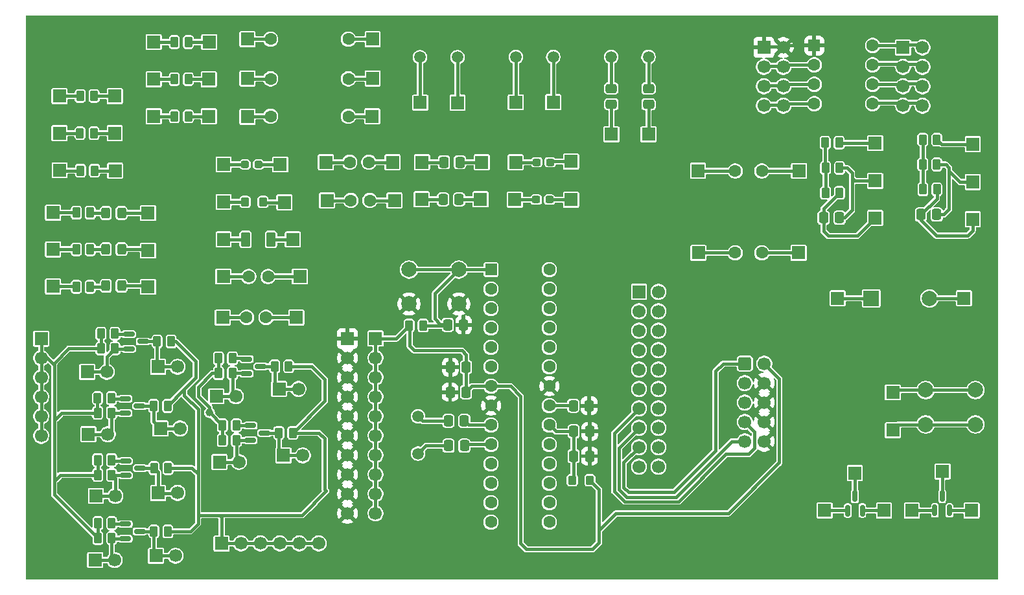
<source format=gbr>
%TF.GenerationSoftware,KiCad,Pcbnew,9.0.6*%
%TF.CreationDate,2025-11-04T19:56:49+01:00*%
%TF.ProjectId,Load_Board,4c6f6164-5f42-46f6-9172-642e6b696361,1.0*%
%TF.SameCoordinates,Original*%
%TF.FileFunction,Copper,L1,Top*%
%TF.FilePolarity,Positive*%
%FSLAX46Y46*%
G04 Gerber Fmt 4.6, Leading zero omitted, Abs format (unit mm)*
G04 Created by KiCad (PCBNEW 9.0.6) date 2025-11-04 19:56:49*
%MOMM*%
%LPD*%
G01*
G04 APERTURE LIST*
G04 Aperture macros list*
%AMRoundRect*
0 Rectangle with rounded corners*
0 $1 Rounding radius*
0 $2 $3 $4 $5 $6 $7 $8 $9 X,Y pos of 4 corners*
0 Add a 4 corners polygon primitive as box body*
4,1,4,$2,$3,$4,$5,$6,$7,$8,$9,$2,$3,0*
0 Add four circle primitives for the rounded corners*
1,1,$1+$1,$2,$3*
1,1,$1+$1,$4,$5*
1,1,$1+$1,$6,$7*
1,1,$1+$1,$8,$9*
0 Add four rect primitives between the rounded corners*
20,1,$1+$1,$2,$3,$4,$5,0*
20,1,$1+$1,$4,$5,$6,$7,0*
20,1,$1+$1,$6,$7,$8,$9,0*
20,1,$1+$1,$8,$9,$2,$3,0*%
G04 Aperture macros list end*
%TA.AperFunction,ComponentPad*%
%ADD10C,5.600000*%
%TD*%
%TA.AperFunction,SMDPad,CuDef*%
%ADD11RoundRect,0.150000X-0.587500X-0.150000X0.587500X-0.150000X0.587500X0.150000X-0.587500X0.150000X0*%
%TD*%
%TA.AperFunction,ComponentPad*%
%ADD12R,1.700000X1.700000*%
%TD*%
%TA.AperFunction,ComponentPad*%
%ADD13C,1.700000*%
%TD*%
%TA.AperFunction,SMDPad,CuDef*%
%ADD14RoundRect,0.250000X-0.262500X-0.450000X0.262500X-0.450000X0.262500X0.450000X-0.262500X0.450000X0*%
%TD*%
%TA.AperFunction,SMDPad,CuDef*%
%ADD15RoundRect,0.250000X0.262500X0.450000X-0.262500X0.450000X-0.262500X-0.450000X0.262500X-0.450000X0*%
%TD*%
%TA.AperFunction,ComponentPad*%
%ADD16C,1.600000*%
%TD*%
%TA.AperFunction,SMDPad,CuDef*%
%ADD17RoundRect,0.237500X0.287500X0.237500X-0.287500X0.237500X-0.287500X-0.237500X0.287500X-0.237500X0*%
%TD*%
%TA.AperFunction,SMDPad,CuDef*%
%ADD18RoundRect,0.250000X0.275000X0.350000X-0.275000X0.350000X-0.275000X-0.350000X0.275000X-0.350000X0*%
%TD*%
%TA.AperFunction,SMDPad,CuDef*%
%ADD19RoundRect,0.250000X0.362500X0.700000X-0.362500X0.700000X-0.362500X-0.700000X0.362500X-0.700000X0*%
%TD*%
%TA.AperFunction,SMDPad,CuDef*%
%ADD20RoundRect,0.250000X-0.337500X-0.475000X0.337500X-0.475000X0.337500X0.475000X-0.337500X0.475000X0*%
%TD*%
%TA.AperFunction,SMDPad,CuDef*%
%ADD21RoundRect,0.250000X0.325000X0.450000X-0.325000X0.450000X-0.325000X-0.450000X0.325000X-0.450000X0*%
%TD*%
%TA.AperFunction,ComponentPad*%
%ADD22C,2.000000*%
%TD*%
%TA.AperFunction,ComponentPad*%
%ADD23RoundRect,0.250000X-0.550000X-0.550000X0.550000X-0.550000X0.550000X0.550000X-0.550000X0.550000X0*%
%TD*%
%TA.AperFunction,SMDPad,CuDef*%
%ADD24RoundRect,0.250000X0.337500X0.475000X-0.337500X0.475000X-0.337500X-0.475000X0.337500X-0.475000X0*%
%TD*%
%TA.AperFunction,SMDPad,CuDef*%
%ADD25RoundRect,0.150000X0.150000X-0.587500X0.150000X0.587500X-0.150000X0.587500X-0.150000X-0.587500X0*%
%TD*%
%TA.AperFunction,ComponentPad*%
%ADD26RoundRect,0.250000X-0.600000X-0.600000X0.600000X-0.600000X0.600000X0.600000X-0.600000X0.600000X0*%
%TD*%
%TA.AperFunction,ComponentPad*%
%ADD27C,1.500000*%
%TD*%
%TA.AperFunction,SMDPad,CuDef*%
%ADD28RoundRect,0.237500X0.300000X0.237500X-0.300000X0.237500X-0.300000X-0.237500X0.300000X-0.237500X0*%
%TD*%
%TA.AperFunction,SMDPad,CuDef*%
%ADD29RoundRect,0.250000X-0.475000X0.337500X-0.475000X-0.337500X0.475000X-0.337500X0.475000X0.337500X0*%
%TD*%
%TA.AperFunction,SMDPad,CuDef*%
%ADD30RoundRect,0.250000X0.475000X-0.337500X0.475000X0.337500X-0.475000X0.337500X-0.475000X-0.337500X0*%
%TD*%
%TA.AperFunction,ComponentPad*%
%ADD31R,2.000000X2.000000*%
%TD*%
%TA.AperFunction,ViaPad*%
%ADD32C,1.000000*%
%TD*%
%TA.AperFunction,Conductor*%
%ADD33C,0.400000*%
%TD*%
G04 APERTURE END LIST*
D10*
%TO.P,H4,1,1*%
%TO.N,GND*%
X246450000Y-128700000D03*
%TD*%
D11*
%TO.P,Q5,3,D*%
%TO.N,COM_5V_5*%
X153400000Y-112550000D03*
%TO.P,Q5,2,S*%
%TO.N,COM_3V3_5*%
X151525000Y-113500000D03*
%TO.P,Q5,1,G*%
%TO.N,Net-(Q5-G)*%
X151525000Y-111600000D03*
%TD*%
D12*
%TO.P,J15,1,Pin_1*%
%TO.N,COM_3V3_5*%
X147500000Y-116350000D03*
D13*
%TO.P,J15,2,Pin_2*%
X150040000Y-116350000D03*
%TD*%
D14*
%TO.P,R17,2*%
%TO.N,5V_IN*%
X157075000Y-112550000D03*
%TO.P,R17,1*%
%TO.N,COM_5V_5*%
X155250000Y-112550000D03*
%TD*%
D12*
%TO.P,J16,1,Pin_1*%
%TO.N,COM_5V_5*%
X155850000Y-115500000D03*
D13*
%TO.P,J16,2,Pin_2*%
X158390000Y-115500000D03*
%TD*%
D15*
%TO.P,R15,2*%
%TO.N,3V3_IN*%
X147875000Y-111550000D03*
%TO.P,R15,1*%
%TO.N,Net-(Q5-G)*%
X149700000Y-111550000D03*
%TD*%
%TO.P,R13,2*%
%TO.N,3V3_IN*%
X147875000Y-113500000D03*
%TO.P,R13,1*%
%TO.N,COM_3V3_5*%
X149700000Y-113500000D03*
%TD*%
D16*
%TO.P,L4,1,1*%
%TO.N,Load_L_IN_4*%
X153865000Y-92100000D03*
%TO.P,L4,2,2*%
%TO.N,Load_L_OUT_4*%
X151325000Y-92100000D03*
%TD*%
%TO.P,L5,1,1*%
%TO.N,Load_L_IN_5*%
X153575000Y-97450000D03*
%TO.P,L5,2,2*%
%TO.N,Load_L_OUT_5*%
X151035000Y-97450000D03*
%TD*%
D12*
%TO.P,J17,1,Pin_1*%
%TO.N,Load_L_IN_5*%
X157525000Y-97450000D03*
%TD*%
%TO.P,J21,1,Pin_1*%
%TO.N,Load_L_IN_4*%
X157997500Y-92100000D03*
%TD*%
%TO.P,J32,1,Pin_1*%
%TO.N,Load_L_OUT_4*%
X147997500Y-92100000D03*
%TD*%
%TO.P,J28,1,Pin_1*%
%TO.N,Load_L_OUT_5*%
X147925000Y-97450000D03*
%TD*%
%TO.P,J70,1,Pin_1*%
%TO.N,Load_R_OUT_4*%
X133825000Y-68500000D03*
%TD*%
D15*
%TO.P,R31,2*%
%TO.N,Load_R_IN_4*%
X129300000Y-68500000D03*
%TO.P,R31,1*%
%TO.N,Load_R_OUT_4*%
X131125000Y-68500000D03*
%TD*%
D12*
%TO.P,J64,1,Pin_1*%
%TO.N,Load_R_IN_4*%
X126600000Y-68500000D03*
%TD*%
D15*
%TO.P,R33,2*%
%TO.N,Load_R_IN_6*%
X129337500Y-78250000D03*
%TO.P,R33,1*%
%TO.N,Load_R_OUT_6*%
X131162500Y-78250000D03*
%TD*%
D12*
%TO.P,J72,1,Pin_1*%
%TO.N,Load_R_OUT_6*%
X133862500Y-78250000D03*
%TD*%
D15*
%TO.P,R32,2*%
%TO.N,Load_R_IN_5*%
X129275000Y-73350000D03*
%TO.P,R32,1*%
%TO.N,Load_R_OUT_5*%
X131100000Y-73350000D03*
%TD*%
D12*
%TO.P,J65,1,Pin_1*%
%TO.N,Load_R_IN_5*%
X126600000Y-73350000D03*
%TD*%
%TO.P,J66,1,Pin_1*%
%TO.N,Load_R_IN_6*%
X126612500Y-78200000D03*
%TD*%
%TO.P,J71,1,Pin_1*%
%TO.N,Load_R_OUT_5*%
X133800000Y-73350000D03*
%TD*%
D17*
%TO.P,L1,2,2*%
%TO.N,Load_L_OUT_1*%
X150850000Y-77450000D03*
%TO.P,L1,1,1*%
%TO.N,Load_L_IN_1*%
X152600000Y-77450000D03*
%TD*%
D18*
%TO.P,L2,2,2*%
%TO.N,Load_L_OUT_2*%
X150862500Y-82350000D03*
%TO.P,L2,1,1*%
%TO.N,Load_L_IN_2*%
X153162500Y-82350000D03*
%TD*%
D12*
%TO.P,J29,1,Pin_1*%
%TO.N,Load_L_OUT_1*%
X148025000Y-77450000D03*
%TD*%
D19*
%TO.P,L3,2,2*%
%TO.N,Load_L_OUT_3*%
X150900000Y-87250000D03*
%TO.P,L3,1,1*%
%TO.N,Load_L_IN_3*%
X154225000Y-87250000D03*
%TD*%
D12*
%TO.P,J18,1,Pin_1*%
%TO.N,Load_L_IN_1*%
X155425000Y-77450000D03*
%TD*%
%TO.P,J30,1,Pin_1*%
%TO.N,Load_L_OUT_2*%
X148025000Y-82350000D03*
%TD*%
%TO.P,J20,1,Pin_1*%
%TO.N,Load_L_IN_3*%
X157075000Y-87250000D03*
%TD*%
%TO.P,J31,1,Pin_1*%
%TO.N,Load_L_OUT_3*%
X148025000Y-87250000D03*
%TD*%
%TO.P,J19,1,Pin_1*%
%TO.N,Load_L_IN_2*%
X155975000Y-82400000D03*
%TD*%
D13*
%TO.P,J6,2,Pin_2*%
%TO.N,COM_5V_2*%
X142327500Y-111975000D03*
D12*
%TO.P,J6,1,Pin_1*%
X139787500Y-111975000D03*
%TD*%
%TO.P,J5,1,Pin_1*%
%TO.N,COM_3V3_2*%
X130362500Y-112725000D03*
D13*
%TO.P,J5,2,Pin_2*%
X132902500Y-112725000D03*
%TD*%
D14*
%TO.P,R6,2*%
%TO.N,5V_IN*%
X140712500Y-109025000D03*
%TO.P,R6,1*%
%TO.N,COM_5V_2*%
X138887500Y-109025000D03*
%TD*%
D15*
%TO.P,R4,1*%
%TO.N,Net-(Q2-G)*%
X133387500Y-108000000D03*
%TO.P,R4,2*%
%TO.N,3V3_IN*%
X131562500Y-108000000D03*
%TD*%
D11*
%TO.P,Q2,3,D*%
%TO.N,COM_5V_2*%
X137062500Y-109025000D03*
%TO.P,Q2,2,S*%
%TO.N,COM_3V3_2*%
X135187500Y-109975000D03*
%TO.P,Q2,1,G*%
%TO.N,Net-(Q2-G)*%
X135187500Y-108075000D03*
%TD*%
D15*
%TO.P,R2,2*%
%TO.N,3V3_IN*%
X131575000Y-109925000D03*
%TO.P,R2,1*%
%TO.N,COM_3V3_2*%
X133400000Y-109925000D03*
%TD*%
%TO.P,R24,1*%
%TO.N,Divider_OUT_2*%
X241212500Y-80700000D03*
%TO.P,R24,2*%
%TO.N,Net-(R21-Pad2)*%
X239387500Y-80700000D03*
%TD*%
D14*
%TO.P,R22,1*%
%TO.N,Net-(R21-Pad2)*%
X239375000Y-77450000D03*
%TO.P,R22,2*%
%TO.N,Divider_GND_2*%
X241200000Y-77450000D03*
%TD*%
D20*
%TO.P,C2,1*%
%TO.N,Divider_OUT_2*%
X239125000Y-84000000D03*
%TO.P,C2,2*%
%TO.N,Divider_GND_2*%
X241200000Y-84000000D03*
%TD*%
D15*
%TO.P,R19,2*%
%TO.N,Net-(R19-Pad2)*%
X226625000Y-74600000D03*
%TO.P,R19,1*%
%TO.N,Divider_IN_1*%
X228450000Y-74600000D03*
%TD*%
%TO.P,R21,1*%
%TO.N,Divider_IN_2*%
X241200000Y-74200000D03*
%TO.P,R21,2*%
%TO.N,Net-(R21-Pad2)*%
X239375000Y-74200000D03*
%TD*%
D20*
%TO.P,C1,2*%
%TO.N,Divider_GND_1*%
X228487500Y-84400000D03*
%TO.P,C1,1*%
%TO.N,Divider_OUT_1*%
X226412500Y-84400000D03*
%TD*%
D15*
%TO.P,R23,2*%
%TO.N,Net-(R19-Pad2)*%
X226662500Y-81150000D03*
%TO.P,R23,1*%
%TO.N,Divider_OUT_1*%
X228487500Y-81150000D03*
%TD*%
D14*
%TO.P,R20,2*%
%TO.N,Divider_GND_1*%
X228500000Y-77900000D03*
%TO.P,R20,1*%
%TO.N,Net-(R19-Pad2)*%
X226675000Y-77900000D03*
%TD*%
D15*
%TO.P,R29,1*%
%TO.N,Net-(D2-A)*%
X130612500Y-88550000D03*
%TO.P,R29,2*%
%TO.N,Load_LED_IN_2*%
X128787500Y-88550000D03*
%TD*%
D21*
%TO.P,D2,1,K*%
%TO.N,Load_LED_OUT_2*%
X134700000Y-88510000D03*
%TO.P,D2,2,A*%
%TO.N,Net-(D2-A)*%
X132650000Y-88510000D03*
%TD*%
D15*
%TO.P,R27,1*%
%TO.N,Load_R_OUT_3*%
X143425000Y-71150000D03*
%TO.P,R27,2*%
%TO.N,Load_R_IN_3*%
X141600000Y-71150000D03*
%TD*%
D12*
%TO.P,J55,1,Pin_1*%
%TO.N,Load_R_OUT_3*%
X146100000Y-71150000D03*
%TD*%
%TO.P,J46,1,Pin_1*%
%TO.N,Load_R_IN_3*%
X138900000Y-71150000D03*
%TD*%
%TO.P,J53,1,Pin_1*%
%TO.N,Load_R_OUT_1*%
X146150000Y-61450000D03*
%TD*%
%TO.P,J54,1,Pin_1*%
%TO.N,Load_R_OUT_2*%
X146100000Y-66300000D03*
%TD*%
D15*
%TO.P,R25,1*%
%TO.N,Load_R_OUT_1*%
X143425000Y-61450000D03*
%TO.P,R25,2*%
%TO.N,Load_R_IN_1*%
X141600000Y-61450000D03*
%TD*%
D12*
%TO.P,J44,1,Pin_1*%
%TO.N,Load_R_IN_1*%
X138900000Y-61450000D03*
%TD*%
%TO.P,J45,1,Pin_1*%
%TO.N,Load_R_IN_2*%
X138900000Y-66300000D03*
%TD*%
D15*
%TO.P,R26,1*%
%TO.N,Load_R_OUT_2*%
X143425000Y-66300000D03*
%TO.P,R26,2*%
%TO.N,Load_R_IN_2*%
X141600000Y-66300000D03*
%TD*%
D12*
%TO.P,J77,1,Pin_1*%
%TO.N,Load_R_IN_9*%
X167450000Y-71150000D03*
%TD*%
D22*
%TO.P,SW2,1,1*%
%TO.N,RESET*%
X172260000Y-91190000D03*
X178760000Y-91190000D03*
%TO.P,SW2,2,2*%
%TO.N,GND*%
X172260000Y-95690000D03*
X178760000Y-95690000D03*
%TD*%
D12*
%TO.P,J36,1,Pin_1*%
%TO.N,Load_LED_OUT_1*%
X138150000Y-83800000D03*
%TD*%
%TO.P,J75,1,Pin_1*%
%TO.N,Load_R_IN_7*%
X167500000Y-61050000D03*
%TD*%
D20*
%TO.P,C17,1*%
%TO.N,Net-(U2-AVCC)*%
X193755000Y-115590000D03*
%TO.P,C17,2*%
%TO.N,GND*%
X195830000Y-115590000D03*
%TD*%
D12*
%TO.P,J57,1,Pin_1*%
%TO.N,Load_Crystal_OUT_2*%
X191100000Y-69300000D03*
%TD*%
%TO.P,J82,1,Pin_1*%
%TO.N,Load_R_OUT_8*%
X151150000Y-66200000D03*
%TD*%
D20*
%TO.P,C20,1*%
%TO.N,Net-(C20-Pad1)*%
X177412500Y-114225000D03*
%TO.P,C20,2*%
%TO.N,Net-(U2-XTAL2{slash}PB7)*%
X179487500Y-114225000D03*
%TD*%
D12*
%TO.P,J49,1,Pin_1*%
%TO.N,Load_Crystal_IN_3*%
X198690000Y-73500000D03*
%TD*%
%TO.P,J33,1,Pin_1*%
%TO.N,Divider_IN_2*%
X245900000Y-74800000D03*
%TD*%
%TO.P,J39,1,Pin_1*%
%TO.N,Load_C_IN_5*%
X223200000Y-78300000D03*
%TD*%
D14*
%TO.P,R37,1*%
%TO.N,5V*%
X172275000Y-98510000D03*
%TO.P,R37,2*%
%TO.N,RESET*%
X174100000Y-98510000D03*
%TD*%
%TO.P,R11,1*%
%TO.N,COM_5V_3*%
X138937500Y-117150000D03*
%TO.P,R11,2*%
%TO.N,5V_IN*%
X140762500Y-117150000D03*
%TD*%
D15*
%TO.P,R30,1*%
%TO.N,Net-(D3-A)*%
X130612500Y-93450000D03*
%TO.P,R30,2*%
%TO.N,Load_LED_IN_3*%
X128787500Y-93450000D03*
%TD*%
D12*
%TO.P,J27,1,Pin_1*%
%TO.N,Load_LED_IN_3*%
X125750000Y-93400000D03*
%TD*%
D14*
%TO.P,R18,1*%
%TO.N,COM_5V_6*%
X154710000Y-103850000D03*
%TO.P,R18,2*%
%TO.N,5V_IN*%
X156535000Y-103850000D03*
%TD*%
D10*
%TO.P,H2,1,1*%
%TO.N,GND*%
X125050000Y-61050000D03*
%TD*%
D20*
%TO.P,C16,1*%
%TO.N,Net-(U2-AVCC)*%
X193765000Y-112360000D03*
%TO.P,C16,2*%
%TO.N,GND*%
X195840000Y-112360000D03*
%TD*%
D18*
%TO.P,L6,1,1*%
%TO.N,5V*%
X195880000Y-118730000D03*
%TO.P,L6,2,2*%
%TO.N,Net-(U2-AVCC)*%
X193580000Y-118730000D03*
%TD*%
D12*
%TO.P,J84,1,Pin_1*%
%TO.N,T2_1*%
X237950000Y-122692500D03*
%TD*%
%TO.P,J58,1,Pin_1*%
%TO.N,Load_Crystal_OUT_3*%
X203540000Y-73500000D03*
%TD*%
D16*
%TO.P,R35,1*%
%TO.N,Load_R_OUT_8*%
X154170000Y-66250000D03*
%TO.P,R35,2*%
%TO.N,Load_R_IN_8*%
X164330000Y-66250000D03*
%TD*%
D12*
%TO.P,J43,1,Pin_1*%
%TO.N,Load_C_IN_4*%
X181600000Y-82000000D03*
%TD*%
D14*
%TO.P,R5,1*%
%TO.N,COM_5V_1*%
X139350000Y-100600000D03*
%TO.P,R5,2*%
%TO.N,5V_IN*%
X141175000Y-100600000D03*
%TD*%
D16*
%TO.P,C8,1*%
%TO.N,Load_C_IN_6*%
X218350000Y-89000000D03*
%TO.P,C8,2*%
%TO.N,Load_C_OUT_6*%
X214850000Y-89000000D03*
%TD*%
D20*
%TO.P,C19,1*%
%TO.N,RESET*%
X177312500Y-98430000D03*
%TO.P,C19,2*%
%TO.N,GND*%
X179387500Y-98430000D03*
%TD*%
D12*
%TO.P,J13,1,Pin_1*%
%TO.N,COM_3V3_6*%
X147070000Y-107750000D03*
D13*
%TO.P,J13,2,Pin_2*%
X149610000Y-107750000D03*
%TD*%
D23*
%TO.P,U2,1,~{RESET}/PC6*%
%TO.N,RESET*%
X182970000Y-91195000D03*
D16*
%TO.P,U2,2,PD0*%
%TO.N,PD0*%
X182970000Y-93735000D03*
%TO.P,U2,3,PD1*%
%TO.N,PD1*%
X182970000Y-96275000D03*
%TO.P,U2,4,PD2*%
%TO.N,PD2*%
X182970000Y-98815000D03*
%TO.P,U2,5,PD3*%
%TO.N,PD3*%
X182970000Y-101355000D03*
%TO.P,U2,6,PD4*%
%TO.N,PD4*%
X182970000Y-103895000D03*
%TO.P,U2,7,VCC*%
%TO.N,5V*%
X182970000Y-106435000D03*
%TO.P,U2,8,GND*%
%TO.N,GND*%
X182970000Y-108975000D03*
%TO.P,U2,9,XTAL1/PB6*%
%TO.N,Net-(U2-XTAL1{slash}PB6)*%
X182970000Y-111515000D03*
%TO.P,U2,10,XTAL2/PB7*%
%TO.N,Net-(U2-XTAL2{slash}PB7)*%
X182970000Y-114055000D03*
%TO.P,U2,11,PD5*%
%TO.N,PD5*%
X182970000Y-116595000D03*
%TO.P,U2,12,PD6*%
%TO.N,PD6*%
X182970000Y-119135000D03*
%TO.P,U2,13,PD7*%
%TO.N,PD7*%
X182970000Y-121675000D03*
%TO.P,U2,14,PB0*%
%TO.N,PB0*%
X182970000Y-124215000D03*
%TO.P,U2,15,PB1*%
%TO.N,PB1*%
X190590000Y-124215000D03*
%TO.P,U2,16,PB2*%
%TO.N,PB2*%
X190590000Y-121675000D03*
%TO.P,U2,17,PB3*%
%TO.N,PB3*%
X190590000Y-119135000D03*
%TO.P,U2,18,PB4*%
%TO.N,PB4*%
X190590000Y-116595000D03*
%TO.P,U2,19,PB5*%
%TO.N,PB5*%
X190590000Y-114055000D03*
%TO.P,U2,20,AVCC*%
%TO.N,Net-(U2-AVCC)*%
X190590000Y-111515000D03*
%TO.P,U2,21,AREF*%
%TO.N,Net-(U2-AREF)*%
X190590000Y-108975000D03*
%TO.P,U2,22,GND*%
%TO.N,GND*%
X190590000Y-106435000D03*
%TO.P,U2,23,PC0*%
%TO.N,PC0*%
X190590000Y-103895000D03*
%TO.P,U2,24,PC1*%
%TO.N,PC1*%
X190590000Y-101355000D03*
%TO.P,U2,25,PC2*%
%TO.N,PC2*%
X190590000Y-98815000D03*
%TO.P,U2,26,PC3*%
%TO.N,PC3*%
X190590000Y-96275000D03*
%TO.P,U2,27,PC4*%
%TO.N,PC4*%
X190590000Y-93735000D03*
%TO.P,U2,28,PC5*%
%TO.N,PC5*%
X190590000Y-91195000D03*
%TD*%
D12*
%TO.P,J69,1,Pin_1*%
%TO.N,Load_C_OUT_8*%
X186075000Y-82050000D03*
%TD*%
%TO.P,J22,1,Pin_1*%
%TO.N,Divider_IN_1*%
X233150000Y-74650000D03*
%TD*%
%TO.P,J78,1,Pin_1*%
%TO.N,T1_1*%
X226550000Y-122692500D03*
%TD*%
D15*
%TO.P,R8,1*%
%TO.N,COM_3V3_4*%
X133425000Y-126300000D03*
%TO.P,R8,2*%
%TO.N,3V3_IN*%
X131600000Y-126300000D03*
%TD*%
D24*
%TO.P,C6,1*%
%TO.N,Load_C_IN_4*%
X178787500Y-82020000D03*
%TO.P,C6,2*%
%TO.N,Load_C_OUT_4*%
X176712500Y-82020000D03*
%TD*%
D12*
%TO.P,J38,1,Pin_1*%
%TO.N,Load_LED_OUT_3*%
X138150000Y-93450000D03*
%TD*%
%TO.P,J92,1,Pin_1*%
%TO.N,5V*%
X167880000Y-100210000D03*
D13*
%TO.P,J92,2,Pin_2*%
X167880000Y-102750000D03*
%TO.P,J92,3,Pin_3*%
X167880000Y-105290000D03*
%TO.P,J92,4,Pin_4*%
X167880000Y-107830000D03*
%TO.P,J92,5,Pin_5*%
X167880000Y-110370000D03*
%TO.P,J92,6,Pin_6*%
X167880000Y-112910000D03*
%TO.P,J92,7,Pin_7*%
X167880000Y-115450000D03*
%TO.P,J92,8,Pin_8*%
X167880000Y-117990000D03*
%TO.P,J92,9,Pin_9*%
X167880000Y-120530000D03*
%TO.P,J92,10,Pin_10*%
X167880000Y-123070000D03*
%TD*%
D12*
%TO.P,J35,1,Pin_1*%
%TO.N,Divider_OUT_2*%
X245900000Y-84600000D03*
%TD*%
D25*
%TO.P,Q7,1,G*%
%TO.N,T1_1*%
X229570000Y-122702500D03*
%TO.P,Q7,2,S*%
%TO.N,T1_2*%
X231470000Y-122702500D03*
%TO.P,Q7,3,D*%
%TO.N,T1_3*%
X230520000Y-120827500D03*
%TD*%
D16*
%TO.P,R34,1*%
%TO.N,Load_R_OUT_7*%
X154170000Y-61050000D03*
%TO.P,R34,2*%
%TO.N,Load_R_IN_7*%
X164330000Y-61050000D03*
%TD*%
D26*
%TO.P,J90,1,MOSI*%
%TO.N,PB3*%
X216120000Y-103490000D03*
D13*
%TO.P,J90,2,VCC*%
%TO.N,5V*%
X218660000Y-103490000D03*
%TO.P,J90,3,NC*%
%TO.N,unconnected-(J90-NC-Pad3)*%
X216120000Y-106030000D03*
%TO.P,J90,4,GND*%
%TO.N,GND*%
X218660000Y-106030000D03*
%TO.P,J90,5,~{RST}*%
%TO.N,RESET*%
X216120000Y-108570000D03*
%TO.P,J90,6,GND*%
%TO.N,GND*%
X218660000Y-108570000D03*
%TO.P,J90,7,SCK*%
%TO.N,PB5*%
X216120000Y-111110000D03*
%TO.P,J90,8,GND*%
%TO.N,GND*%
X218660000Y-111110000D03*
%TO.P,J90,9,MISO*%
%TO.N,PB4*%
X216120000Y-113650000D03*
%TO.P,J90,10,GND*%
%TO.N,GND*%
X218660000Y-113650000D03*
%TD*%
D12*
%TO.P,J76,1,Pin_1*%
%TO.N,Load_R_IN_8*%
X167500000Y-66200000D03*
%TD*%
%TO.P,J42,1,Pin_1*%
%TO.N,Load_C_IN_3*%
X181750000Y-77150000D03*
%TD*%
%TO.P,J93,1,Pin_1*%
%TO.N,GND*%
X164210000Y-100210000D03*
D13*
%TO.P,J93,2,Pin_2*%
X164210000Y-102750000D03*
%TO.P,J93,3,Pin_3*%
X164210000Y-105290000D03*
%TO.P,J93,4,Pin_4*%
X164210000Y-107830000D03*
%TO.P,J93,5,Pin_5*%
X164210000Y-110370000D03*
%TO.P,J93,6,Pin_6*%
X164210000Y-112910000D03*
%TO.P,J93,7,Pin_7*%
X164210000Y-115450000D03*
%TO.P,J93,8,Pin_8*%
X164210000Y-117990000D03*
%TO.P,J93,9,Pin_9*%
X164210000Y-120530000D03*
%TO.P,J93,10,Pin_10*%
X164210000Y-123070000D03*
%TD*%
D25*
%TO.P,Q8,1,G*%
%TO.N,T2_1*%
X240950000Y-122692500D03*
%TO.P,Q8,2,S*%
%TO.N,T2_2*%
X242850000Y-122692500D03*
%TO.P,Q8,3,D*%
%TO.N,T2_3*%
X241900000Y-120817500D03*
%TD*%
D12*
%TO.P,J3,1,Pin_1*%
%TO.N,3V3_IN*%
X124200000Y-100230000D03*
D13*
%TO.P,J3,2,Pin_2*%
X124200000Y-102770000D03*
%TO.P,J3,3,Pin_3*%
X124200000Y-105310000D03*
%TO.P,J3,4,Pin_4*%
X124200000Y-107850000D03*
%TO.P,J3,5,Pin_5*%
X124200000Y-110390000D03*
%TO.P,J3,6,Pin_6*%
X124200000Y-112930000D03*
%TD*%
D15*
%TO.P,R1,1*%
%TO.N,COM_3V3_1*%
X133837500Y-101525000D03*
%TO.P,R1,2*%
%TO.N,3V3_IN*%
X132012500Y-101525000D03*
%TD*%
D12*
%TO.P,J10,1,Pin_1*%
%TO.N,COM_5V_4*%
X139200000Y-128625000D03*
D13*
%TO.P,J10,2,Pin_2*%
X141740000Y-128625000D03*
%TD*%
D12*
%TO.P,J62,1,Pin_1*%
%TO.N,Load_C_OUT_3*%
X173950000Y-77150000D03*
%TD*%
D27*
%TO.P,Y4,1,1*%
%TO.N,Net-(C18-Pad2)*%
X173425000Y-110375000D03*
%TO.P,Y4,2,2*%
%TO.N,Net-(C20-Pad1)*%
X173425000Y-115255000D03*
%TD*%
D21*
%TO.P,D3,1,K*%
%TO.N,Load_LED_OUT_3*%
X134700000Y-93320000D03*
%TO.P,D3,2,A*%
%TO.N,Net-(D3-A)*%
X132650000Y-93320000D03*
%TD*%
D12*
%TO.P,J51,1,Pin_1*%
%TO.N,Load_C_IN_7*%
X193425000Y-77050000D03*
%TD*%
%TO.P,J56,1,Pin_1*%
%TO.N,Load_Crystal_OUT_1*%
X178600000Y-69375000D03*
%TD*%
D11*
%TO.P,Q1,1,G*%
%TO.N,Net-(Q1-G)*%
X135637500Y-99650000D03*
%TO.P,Q1,2,S*%
%TO.N,COM_3V3_1*%
X135637500Y-101550000D03*
%TO.P,Q1,3,D*%
%TO.N,COM_5V_1*%
X137512500Y-100600000D03*
%TD*%
D14*
%TO.P,R12,1*%
%TO.N,COM_5V_4*%
X138925000Y-125425000D03*
%TO.P,R12,2*%
%TO.N,5V_IN*%
X140750000Y-125425000D03*
%TD*%
D24*
%TO.P,C5,1*%
%TO.N,Load_C_IN_3*%
X178900000Y-77150000D03*
%TO.P,C5,2*%
%TO.N,Load_C_OUT_3*%
X176825000Y-77150000D03*
%TD*%
D12*
%TO.P,J8,1,Pin_1*%
%TO.N,COM_5V_1*%
X139475000Y-103900000D03*
D13*
%TO.P,J8,2,Pin_2*%
X142015000Y-103900000D03*
%TD*%
D15*
%TO.P,R7,1*%
%TO.N,COM_3V3_3*%
X133412500Y-118050000D03*
%TO.P,R7,2*%
%TO.N,3V3_IN*%
X131587500Y-118050000D03*
%TD*%
D16*
%TO.P,C3,1*%
%TO.N,Load_C_IN_1*%
X167000000Y-77150000D03*
%TO.P,C3,2*%
%TO.N,Load_C_OUT_1*%
X164500000Y-77150000D03*
%TD*%
D12*
%TO.P,J34,1,Pin_1*%
%TO.N,Divider_GND_2*%
X245900000Y-79740000D03*
%TD*%
%TO.P,J41,1,Pin_1*%
%TO.N,Load_C_IN_2*%
X170350000Y-82150000D03*
%TD*%
D16*
%TO.P,C7,1*%
%TO.N,Load_C_IN_5*%
X218350000Y-78300000D03*
%TO.P,C7,2*%
%TO.N,Load_C_OUT_5*%
X214850000Y-78300000D03*
%TD*%
D12*
%TO.P,J1,1,Pin_1*%
%TO.N,GND*%
X218610000Y-62150000D03*
D13*
%TO.P,J1,2,Pin_2*%
X221150000Y-62150000D03*
%TO.P,J1,3,Pin_3*%
%TO.N,U1_2*%
X218610000Y-64690000D03*
%TO.P,J1,4,Pin_4*%
X221150000Y-64690000D03*
%TO.P,J1,5,Pin_5*%
%TO.N,U1_3*%
X218610000Y-67230000D03*
%TO.P,J1,6,Pin_6*%
X221150000Y-67230000D03*
%TO.P,J1,7,Pin_7*%
%TO.N,U1_4*%
X218610000Y-69770000D03*
%TO.P,J1,8,Pin_8*%
X221150000Y-69770000D03*
%TD*%
D22*
%TO.P,SW1,1,1*%
%TO.N,SW_IN*%
X239750000Y-106950000D03*
X246250000Y-106950000D03*
%TO.P,SW1,2,2*%
%TO.N,SW_OUT*%
X239750000Y-111450000D03*
X246250000Y-111450000D03*
%TD*%
D12*
%TO.P,J48,1,Pin_1*%
%TO.N,Load_Crystal_IN_2*%
X186200000Y-69325000D03*
%TD*%
%TO.P,J87,1,Pin_1*%
%TO.N,BZ_IN*%
X228250000Y-94950000D03*
%TD*%
%TO.P,J59,1,Pin_1*%
%TO.N,Load_C_OUT_5*%
X210000000Y-78250000D03*
%TD*%
D28*
%TO.P,C10,1*%
%TO.N,Load_C_IN_8*%
X190600000Y-82050000D03*
%TO.P,C10,2*%
%TO.N,Load_C_OUT_8*%
X188875000Y-82050000D03*
%TD*%
D15*
%TO.P,R3,1*%
%TO.N,Net-(Q1-G)*%
X133837500Y-99575000D03*
%TO.P,R3,2*%
%TO.N,3V3_IN*%
X132012500Y-99575000D03*
%TD*%
%TO.P,R10,1*%
%TO.N,Net-(Q4-G)*%
X133425000Y-124350000D03*
%TO.P,R10,2*%
%TO.N,3V3_IN*%
X131600000Y-124350000D03*
%TD*%
D11*
%TO.P,Q3,1,G*%
%TO.N,Net-(Q3-G)*%
X135237500Y-116200000D03*
%TO.P,Q3,2,S*%
%TO.N,COM_3V3_3*%
X135237500Y-118100000D03*
%TO.P,Q3,3,D*%
%TO.N,COM_5V_3*%
X137112500Y-117150000D03*
%TD*%
D15*
%TO.P,R28,1*%
%TO.N,Net-(D1-A)*%
X130612500Y-83750000D03*
%TO.P,R28,2*%
%TO.N,Load_LED_IN_1*%
X128787500Y-83750000D03*
%TD*%
D20*
%TO.P,C15,1*%
%TO.N,GND*%
X177625000Y-107225000D03*
%TO.P,C15,2*%
%TO.N,5V*%
X179700000Y-107225000D03*
%TD*%
D27*
%TO.P,Y2,1,1*%
%TO.N,Load_Crystal_IN_2*%
X186220000Y-63400000D03*
%TO.P,Y2,2,2*%
%TO.N,Load_Crystal_OUT_2*%
X191100000Y-63400000D03*
%TD*%
D12*
%TO.P,J89,1,Pin_1*%
%TO.N,PC5*%
X202300000Y-94100000D03*
D13*
%TO.P,J89,2,Pin_2*%
%TO.N,PD0*%
X204840000Y-94100000D03*
%TO.P,J89,3,Pin_3*%
%TO.N,PC4*%
X202300000Y-96640000D03*
%TO.P,J89,4,Pin_4*%
%TO.N,PD1*%
X204840000Y-96640000D03*
%TO.P,J89,5,Pin_5*%
%TO.N,PC3*%
X202300000Y-99180000D03*
%TO.P,J89,6,Pin_6*%
%TO.N,PD2*%
X204840000Y-99180000D03*
%TO.P,J89,7,Pin_7*%
%TO.N,PC2*%
X202300000Y-101720000D03*
%TO.P,J89,8,Pin_8*%
%TO.N,PD3*%
X204840000Y-101720000D03*
%TO.P,J89,9,Pin_9*%
%TO.N,PC1*%
X202300000Y-104260000D03*
%TO.P,J89,10,Pin_10*%
%TO.N,PD4*%
X204840000Y-104260000D03*
%TO.P,J89,11,Pin_11*%
%TO.N,PC0*%
X202300000Y-106800000D03*
%TO.P,J89,12,Pin_12*%
%TO.N,PD5*%
X204840000Y-106800000D03*
%TO.P,J89,13,Pin_13*%
%TO.N,PB5*%
X202300000Y-109340000D03*
%TO.P,J89,14,Pin_14*%
%TO.N,PD6*%
X204840000Y-109340000D03*
%TO.P,J89,15,Pin_15*%
%TO.N,PB4*%
X202300000Y-111880000D03*
%TO.P,J89,16,Pin_16*%
%TO.N,PD7*%
X204840000Y-111880000D03*
%TO.P,J89,17,Pin_17*%
%TO.N,PB3*%
X202300000Y-114420000D03*
%TO.P,J89,18,Pin_18*%
%TO.N,PB0*%
X204840000Y-114420000D03*
%TO.P,J89,19,Pin_19*%
%TO.N,PB2*%
X202300000Y-116960000D03*
%TO.P,J89,20,Pin_20*%
%TO.N,PB1*%
X204840000Y-116960000D03*
%TD*%
D12*
%TO.P,J2,1,Pin_1*%
%TO.N,U1_8*%
X236800000Y-62150000D03*
D13*
%TO.P,J2,2,Pin_2*%
X239340000Y-62150000D03*
%TO.P,J2,3,Pin_3*%
%TO.N,U1_7*%
X236800000Y-64690000D03*
%TO.P,J2,4,Pin_4*%
X239340000Y-64690000D03*
%TO.P,J2,5,Pin_5*%
%TO.N,U1_6*%
X236800000Y-67230000D03*
%TO.P,J2,6,Pin_6*%
X239340000Y-67230000D03*
%TO.P,J2,7,Pin_7*%
%TO.N,U1_5*%
X236800000Y-69770000D03*
%TO.P,J2,8,Pin_8*%
X239340000Y-69770000D03*
%TD*%
D12*
%TO.P,J81,1,Pin_1*%
%TO.N,Load_R_OUT_7*%
X151150000Y-61050000D03*
%TD*%
%TO.P,J40,1,Pin_1*%
%TO.N,Load_C_IN_1*%
X170100000Y-77150000D03*
%TD*%
D29*
%TO.P,C12,1*%
%TO.N,Net-(C12-Pad1)*%
X203540000Y-67512500D03*
%TO.P,C12,2*%
%TO.N,Load_Crystal_OUT_3*%
X203540000Y-69587500D03*
%TD*%
D12*
%TO.P,J74,1,Pin_1*%
%TO.N,SW_OUT*%
X235450000Y-112200000D03*
%TD*%
D16*
%TO.P,R36,1*%
%TO.N,Load_R_OUT_9*%
X154170000Y-71150000D03*
%TO.P,R36,2*%
%TO.N,Load_R_IN_9*%
X164330000Y-71150000D03*
%TD*%
D12*
%TO.P,J63,1,Pin_1*%
%TO.N,Load_C_OUT_4*%
X173900000Y-82000000D03*
%TD*%
D27*
%TO.P,Y1,1,1*%
%TO.N,Load_Crystal_IN_1*%
X173695000Y-63425000D03*
%TO.P,Y1,2,2*%
%TO.N,Load_Crystal_OUT_1*%
X178575000Y-63425000D03*
%TD*%
D12*
%TO.P,J12,1,Pin_1*%
%TO.N,COM_5V_3*%
X139475000Y-120400000D03*
D13*
%TO.P,J12,2,Pin_2*%
X142015000Y-120400000D03*
%TD*%
D12*
%TO.P,J4,1,Pin_1*%
%TO.N,5V_IN*%
X147760000Y-127000000D03*
D13*
%TO.P,J4,2,Pin_2*%
X150300000Y-127000000D03*
%TO.P,J4,3,Pin_3*%
X152840000Y-127000000D03*
%TO.P,J4,4,Pin_4*%
X155380000Y-127000000D03*
%TO.P,J4,5,Pin_5*%
X157920000Y-127000000D03*
%TO.P,J4,6,Pin_6*%
X160460000Y-127000000D03*
%TD*%
D12*
%TO.P,J68,1,Pin_1*%
%TO.N,Load_C_OUT_7*%
X186175000Y-77150000D03*
%TD*%
D11*
%TO.P,Q6,1,G*%
%TO.N,Net-(Q6-G)*%
X151010000Y-102900000D03*
%TO.P,Q6,2,S*%
%TO.N,COM_3V3_6*%
X151010000Y-104800000D03*
%TO.P,Q6,3,D*%
%TO.N,COM_5V_6*%
X152885000Y-103850000D03*
%TD*%
D12*
%TO.P,J7,1,Pin_1*%
%TO.N,COM_3V3_1*%
X130225000Y-104575000D03*
D13*
%TO.P,J7,2,Pin_2*%
X132765000Y-104575000D03*
%TD*%
D12*
%TO.P,J26,1,Pin_1*%
%TO.N,Load_LED_IN_2*%
X125750000Y-88550000D03*
%TD*%
D30*
%TO.P,C11,1*%
%TO.N,Load_Crystal_IN_3*%
X198690000Y-69575000D03*
%TO.P,C11,2*%
%TO.N,Net-(C11-Pad2)*%
X198690000Y-67500000D03*
%TD*%
D12*
%TO.P,J86,1,Pin_1*%
%TO.N,T2_3*%
X241950000Y-117592500D03*
%TD*%
D15*
%TO.P,R14,1*%
%TO.N,COM_3V3_6*%
X149197500Y-104750000D03*
%TO.P,R14,2*%
%TO.N,3V3_IN*%
X147372500Y-104750000D03*
%TD*%
D12*
%TO.P,J80,1,Pin_1*%
%TO.N,T1_3*%
X230500000Y-117792500D03*
%TD*%
%TO.P,J60,1,Pin_1*%
%TO.N,Load_C_OUT_1*%
X161400000Y-77150000D03*
%TD*%
%TO.P,J79,1,Pin_1*%
%TO.N,T1_2*%
X234300000Y-122692500D03*
%TD*%
%TO.P,J37,1,Pin_1*%
%TO.N,Load_LED_OUT_2*%
X138150000Y-88700000D03*
%TD*%
D24*
%TO.P,C13,1*%
%TO.N,GND*%
X195797500Y-108990000D03*
%TO.P,C13,2*%
%TO.N,Net-(U2-AREF)*%
X193722500Y-108990000D03*
%TD*%
D12*
%TO.P,J50,1,Pin_1*%
%TO.N,Load_C_IN_6*%
X223150000Y-89000000D03*
%TD*%
%TO.P,J61,1,Pin_1*%
%TO.N,Load_C_OUT_2*%
X161550000Y-82150000D03*
%TD*%
D24*
%TO.P,C18,1*%
%TO.N,Net-(U2-XTAL1{slash}PB6)*%
X179475000Y-110975000D03*
%TO.P,C18,2*%
%TO.N,Net-(C18-Pad2)*%
X177400000Y-110975000D03*
%TD*%
D12*
%TO.P,J85,1,Pin_1*%
%TO.N,T2_2*%
X245750000Y-122692500D03*
%TD*%
D10*
%TO.P,H3,1,1*%
%TO.N,GND*%
X125050000Y-128850000D03*
%TD*%
D21*
%TO.P,D1,1,K*%
%TO.N,Load_LED_OUT_1*%
X134700000Y-83800000D03*
%TO.P,D1,2,A*%
%TO.N,Net-(D1-A)*%
X132650000Y-83800000D03*
%TD*%
D12*
%TO.P,J14,1,Pin_1*%
%TO.N,COM_5V_6*%
X155270000Y-106800000D03*
D13*
%TO.P,J14,2,Pin_2*%
X157810000Y-106800000D03*
%TD*%
D12*
%TO.P,J52,1,Pin_1*%
%TO.N,Load_C_IN_8*%
X193425000Y-82050000D03*
%TD*%
%TO.P,J73,1,Pin_1*%
%TO.N,SW_IN*%
X235450000Y-107250000D03*
%TD*%
%TO.P,J24,1,Pin_1*%
%TO.N,Divider_OUT_1*%
X233150000Y-84450000D03*
%TD*%
D15*
%TO.P,R16,1*%
%TO.N,Net-(Q6-G)*%
X149197500Y-102800000D03*
%TO.P,R16,2*%
%TO.N,3V3_IN*%
X147372500Y-102800000D03*
%TD*%
D12*
%TO.P,J25,1,Pin_1*%
%TO.N,Load_LED_IN_1*%
X125750000Y-83750000D03*
%TD*%
D23*
%TO.P,U1,1,GND*%
%TO.N,GND*%
X225195000Y-61890000D03*
D16*
%TO.P,U1,2,TR*%
%TO.N,U1_2*%
X225195000Y-64430000D03*
%TO.P,U1,3,Q*%
%TO.N,U1_3*%
X225195000Y-66970000D03*
%TO.P,U1,4,R*%
%TO.N,U1_4*%
X225195000Y-69510000D03*
%TO.P,U1,5,CV*%
%TO.N,U1_5*%
X232815000Y-69510000D03*
%TO.P,U1,6,THR*%
%TO.N,U1_6*%
X232815000Y-66970000D03*
%TO.P,U1,7,DIS*%
%TO.N,U1_7*%
X232815000Y-64430000D03*
%TO.P,U1,8,VCC*%
%TO.N,U1_8*%
X232815000Y-61890000D03*
%TD*%
D12*
%TO.P,J11,1,Pin_1*%
%TO.N,COM_3V3_3*%
X131350000Y-120800000D03*
D13*
%TO.P,J11,2,Pin_2*%
X133890000Y-120800000D03*
%TD*%
D15*
%TO.P,R9,1*%
%TO.N,Net-(Q3-G)*%
X133412500Y-116100000D03*
%TO.P,R9,2*%
%TO.N,3V3_IN*%
X131587500Y-116100000D03*
%TD*%
D11*
%TO.P,Q4,1,G*%
%TO.N,Net-(Q4-G)*%
X135200000Y-124475000D03*
%TO.P,Q4,2,S*%
%TO.N,COM_3V3_4*%
X135200000Y-126375000D03*
%TO.P,Q4,3,D*%
%TO.N,COM_5V_4*%
X137075000Y-125425000D03*
%TD*%
D27*
%TO.P,Y3,1,1*%
%TO.N,Net-(C11-Pad2)*%
X198660000Y-63400000D03*
%TO.P,Y3,2,2*%
%TO.N,Net-(C12-Pad1)*%
X203540000Y-63400000D03*
%TD*%
D12*
%TO.P,J47,1,Pin_1*%
%TO.N,Load_Crystal_IN_1*%
X173725000Y-69350000D03*
%TD*%
D16*
%TO.P,C4,1*%
%TO.N,Load_C_IN_2*%
X167150000Y-82150000D03*
%TO.P,C4,2*%
%TO.N,Load_C_OUT_2*%
X164650000Y-82150000D03*
%TD*%
D12*
%TO.P,J83,1,Pin_1*%
%TO.N,Load_R_OUT_9*%
X151150000Y-71200000D03*
%TD*%
%TO.P,J67,1,Pin_1*%
%TO.N,Load_C_OUT_6*%
X210050000Y-89000000D03*
%TD*%
D20*
%TO.P,C14,1*%
%TO.N,GND*%
X177637500Y-103950000D03*
%TO.P,C14,2*%
%TO.N,5V*%
X179712500Y-103950000D03*
%TD*%
D28*
%TO.P,C9,1*%
%TO.N,Load_C_IN_7*%
X190675000Y-77150000D03*
%TO.P,C9,2*%
%TO.N,Load_C_OUT_7*%
X188950000Y-77150000D03*
%TD*%
D31*
%TO.P,BZ1,1,+*%
%TO.N,BZ_IN*%
X232650000Y-94950000D03*
D22*
%TO.P,BZ1,2,-*%
%TO.N,BZ_OUT*%
X240250000Y-94950000D03*
%TD*%
D10*
%TO.P,H1,1,1*%
%TO.N,GND*%
X246450000Y-61050000D03*
%TD*%
D12*
%TO.P,J88,1,Pin_1*%
%TO.N,BZ_OUT*%
X244750000Y-94950000D03*
%TD*%
%TO.P,J23,1,Pin_1*%
%TO.N,Divider_GND_1*%
X233150000Y-79600000D03*
%TD*%
%TO.P,J9,1,Pin_1*%
%TO.N,COM_3V3_4*%
X131250000Y-129175000D03*
D13*
%TO.P,J9,2,Pin_2*%
X133790000Y-129175000D03*
%TD*%
D32*
%TO.N,GND*%
X155600000Y-119400000D03*
%TO.N,3V3_IN*%
X146200000Y-109900000D03*
%TO.N,GND*%
X218100000Y-116270000D03*
%TD*%
D33*
%TO.N,3V3_IN*%
X131600000Y-124350000D02*
X131600000Y-126300000D01*
X125900000Y-103400000D02*
X125900000Y-103650000D01*
X124200000Y-102770000D02*
X125020000Y-102770000D01*
X125020000Y-102770000D02*
X125900000Y-103650000D01*
X125900000Y-110700000D02*
X125900000Y-118850000D01*
%TO.N,Net-(D2-A)*%
X130612500Y-88550000D02*
X132610000Y-88550000D01*
X132610000Y-88550000D02*
X132650000Y-88510000D01*
%TO.N,Net-(Q6-G)*%
X149197500Y-102800000D02*
X150910000Y-102800000D01*
X150910000Y-102800000D02*
X151010000Y-102900000D01*
%TO.N,Net-(Q1-G)*%
X135637500Y-99650000D02*
X133912500Y-99650000D01*
X133912500Y-99650000D02*
X133837500Y-99575000D01*
%TO.N,3V3_IN*%
X130250000Y-101525000D02*
X127775000Y-101525000D01*
X127775000Y-101525000D02*
X125900000Y-103400000D01*
X125900000Y-103650000D02*
X125900000Y-110900000D01*
%TO.N,5V_IN*%
X141400000Y-100600000D02*
X141800000Y-100600000D01*
X144400000Y-103200000D02*
X144400000Y-105337500D01*
X141800000Y-100600000D02*
X144400000Y-103200000D01*
X144400000Y-105337500D02*
X142900000Y-106837500D01*
%TO.N,3V3_IN*%
X147372500Y-104750000D02*
X146532500Y-104750000D01*
X144750000Y-106532500D02*
X144750000Y-107750000D01*
X144750000Y-107750000D02*
X146200000Y-109200000D01*
X146532500Y-104750000D02*
X144750000Y-106532500D01*
X146200000Y-109200000D02*
X146200000Y-109900000D01*
%TO.N,5V_IN*%
X159567500Y-103850000D02*
X161250000Y-105532500D01*
X161250000Y-105532500D02*
X161250000Y-108375000D01*
X161250000Y-108375000D02*
X157075000Y-112550000D01*
%TO.N,3V3_IN*%
X124200000Y-100230000D02*
X124200000Y-112930000D01*
%TO.N,5V_IN*%
X158300000Y-123300000D02*
X147500000Y-123300000D01*
X147760000Y-127000000D02*
X147760000Y-123560000D01*
X147760000Y-123560000D02*
X147500000Y-123300000D01*
X160460000Y-127000000D02*
X147760000Y-127000000D01*
X161250000Y-119950000D02*
X161450000Y-120150000D01*
X161250000Y-113300000D02*
X161250000Y-119950000D01*
X160500000Y-112550000D02*
X161250000Y-113300000D01*
X157075000Y-112550000D02*
X160500000Y-112550000D01*
X144700000Y-117950000D02*
X144700000Y-123300000D01*
X161450000Y-120150000D02*
X158300000Y-123300000D01*
X147500000Y-123300000D02*
X144700000Y-123300000D01*
%TO.N,3V3_IN*%
X147875000Y-111550000D02*
X147875000Y-113500000D01*
X146200000Y-109900000D02*
X146225000Y-109900000D01*
X146225000Y-109900000D02*
X147875000Y-111550000D01*
X147372500Y-102800000D02*
X147372500Y-104750000D01*
X131575000Y-109925000D02*
X126875000Y-109925000D01*
X126875000Y-109925000D02*
X125900000Y-110900000D01*
X131562500Y-108000000D02*
X131562500Y-109912500D01*
X131562500Y-109912500D02*
X131575000Y-109925000D01*
X131587500Y-118050000D02*
X126700000Y-118050000D01*
X126700000Y-118050000D02*
X125900000Y-118850000D01*
X131587500Y-116100000D02*
X131587500Y-118050000D01*
%TO.N,Net-(Q3-G)*%
X135237500Y-116200000D02*
X133512500Y-116200000D01*
X133512500Y-116200000D02*
X133412500Y-116100000D01*
%TO.N,3V3_IN*%
X125900000Y-120600000D02*
X131600000Y-126300000D01*
X132012500Y-101525000D02*
X129737500Y-101525000D01*
X125900000Y-118850000D02*
X125900000Y-120600000D01*
X132012500Y-99575000D02*
X132012500Y-101525000D01*
%TO.N,5V_IN*%
X142900000Y-106837500D02*
X142900000Y-107650000D01*
X144700000Y-109450000D02*
X144700000Y-117950000D01*
X142900000Y-107650000D02*
X144700000Y-109450000D01*
X140762500Y-117150000D02*
X143900000Y-117150000D01*
X143900000Y-117150000D02*
X144700000Y-117950000D01*
X144700000Y-123300000D02*
X144700000Y-124400000D01*
X143675000Y-125425000D02*
X140750000Y-125425000D01*
X144700000Y-124400000D02*
X143675000Y-125425000D01*
X142900000Y-106837500D02*
X140712500Y-109025000D01*
X156535000Y-103850000D02*
X159567500Y-103850000D01*
%TO.N,COM_3V3_6*%
X150960000Y-104750000D02*
X151010000Y-104800000D01*
X149197500Y-104750000D02*
X150960000Y-104750000D01*
%TO.N,COM_5V_6*%
X152885000Y-103850000D02*
X154710000Y-103850000D01*
X154710000Y-106240000D02*
X155270000Y-106800000D01*
%TO.N,COM_3V3_6*%
X149197500Y-107337500D02*
X149610000Y-107750000D01*
%TO.N,COM_5V_6*%
X155270000Y-106800000D02*
X157810000Y-106800000D01*
%TO.N,COM_3V3_6*%
X149610000Y-107750000D02*
X147070000Y-107750000D01*
%TO.N,COM_5V_6*%
X154710000Y-103850000D02*
X154710000Y-106240000D01*
%TO.N,COM_3V3_6*%
X149197500Y-104750000D02*
X149197500Y-107337500D01*
%TO.N,COM_5V_3*%
X138937500Y-117150000D02*
X139475000Y-117687500D01*
X141965000Y-120450000D02*
X142015000Y-120400000D01*
X139475000Y-117687500D02*
X139475000Y-120400000D01*
X139475000Y-120400000D02*
X139525000Y-120450000D01*
X139525000Y-120450000D02*
X141965000Y-120450000D01*
%TO.N,COM_3V3_5*%
X151525000Y-113500000D02*
X149700000Y-113500000D01*
%TO.N,COM_5V_5*%
X153400000Y-112550000D02*
X155250000Y-112550000D01*
X155250000Y-114900000D02*
X155850000Y-115500000D01*
X155250000Y-112550000D02*
X155250000Y-114900000D01*
X155850000Y-115500000D02*
X158390000Y-115500000D01*
%TO.N,COM_3V3_5*%
X149700000Y-116010000D02*
X150040000Y-116350000D01*
X149700000Y-113500000D02*
X149700000Y-116010000D01*
X150040000Y-116350000D02*
X147500000Y-116350000D01*
%TO.N,COM_3V3_4*%
X135200000Y-126375000D02*
X133500000Y-126375000D01*
X133500000Y-126375000D02*
X133425000Y-126300000D01*
X133425000Y-126300000D02*
X133425000Y-128810000D01*
X133425000Y-128810000D02*
X133790000Y-129175000D01*
X133790000Y-129175000D02*
X131250000Y-129175000D01*
%TO.N,COM_5V_4*%
X139200000Y-128625000D02*
X141740000Y-128625000D01*
X138925000Y-125425000D02*
X138925000Y-128350000D01*
X138925000Y-128350000D02*
X139200000Y-128625000D01*
%TO.N,COM_5V_1*%
X139475000Y-103900000D02*
X142015000Y-103900000D01*
X139350000Y-100600000D02*
X139350000Y-103775000D01*
X139350000Y-103775000D02*
X139475000Y-103900000D01*
%TO.N,COM_3V3_3*%
X133890000Y-120800000D02*
X133890000Y-118527500D01*
X133890000Y-118527500D02*
X133412500Y-118050000D01*
X133890000Y-120800000D02*
X131350000Y-120800000D01*
%TO.N,Load_L_OUT_4*%
X147997500Y-92100000D02*
X151325000Y-92100000D01*
%TO.N,Load_L_IN_4*%
X153865000Y-92100000D02*
X157997500Y-92100000D01*
%TO.N,Load_L_OUT_5*%
X151035000Y-97450000D02*
X147925000Y-97450000D01*
%TO.N,Load_L_IN_5*%
X157525000Y-97450000D02*
X153575000Y-97450000D01*
%TO.N,Load_R_IN_4*%
X129300000Y-68500000D02*
X126300000Y-68500000D01*
%TO.N,Load_R_IN_5*%
X129275000Y-73350000D02*
X126600000Y-73350000D01*
%TO.N,Load_R_OUT_5*%
X133800000Y-73350000D02*
X131100000Y-73350000D01*
%TO.N,Load_R_OUT_4*%
X131125000Y-68500000D02*
X133825000Y-68500000D01*
%TO.N,Load_L_OUT_2*%
X150862500Y-82350000D02*
X148025000Y-82350000D01*
%TO.N,Load_L_OUT_1*%
X150850000Y-77450000D02*
X148025000Y-77450000D01*
%TO.N,Load_L_IN_1*%
X155425000Y-77450000D02*
X152600000Y-77450000D01*
%TO.N,Load_L_IN_2*%
X155975000Y-82400000D02*
X153212500Y-82400000D01*
X153212500Y-82400000D02*
X153162500Y-82350000D01*
%TO.N,Load_L_IN_3*%
X154225000Y-87250000D02*
X157075000Y-87250000D01*
%TO.N,Load_L_OUT_3*%
X150900000Y-87250000D02*
X148025000Y-87250000D01*
%TO.N,COM_3V3_2*%
X135187500Y-109975000D02*
X133450000Y-109975000D01*
X133450000Y-109975000D02*
X133400000Y-109925000D01*
%TO.N,COM_5V_2*%
X137062500Y-109025000D02*
X138887500Y-109025000D01*
%TO.N,COM_3V3_2*%
X133400000Y-112227500D02*
X132902500Y-112725000D01*
X132902500Y-112725000D02*
X130362500Y-112725000D01*
%TO.N,COM_5V_2*%
X138887500Y-111075000D02*
X139787500Y-111975000D01*
X138887500Y-109025000D02*
X138887500Y-111075000D01*
X139787500Y-111975000D02*
X142327500Y-111975000D01*
%TO.N,COM_3V3_2*%
X133400000Y-109925000D02*
X133400000Y-112227500D01*
%TO.N,Net-(Q2-G)*%
X133462500Y-108075000D02*
X133387500Y-108000000D01*
X135187500Y-108075000D02*
X133462500Y-108075000D01*
%TO.N,COM_3V3_1*%
X133837500Y-101525000D02*
X132765000Y-102597500D01*
X132765000Y-102597500D02*
X132765000Y-104575000D01*
X132765000Y-104575000D02*
X130225000Y-104575000D01*
%TO.N,Load_C_OUT_7*%
X186175000Y-77150000D02*
X188950000Y-77150000D01*
%TO.N,Load_C_OUT_8*%
X188875000Y-82050000D02*
X186075000Y-82050000D01*
%TO.N,Load_C_IN_8*%
X193425000Y-82050000D02*
X190600000Y-82050000D01*
%TO.N,Load_C_IN_7*%
X193425000Y-77050000D02*
X190775000Y-77050000D01*
X190775000Y-77050000D02*
X190675000Y-77150000D01*
%TO.N,Load_C_OUT_4*%
X176712500Y-82020000D02*
X173920000Y-82020000D01*
X173920000Y-82020000D02*
X173900000Y-82000000D01*
%TO.N,Load_C_OUT_3*%
X176825000Y-77150000D02*
X173950000Y-77150000D01*
%TO.N,Load_C_OUT_2*%
X161550000Y-82150000D02*
X164650000Y-82150000D01*
%TO.N,Load_C_OUT_1*%
X164500000Y-77150000D02*
X161400000Y-77150000D01*
%TO.N,Load_C_IN_1*%
X167000000Y-77150000D02*
X170100000Y-77150000D01*
%TO.N,Load_C_IN_2*%
X167150000Y-82150000D02*
X170350000Y-82150000D01*
%TO.N,Load_C_IN_3*%
X178900000Y-77150000D02*
X181750000Y-77150000D01*
%TO.N,Load_C_IN_4*%
X178787500Y-82020000D02*
X181580000Y-82020000D01*
X181580000Y-82020000D02*
X181600000Y-82000000D01*
%TO.N,Load_C_OUT_6*%
X214850000Y-89000000D02*
X210050000Y-89000000D01*
%TO.N,Load_C_IN_6*%
X223150000Y-89000000D02*
X218350000Y-89000000D01*
%TO.N,Load_C_IN_5*%
X218350000Y-78300000D02*
X223200000Y-78300000D01*
%TO.N,Load_C_OUT_5*%
X214850000Y-78300000D02*
X210050000Y-78300000D01*
X210050000Y-78300000D02*
X210000000Y-78250000D01*
%TO.N,Divider_GND_1*%
X230137500Y-79450000D02*
X230137500Y-79200000D01*
X233150000Y-79600000D02*
X230537500Y-79600000D01*
X230537500Y-79600000D02*
X230137500Y-79200000D01*
%TO.N,Divider_IN_1*%
X233150000Y-74650000D02*
X228500000Y-74650000D01*
X228500000Y-74650000D02*
X228450000Y-74600000D01*
%TO.N,Divider_GND_1*%
X230137500Y-83400000D02*
X230137500Y-79450000D01*
%TO.N,Divider_OUT_1*%
X230800000Y-86800000D02*
X227050000Y-86800000D01*
X233150000Y-84450000D02*
X230800000Y-86800000D01*
X227050000Y-86800000D02*
X226412500Y-86162500D01*
X226412500Y-86162500D02*
X226412500Y-84400000D01*
%TO.N,Divider_OUT_2*%
X239125000Y-84000000D02*
X239125000Y-84725000D01*
X239125000Y-84725000D02*
X241150000Y-86750000D01*
X241150000Y-86750000D02*
X245200000Y-86750000D01*
X245200000Y-86750000D02*
X245900000Y-86050000D01*
X245900000Y-86050000D02*
X245900000Y-84600000D01*
%TO.N,Divider_IN_2*%
X245900000Y-74800000D02*
X241800000Y-74800000D01*
X241800000Y-74800000D02*
X241200000Y-74200000D01*
%TO.N,Divider_GND_2*%
X242800000Y-83300000D02*
X242800000Y-78300000D01*
X245900000Y-79740000D02*
X244240000Y-79740000D01*
X244240000Y-79740000D02*
X242800000Y-78300000D01*
%TO.N,Divider_GND_1*%
X228487500Y-84400000D02*
X229137500Y-84400000D01*
X229137500Y-84400000D02*
X230137500Y-83400000D01*
X230137500Y-78550000D02*
X229487500Y-77900000D01*
X229487500Y-77900000D02*
X228500000Y-77900000D01*
%TO.N,Divider_OUT_1*%
X228487500Y-81150000D02*
X226412500Y-83225000D01*
%TO.N,Divider_GND_2*%
X242100000Y-84000000D02*
X242800000Y-83300000D01*
%TO.N,Divider_OUT_2*%
X241212500Y-81912500D02*
X239125000Y-84000000D01*
X241212500Y-80700000D02*
X241212500Y-81912500D01*
%TO.N,Net-(R21-Pad2)*%
X239375000Y-74200000D02*
X239375000Y-80687500D01*
%TO.N,Divider_GND_2*%
X241200000Y-84000000D02*
X242100000Y-84000000D01*
%TO.N,Net-(R21-Pad2)*%
X239375000Y-80687500D02*
X239387500Y-80700000D01*
%TO.N,Divider_GND_2*%
X242800000Y-77850000D02*
X242400000Y-77450000D01*
X242800000Y-78300000D02*
X242800000Y-77850000D01*
X242400000Y-77450000D02*
X241200000Y-77450000D01*
%TO.N,Divider_GND_1*%
X230137500Y-79200000D02*
X230137500Y-78550000D01*
%TO.N,Divider_OUT_1*%
X226412500Y-83225000D02*
X226412500Y-84400000D01*
%TO.N,Net-(R19-Pad2)*%
X226675000Y-77900000D02*
X226675000Y-81137500D01*
X226675000Y-81137500D02*
X226662500Y-81150000D01*
X226625000Y-74600000D02*
X226625000Y-77850000D01*
X226625000Y-77850000D02*
X226675000Y-77900000D01*
%TO.N,T1_1*%
X226550000Y-122692500D02*
X229560000Y-122692500D01*
X229560000Y-122692500D02*
X229570000Y-122702500D01*
%TO.N,T1_3*%
X230500000Y-117792500D02*
X230500000Y-120807500D01*
X230500000Y-120807500D02*
X230520000Y-120827500D01*
%TO.N,T1_2*%
X234300000Y-122692500D02*
X231480000Y-122692500D01*
X231480000Y-122692500D02*
X231470000Y-122702500D01*
%TO.N,T2_1*%
X237950000Y-122692500D02*
X240950000Y-122692500D01*
%TO.N,T2_2*%
X245750000Y-122692500D02*
X242850000Y-122692500D01*
%TO.N,T2_3*%
X241950000Y-117592500D02*
X241900000Y-117642500D01*
X241900000Y-117642500D02*
X241900000Y-120817500D01*
%TO.N,Load_LED_OUT_1*%
X134700000Y-83800000D02*
X138150000Y-83800000D01*
%TO.N,Load_LED_OUT_2*%
X134700000Y-88510000D02*
X137960000Y-88510000D01*
X137960000Y-88510000D02*
X138150000Y-88700000D01*
%TO.N,Load_LED_OUT_3*%
X134700000Y-93320000D02*
X138020000Y-93320000D01*
X138020000Y-93320000D02*
X138150000Y-93450000D01*
%TO.N,Net-(D3-A)*%
X130612500Y-93450000D02*
X132520000Y-93450000D01*
X132520000Y-93450000D02*
X132650000Y-93320000D01*
%TO.N,Load_LED_IN_3*%
X125750000Y-93400000D02*
X128737500Y-93400000D01*
X128737500Y-93400000D02*
X128787500Y-93450000D01*
%TO.N,Load_LED_IN_1*%
X128787500Y-83750000D02*
X125750000Y-83750000D01*
%TO.N,Load_LED_IN_2*%
X128787500Y-88550000D02*
X125750000Y-88550000D01*
%TO.N,Net-(D3-A)*%
X130742500Y-93320000D02*
X130612500Y-93450000D01*
%TO.N,Net-(D1-A)*%
X132650000Y-83800000D02*
X130662500Y-83800000D01*
X130662500Y-83800000D02*
X130612500Y-83750000D01*
%TO.N,Load_R_IN_6*%
X129337500Y-78250000D02*
X126662500Y-78250000D01*
%TO.N,Load_R_OUT_6*%
X133862500Y-78250000D02*
X131162500Y-78250000D01*
%TO.N,Load_R_OUT_2*%
X146100000Y-66300000D02*
X143425000Y-66300000D01*
%TO.N,Load_R_IN_3*%
X138900000Y-71150000D02*
X141600000Y-71150000D01*
%TO.N,Load_R_IN_2*%
X141600000Y-66300000D02*
X138900000Y-66300000D01*
%TO.N,Load_R_OUT_3*%
X146312500Y-71150000D02*
X143425000Y-71150000D01*
%TO.N,Load_R_OUT_1*%
X146150000Y-61450000D02*
X143425000Y-61450000D01*
%TO.N,Load_R_IN_1*%
X138900000Y-61450000D02*
X141600000Y-61450000D01*
%TO.N,Load_R_OUT_7*%
X151150000Y-61050000D02*
X154170000Y-61050000D01*
%TO.N,Load_R_OUT_8*%
X154170000Y-66250000D02*
X151200000Y-66250000D01*
X151200000Y-66250000D02*
X151150000Y-66200000D01*
%TO.N,Load_R_OUT_9*%
X154170000Y-71150000D02*
X151200000Y-71150000D01*
X151200000Y-71150000D02*
X151150000Y-71200000D01*
%TO.N,Load_R_IN_9*%
X167450000Y-71150000D02*
X164330000Y-71150000D01*
%TO.N,Load_R_IN_8*%
X164330000Y-66250000D02*
X167450000Y-66250000D01*
%TO.N,Load_R_IN_9*%
X167450000Y-70700000D02*
X167500000Y-70650000D01*
%TO.N,Load_R_IN_7*%
X167500000Y-61050000D02*
X164330000Y-61050000D01*
%TO.N,BZ_IN*%
X232650000Y-94950000D02*
X228250000Y-94950000D01*
%TO.N,BZ_OUT*%
X240250000Y-94950000D02*
X244750000Y-94950000D01*
%TO.N,GND*%
X225195000Y-61890000D02*
X220910000Y-61890000D01*
X220910000Y-61890000D02*
X220750000Y-62050000D01*
X218210000Y-62050000D02*
X220750000Y-62050000D01*
%TO.N,Net-(C11-Pad2)*%
X198660000Y-67470000D02*
X198690000Y-67500000D01*
X198660000Y-63400000D02*
X198660000Y-67470000D01*
%TO.N,Load_Crystal_IN_3*%
X198690000Y-69575000D02*
X198690000Y-73500000D01*
%TO.N,Net-(C12-Pad1)*%
X203540000Y-63400000D02*
X203540000Y-67512500D01*
%TO.N,Load_Crystal_OUT_3*%
X203540000Y-69587500D02*
X203540000Y-73500000D01*
%TO.N,Net-(U2-AREF)*%
X193707500Y-108975000D02*
X193722500Y-108990000D01*
X190590000Y-108975000D02*
X193707500Y-108975000D01*
%TO.N,5V*%
X197070000Y-119920000D02*
X197070000Y-125200000D01*
X195880000Y-118730000D02*
X197070000Y-119920000D01*
X179700000Y-103962500D02*
X179712500Y-103950000D01*
X186830000Y-107760000D02*
X185505000Y-106435000D01*
X186830000Y-127000000D02*
X186830000Y-107760000D01*
X172920000Y-101770000D02*
X172330000Y-101180000D01*
X172330000Y-101180000D02*
X172330000Y-98565000D01*
X167880000Y-100210000D02*
X170575000Y-100210000D01*
X185505000Y-106435000D02*
X182970000Y-106435000D01*
X197070000Y-125200000D02*
X197070000Y-125280000D01*
X187590000Y-127760000D02*
X186830000Y-127000000D01*
X197070000Y-125280000D02*
X197070000Y-126870000D01*
X197070000Y-126870000D02*
X196180000Y-127760000D01*
X179700000Y-107225000D02*
X179700000Y-103962500D01*
X196180000Y-127760000D02*
X187590000Y-127760000D01*
X172330000Y-98565000D02*
X172275000Y-98510000D01*
X179712500Y-102302500D02*
X179180000Y-101770000D01*
X182970000Y-106435000D02*
X180490000Y-106435000D01*
X179712500Y-103950000D02*
X179712500Y-102302500D01*
X167880000Y-100210000D02*
X167880000Y-123070000D01*
X170575000Y-100210000D02*
X172275000Y-98510000D01*
X179180000Y-101770000D02*
X172920000Y-101770000D01*
X180490000Y-106435000D02*
X179700000Y-107225000D01*
%TO.N,Net-(U2-AVCC)*%
X193755000Y-115590000D02*
X193755000Y-118555000D01*
X193755000Y-118555000D02*
X193580000Y-118730000D01*
X193755000Y-115590000D02*
X193755000Y-112370000D01*
X193765000Y-112360000D02*
X191435000Y-112360000D01*
X191435000Y-112360000D02*
X190590000Y-111515000D01*
X193755000Y-112370000D02*
X193765000Y-112360000D01*
%TO.N,Net-(U2-XTAL1{slash}PB6)*%
X180015000Y-111515000D02*
X179475000Y-110975000D01*
X182970000Y-111515000D02*
X180015000Y-111515000D01*
%TO.N,Net-(C18-Pad2)*%
X173425000Y-110375000D02*
X174025000Y-110975000D01*
X174025000Y-110975000D02*
X177400000Y-110975000D01*
%TO.N,RESET*%
X177332500Y-98320000D02*
X176350000Y-98320000D01*
X177232500Y-98510000D02*
X177312500Y-98430000D01*
X176350000Y-98320000D02*
X175640000Y-97610000D01*
X175640000Y-97610000D02*
X175640000Y-94310000D01*
X178760000Y-91190000D02*
X182965000Y-91190000D01*
X178560000Y-90990000D02*
X178760000Y-91190000D01*
X174100000Y-98510000D02*
X177232500Y-98510000D01*
X175640000Y-94310000D02*
X178760000Y-91190000D01*
X178760000Y-91190000D02*
X172260000Y-91190000D01*
X182965000Y-91190000D02*
X182970000Y-91195000D01*
%TO.N,Net-(C20-Pad1)*%
X177412500Y-114225000D02*
X174455000Y-114225000D01*
X174455000Y-114225000D02*
X173425000Y-115255000D01*
%TO.N,Net-(U2-XTAL2{slash}PB7)*%
X182970000Y-114055000D02*
X179245000Y-114055000D01*
X179245000Y-114055000D02*
X179200000Y-114100000D01*
%TO.N,U1_5*%
X232945000Y-69380000D02*
X232815000Y-69510000D01*
X237000000Y-69380000D02*
X232945000Y-69380000D01*
X239540000Y-69380000D02*
X237000000Y-69380000D01*
%TO.N,U1_2*%
X225195000Y-64430000D02*
X220910000Y-64430000D01*
X220910000Y-64430000D02*
X220750000Y-64590000D01*
X218210000Y-64590000D02*
X220750000Y-64590000D01*
%TO.N,U1_3*%
X225195000Y-66970000D02*
X220910000Y-66970000D01*
X220910000Y-66970000D02*
X220750000Y-67130000D01*
X220750000Y-67130000D02*
X218210000Y-67130000D01*
%TO.N,U1_4*%
X220910000Y-69510000D02*
X220750000Y-69670000D01*
X225195000Y-69510000D02*
X220910000Y-69510000D01*
X220750000Y-69670000D02*
X218210000Y-69670000D01*
%TO.N,U1_6*%
X237000000Y-66840000D02*
X239540000Y-66840000D01*
X236870000Y-66970000D02*
X237000000Y-66840000D01*
X232815000Y-66970000D02*
X236870000Y-66970000D01*
%TO.N,U1_7*%
X237000000Y-64300000D02*
X232945000Y-64300000D01*
X232945000Y-64300000D02*
X232815000Y-64430000D01*
X239540000Y-64300000D02*
X237000000Y-64300000D01*
%TO.N,U1_8*%
X236870000Y-61890000D02*
X237000000Y-61760000D01*
X232815000Y-61890000D02*
X236870000Y-61890000D01*
X237000000Y-61760000D02*
X239540000Y-61760000D01*
%TO.N,COM_3V3_1*%
X135637500Y-101550000D02*
X133862500Y-101550000D01*
X133862500Y-101550000D02*
X133837500Y-101525000D01*
%TO.N,COM_5V_1*%
X137512500Y-100600000D02*
X139350000Y-100600000D01*
%TO.N,COM_5V_4*%
X137075000Y-125425000D02*
X138925000Y-125425000D01*
%TO.N,COM_3V3_3*%
X135237500Y-118100000D02*
X133462500Y-118100000D01*
X133462500Y-118100000D02*
X133412500Y-118050000D01*
%TO.N,COM_5V_3*%
X137112500Y-117150000D02*
X138937500Y-117150000D01*
%TO.N,Load_Crystal_IN_1*%
X173695000Y-63425000D02*
X173695000Y-69320000D01*
X173695000Y-69320000D02*
X173725000Y-69350000D01*
%TO.N,Load_Crystal_IN_2*%
X186220000Y-63400000D02*
X186220000Y-69305000D01*
X186220000Y-69305000D02*
X186200000Y-69325000D01*
%TO.N,Load_Crystal_OUT_1*%
X178575000Y-63425000D02*
X178575000Y-69350000D01*
X178575000Y-69350000D02*
X178600000Y-69375000D01*
%TO.N,Load_Crystal_OUT_2*%
X191100000Y-63400000D02*
X191100000Y-69300000D01*
%TO.N,SW_IN*%
X239750000Y-106950000D02*
X235750000Y-106950000D01*
X235750000Y-106950000D02*
X235450000Y-107250000D01*
X246250000Y-106950000D02*
X239750000Y-106950000D01*
%TO.N,SW_OUT*%
X239750000Y-111450000D02*
X236200000Y-111450000D01*
X246250000Y-111450000D02*
X239750000Y-111450000D01*
X236200000Y-111450000D02*
X235450000Y-112200000D01*
%TO.N,PB5*%
X202300000Y-109370000D02*
X199070000Y-112600000D01*
X199070000Y-112600000D02*
X199070000Y-120190000D01*
X216650000Y-115300000D02*
X217410000Y-114540000D01*
X202300000Y-109340000D02*
X202300000Y-109370000D01*
X199070000Y-120190000D02*
X200410000Y-121530000D01*
X217410000Y-114540000D02*
X217410000Y-112400000D01*
X213670000Y-115300000D02*
X216650000Y-115300000D01*
X200410000Y-121530000D02*
X207440000Y-121530000D01*
X207440000Y-121530000D02*
X213670000Y-115300000D01*
X217410000Y-112400000D02*
X216120000Y-111110000D01*
%TO.N,PB4*%
X199690000Y-114490000D02*
X199690000Y-119960000D01*
X214400000Y-113650000D02*
X216120000Y-113650000D01*
X200660000Y-120930000D02*
X207120000Y-120930000D01*
X199690000Y-119960000D02*
X200660000Y-120930000D01*
X202300000Y-111880000D02*
X199690000Y-114490000D01*
X207120000Y-120930000D02*
X214400000Y-113650000D01*
%TO.N,PB3*%
X212290000Y-114860000D02*
X206850000Y-120300000D01*
X213280000Y-103490000D02*
X212290000Y-104480000D01*
X212290000Y-104480000D02*
X212290000Y-114860000D01*
X206850000Y-120300000D02*
X200930000Y-120300000D01*
X200930000Y-120300000D02*
X200300000Y-119670000D01*
X216120000Y-103490000D02*
X213280000Y-103490000D01*
X200300000Y-116420000D02*
X202300000Y-114420000D01*
X200300000Y-119670000D02*
X200300000Y-116420000D01*
%TO.N,3V3_IN*%
X131875000Y-99575000D02*
X131950000Y-99650000D01*
%TO.N,Net-(Q4-G)*%
X133550000Y-124475000D02*
X133425000Y-124350000D01*
X135200000Y-124475000D02*
X133550000Y-124475000D01*
%TO.N,Net-(Q5-G)*%
X149750000Y-111600000D02*
X149700000Y-111550000D01*
X151525000Y-111600000D02*
X149750000Y-111600000D01*
%TO.N,5V*%
X218660000Y-103490000D02*
X220620000Y-105450000D01*
X220620000Y-116430000D02*
X213970000Y-123080000D01*
X199270000Y-123080000D02*
X197070000Y-125280000D01*
X220620000Y-105450000D02*
X220620000Y-116430000D01*
X213970000Y-123080000D02*
X199270000Y-123080000D01*
%TD*%
%TA.AperFunction,Conductor*%
%TO.N,GND*%
G36*
X220684075Y-62342993D02*
G01*
X220749901Y-62457007D01*
X220842993Y-62550099D01*
X220957007Y-62615925D01*
X221020589Y-62632962D01*
X220388281Y-63265269D01*
X220442445Y-63304622D01*
X220631769Y-63401089D01*
X220631785Y-63401096D01*
X220833861Y-63466754D01*
X220833884Y-63466760D01*
X220998794Y-63492879D01*
X221046058Y-63519077D01*
X221065424Y-63569527D01*
X221047831Y-63620622D01*
X221001848Y-63648388D01*
X220843579Y-63679869D01*
X220843577Y-63679870D01*
X220652407Y-63759056D01*
X220652401Y-63759059D01*
X220480346Y-63874021D01*
X220480339Y-63874027D01*
X220334027Y-64020339D01*
X220334022Y-64020346D01*
X220293700Y-64080691D01*
X220255300Y-64138164D01*
X220244458Y-64154390D01*
X220200879Y-64186344D01*
X220178772Y-64189500D01*
X219581228Y-64189500D01*
X219530448Y-64171018D01*
X219515542Y-64154390D01*
X219504793Y-64138303D01*
X219425977Y-64020345D01*
X219425974Y-64020342D01*
X219425972Y-64020339D01*
X219279660Y-63874027D01*
X219279653Y-63874021D01*
X219107598Y-63759059D01*
X219107592Y-63759056D01*
X218916422Y-63679870D01*
X218916420Y-63679869D01*
X218798840Y-63656482D01*
X218752641Y-63628448D01*
X218735271Y-63577277D01*
X218754857Y-63526912D01*
X218802234Y-63500919D01*
X218814252Y-63500000D01*
X219507835Y-63500000D01*
X219567369Y-63493598D01*
X219567381Y-63493596D01*
X219702083Y-63443356D01*
X219702094Y-63443349D01*
X219817189Y-63357189D01*
X219903349Y-63242094D01*
X219903356Y-63242083D01*
X219953596Y-63107381D01*
X219953598Y-63107369D01*
X219960000Y-63047835D01*
X219960000Y-62991297D01*
X219978482Y-62940517D01*
X220025282Y-62913497D01*
X220033336Y-62913110D01*
X220667037Y-62279409D01*
X220684075Y-62342993D01*
G37*
%TD.AperFunction*%
%TA.AperFunction,Conductor*%
G36*
X249221280Y-57958982D02*
G01*
X249248300Y-58005782D01*
X249249500Y-58019500D01*
X249249500Y-131615500D01*
X249231018Y-131666280D01*
X249184218Y-131693300D01*
X249170500Y-131694500D01*
X122286652Y-131694500D01*
X122235872Y-131676018D01*
X122208852Y-131629218D01*
X122207652Y-131615500D01*
X122207652Y-128305252D01*
X130199500Y-128305252D01*
X130199500Y-130044747D01*
X130211132Y-130103230D01*
X130211133Y-130103231D01*
X130255448Y-130169552D01*
X130321769Y-130213867D01*
X130321768Y-130213867D01*
X130380252Y-130225500D01*
X132119748Y-130225500D01*
X132178231Y-130213867D01*
X132244552Y-130169552D01*
X132288867Y-130103231D01*
X132300500Y-130044748D01*
X132300500Y-129654500D01*
X132318982Y-129603720D01*
X132365782Y-129576700D01*
X132379500Y-129575500D01*
X132766054Y-129575500D01*
X132816834Y-129593982D01*
X132839038Y-129624263D01*
X132859059Y-129672598D01*
X132859060Y-129672599D01*
X132974021Y-129844653D01*
X132974027Y-129844660D01*
X133120339Y-129990972D01*
X133120345Y-129990977D01*
X133292402Y-130105941D01*
X133292407Y-130105943D01*
X133483577Y-130185129D01*
X133483579Y-130185130D01*
X133686535Y-130225500D01*
X133893465Y-130225500D01*
X134096420Y-130185130D01*
X134096422Y-130185129D01*
X134134028Y-130169552D01*
X134287598Y-130105941D01*
X134459655Y-129990977D01*
X134605977Y-129844655D01*
X134720941Y-129672598D01*
X134800130Y-129481420D01*
X134840500Y-129278465D01*
X134840500Y-129071535D01*
X134800130Y-128868580D01*
X134720941Y-128677402D01*
X134605977Y-128505345D01*
X134605972Y-128505339D01*
X134459660Y-128359027D01*
X134459653Y-128359021D01*
X134287598Y-128244059D01*
X134287592Y-128244056D01*
X134096422Y-128164870D01*
X134096420Y-128164869D01*
X133889659Y-128123743D01*
X133890075Y-128121647D01*
X133847960Y-128101378D01*
X133825722Y-128052126D01*
X133825500Y-128046204D01*
X133825500Y-127235049D01*
X133843982Y-127184269D01*
X133878409Y-127160482D01*
X133895252Y-127154588D01*
X133900382Y-127152793D01*
X134009650Y-127072150D01*
X134090293Y-126962882D01*
X134135146Y-126834699D01*
X134135146Y-126834696D01*
X134136733Y-126830162D01*
X134138783Y-126830879D01*
X134141117Y-126827188D01*
X134143267Y-126815000D01*
X134155120Y-126805053D01*
X134163392Y-126791978D01*
X134175713Y-126787773D01*
X134184663Y-126780264D01*
X134211683Y-126775500D01*
X134334596Y-126775500D01*
X134385376Y-126793982D01*
X134390457Y-126798639D01*
X134406012Y-126814194D01*
X134406016Y-126814197D01*
X134406017Y-126814198D01*
X134440139Y-126830879D01*
X134511104Y-126865572D01*
X134511105Y-126865572D01*
X134511107Y-126865573D01*
X134579240Y-126875500D01*
X134579244Y-126875500D01*
X135820756Y-126875500D01*
X135820760Y-126875500D01*
X135888893Y-126865573D01*
X135993983Y-126814198D01*
X136076698Y-126731483D01*
X136128073Y-126626393D01*
X136138000Y-126558260D01*
X136138000Y-126191740D01*
X136128073Y-126123607D01*
X136076698Y-126018517D01*
X136076697Y-126018516D01*
X136076694Y-126018512D01*
X135993987Y-125935805D01*
X135993983Y-125935802D01*
X135888895Y-125884427D01*
X135820761Y-125874500D01*
X135820760Y-125874500D01*
X134579240Y-125874500D01*
X134579238Y-125874500D01*
X134511104Y-125884427D01*
X134406016Y-125935802D01*
X134406012Y-125935805D01*
X134390457Y-125951361D01*
X134374829Y-125958648D01*
X134361616Y-125969736D01*
X134344629Y-125972731D01*
X134341481Y-125974199D01*
X134334596Y-125974500D01*
X134217000Y-125974500D01*
X134166220Y-125956018D01*
X134139200Y-125909218D01*
X134138000Y-125895500D01*
X134138000Y-125795738D01*
X134136663Y-125781483D01*
X134135146Y-125765301D01*
X134090293Y-125637118D01*
X134068995Y-125608260D01*
X134009650Y-125527849D01*
X133900382Y-125447207D01*
X133900379Y-125447205D01*
X133772199Y-125402354D01*
X133771400Y-125402180D01*
X133771028Y-125401945D01*
X133767662Y-125400767D01*
X133767934Y-125399987D01*
X133725735Y-125373285D01*
X133709326Y-125321798D01*
X133729852Y-125271808D01*
X133767878Y-125249852D01*
X133767662Y-125249233D01*
X133770938Y-125248086D01*
X133771400Y-125247820D01*
X133772191Y-125247646D01*
X133772199Y-125247646D01*
X133789083Y-125241738D01*
X136137000Y-125241738D01*
X136137000Y-125608261D01*
X136146927Y-125676395D01*
X136198302Y-125781483D01*
X136198305Y-125781487D01*
X136281012Y-125864194D01*
X136281016Y-125864197D01*
X136281017Y-125864198D01*
X136335396Y-125890782D01*
X136386104Y-125915572D01*
X136386105Y-125915572D01*
X136386107Y-125915573D01*
X136454240Y-125925500D01*
X136454244Y-125925500D01*
X137695756Y-125925500D01*
X137695760Y-125925500D01*
X137763893Y-125915573D01*
X137868983Y-125864198D01*
X137868987Y-125864194D01*
X137884543Y-125848639D01*
X137933519Y-125825801D01*
X137940404Y-125825500D01*
X138133000Y-125825500D01*
X138183780Y-125843982D01*
X138210800Y-125890782D01*
X138212000Y-125904500D01*
X138212000Y-125929266D01*
X138212613Y-125935802D01*
X138214853Y-125959696D01*
X138214854Y-125959699D01*
X138259705Y-126087879D01*
X138259707Y-126087882D01*
X138340349Y-126197150D01*
X138420992Y-126256666D01*
X138449618Y-126277793D01*
X138449621Y-126277794D01*
X138471591Y-126285482D01*
X138513418Y-126319698D01*
X138524500Y-126360049D01*
X138524500Y-127495500D01*
X138506018Y-127546280D01*
X138459218Y-127573300D01*
X138445500Y-127574500D01*
X138330252Y-127574500D01*
X138271769Y-127586132D01*
X138205448Y-127630448D01*
X138161132Y-127696769D01*
X138149500Y-127755252D01*
X138149500Y-129494747D01*
X138161132Y-129553230D01*
X138161133Y-129553231D01*
X138205448Y-129619552D01*
X138271769Y-129663867D01*
X138271768Y-129663867D01*
X138330252Y-129675500D01*
X140069748Y-129675500D01*
X140128231Y-129663867D01*
X140194552Y-129619552D01*
X140238867Y-129553231D01*
X140250500Y-129494748D01*
X140250500Y-129104500D01*
X140268982Y-129053720D01*
X140315782Y-129026700D01*
X140329500Y-129025500D01*
X140716054Y-129025500D01*
X140766834Y-129043982D01*
X140789038Y-129074263D01*
X140809059Y-129122598D01*
X140809060Y-129122599D01*
X140924021Y-129294653D01*
X140924027Y-129294660D01*
X141070339Y-129440972D01*
X141070345Y-129440977D01*
X141242402Y-129555941D01*
X141242407Y-129555943D01*
X141433577Y-129635129D01*
X141433579Y-129635130D01*
X141636535Y-129675500D01*
X141843465Y-129675500D01*
X142046420Y-129635130D01*
X142046422Y-129635129D01*
X142084028Y-129619552D01*
X142237598Y-129555941D01*
X142409655Y-129440977D01*
X142555977Y-129294655D01*
X142670941Y-129122598D01*
X142750130Y-128931420D01*
X142790500Y-128728465D01*
X142790500Y-128521535D01*
X142770730Y-128422145D01*
X142750130Y-128318579D01*
X142750129Y-128318577D01*
X142678437Y-128145500D01*
X142670941Y-128127402D01*
X142582174Y-127994552D01*
X142555978Y-127955346D01*
X142555972Y-127955339D01*
X142409660Y-127809027D01*
X142409653Y-127809021D01*
X142237598Y-127694059D01*
X142237592Y-127694056D01*
X142046422Y-127614870D01*
X142046420Y-127614869D01*
X141843465Y-127574500D01*
X141636535Y-127574500D01*
X141433579Y-127614869D01*
X141433577Y-127614870D01*
X141242407Y-127694056D01*
X141242401Y-127694059D01*
X141070346Y-127809021D01*
X141070339Y-127809027D01*
X140924027Y-127955339D01*
X140924021Y-127955346D01*
X140810998Y-128124500D01*
X140809059Y-128127402D01*
X140789038Y-128175734D01*
X140752532Y-128215574D01*
X140716054Y-128224500D01*
X140329500Y-128224500D01*
X140278720Y-128206018D01*
X140251700Y-128159218D01*
X140250500Y-128145500D01*
X140250500Y-127755252D01*
X140238867Y-127696769D01*
X140220753Y-127669660D01*
X140194552Y-127630448D01*
X140128231Y-127586133D01*
X140128230Y-127586132D01*
X140128231Y-127586132D01*
X140069748Y-127574500D01*
X139404500Y-127574500D01*
X139353720Y-127556018D01*
X139326700Y-127509218D01*
X139325500Y-127495500D01*
X139325500Y-126360049D01*
X139343982Y-126309269D01*
X139378409Y-126285482D01*
X139389613Y-126281560D01*
X139400382Y-126277793D01*
X139509650Y-126197150D01*
X139590293Y-126087882D01*
X139635146Y-125959699D01*
X139638000Y-125929266D01*
X139638000Y-124920734D01*
X139635146Y-124890301D01*
X139590293Y-124762118D01*
X139536267Y-124688915D01*
X139509650Y-124652849D01*
X139400382Y-124572207D01*
X139400379Y-124572205D01*
X139272199Y-124527354D01*
X139272196Y-124527353D01*
X139253778Y-124525626D01*
X139241766Y-124524500D01*
X138608234Y-124524500D01*
X138597101Y-124525544D01*
X138577803Y-124527353D01*
X138577800Y-124527354D01*
X138449620Y-124572205D01*
X138449617Y-124572207D01*
X138340349Y-124652849D01*
X138259707Y-124762117D01*
X138259705Y-124762120D01*
X138214854Y-124890300D01*
X138214853Y-124890303D01*
X138212000Y-124920738D01*
X138212000Y-124945500D01*
X138193518Y-124996280D01*
X138146718Y-125023300D01*
X138133000Y-125024500D01*
X137940404Y-125024500D01*
X137889624Y-125006018D01*
X137884543Y-125001361D01*
X137868987Y-124985805D01*
X137868983Y-124985802D01*
X137763895Y-124934427D01*
X137695761Y-124924500D01*
X137695760Y-124924500D01*
X136454240Y-124924500D01*
X136454238Y-124924500D01*
X136386104Y-124934427D01*
X136281016Y-124985802D01*
X136281012Y-124985805D01*
X136198305Y-125068512D01*
X136198302Y-125068516D01*
X136146927Y-125173604D01*
X136137000Y-125241738D01*
X133789083Y-125241738D01*
X133900382Y-125202793D01*
X134009650Y-125122150D01*
X134090293Y-125012882D01*
X134119851Y-124928408D01*
X134124678Y-124922508D01*
X134126002Y-124915000D01*
X134141366Y-124902107D01*
X134154067Y-124886582D01*
X134162691Y-124884213D01*
X134167398Y-124880264D01*
X134194418Y-124875500D01*
X134334596Y-124875500D01*
X134385376Y-124893982D01*
X134390457Y-124898639D01*
X134406012Y-124914194D01*
X134406016Y-124914197D01*
X134406017Y-124914198D01*
X134460953Y-124941054D01*
X134511104Y-124965572D01*
X134511105Y-124965572D01*
X134511107Y-124965573D01*
X134579240Y-124975500D01*
X134579244Y-124975500D01*
X135820756Y-124975500D01*
X135820760Y-124975500D01*
X135888893Y-124965573D01*
X135993983Y-124914198D01*
X136076698Y-124831483D01*
X136128073Y-124726393D01*
X136138000Y-124658260D01*
X136138000Y-124291740D01*
X136128073Y-124223607D01*
X136117209Y-124201385D01*
X136077667Y-124120500D01*
X136076698Y-124118517D01*
X136076697Y-124118516D01*
X136076694Y-124118512D01*
X135993987Y-124035805D01*
X135993983Y-124035802D01*
X135888895Y-123984427D01*
X135820761Y-123974500D01*
X135820760Y-123974500D01*
X134579240Y-123974500D01*
X134579238Y-123974500D01*
X134511104Y-123984427D01*
X134406016Y-124035802D01*
X134406012Y-124035805D01*
X134390457Y-124051361D01*
X134374829Y-124058648D01*
X134361616Y-124069736D01*
X134344629Y-124072731D01*
X134341481Y-124074199D01*
X134334596Y-124074500D01*
X134217000Y-124074500D01*
X134166220Y-124056018D01*
X134139200Y-124009218D01*
X134138000Y-123995500D01*
X134138000Y-123845738D01*
X134135146Y-123815303D01*
X134135146Y-123815301D01*
X134101443Y-123718982D01*
X134090294Y-123687120D01*
X134090292Y-123687117D01*
X134090243Y-123687051D01*
X134048561Y-123630573D01*
X134009650Y-123577849D01*
X133900382Y-123497207D01*
X133900379Y-123497205D01*
X133772199Y-123452354D01*
X133772196Y-123452353D01*
X133753778Y-123450626D01*
X133741766Y-123449500D01*
X133108234Y-123449500D01*
X133097101Y-123450544D01*
X133077803Y-123452353D01*
X133077800Y-123452354D01*
X132949620Y-123497205D01*
X132949617Y-123497207D01*
X132840349Y-123577849D01*
X132759707Y-123687117D01*
X132759705Y-123687120D01*
X132714854Y-123815300D01*
X132714853Y-123815303D01*
X132712000Y-123845738D01*
X132712000Y-124854261D01*
X132714853Y-124884696D01*
X132714854Y-124884699D01*
X132759705Y-125012879D01*
X132759707Y-125012882D01*
X132840349Y-125122150D01*
X132949617Y-125202792D01*
X132949620Y-125202794D01*
X132971592Y-125210482D01*
X133077801Y-125247646D01*
X133077806Y-125247646D01*
X133078602Y-125247821D01*
X133078972Y-125248055D01*
X133082338Y-125249233D01*
X133082065Y-125250012D01*
X133124266Y-125276717D01*
X133140673Y-125328205D01*
X133120145Y-125378194D01*
X133082121Y-125400147D01*
X133082338Y-125400767D01*
X133079062Y-125401913D01*
X133078602Y-125402179D01*
X133077804Y-125402353D01*
X132949620Y-125447205D01*
X132949617Y-125447207D01*
X132840349Y-125527849D01*
X132759707Y-125637117D01*
X132759705Y-125637120D01*
X132714854Y-125765300D01*
X132714853Y-125765303D01*
X132713336Y-125781483D01*
X132712000Y-125795734D01*
X132712000Y-126804266D01*
X132713007Y-126815000D01*
X132714853Y-126834696D01*
X132714854Y-126834699D01*
X132759705Y-126962879D01*
X132759707Y-126962882D01*
X132840349Y-127072150D01*
X132899647Y-127115913D01*
X132949618Y-127152793D01*
X132949621Y-127152794D01*
X132971591Y-127160482D01*
X133013418Y-127194698D01*
X133024500Y-127235049D01*
X133024500Y-128422145D01*
X133006018Y-128472925D01*
X133001361Y-128478006D01*
X132974027Y-128505339D01*
X132974021Y-128505346D01*
X132859060Y-128677400D01*
X132859059Y-128677402D01*
X132839038Y-128725734D01*
X132802532Y-128765574D01*
X132766054Y-128774500D01*
X132379500Y-128774500D01*
X132328720Y-128756018D01*
X132301700Y-128709218D01*
X132300500Y-128695500D01*
X132300500Y-128305252D01*
X132288867Y-128246769D01*
X132273987Y-128224500D01*
X132244552Y-128180448D01*
X132178231Y-128136133D01*
X132178230Y-128136132D01*
X132178231Y-128136132D01*
X132119748Y-128124500D01*
X130380252Y-128124500D01*
X130321769Y-128136132D01*
X130255448Y-128180448D01*
X130211132Y-128246769D01*
X130199500Y-128305252D01*
X122207652Y-128305252D01*
X122207652Y-99360252D01*
X123149500Y-99360252D01*
X123149500Y-101099748D01*
X123149650Y-101100500D01*
X123161132Y-101158230D01*
X123161133Y-101158231D01*
X123205448Y-101224552D01*
X123271769Y-101268867D01*
X123271768Y-101268867D01*
X123330252Y-101280500D01*
X123720500Y-101280500D01*
X123771280Y-101298982D01*
X123798300Y-101345782D01*
X123799500Y-101359500D01*
X123799500Y-101746053D01*
X123781018Y-101796833D01*
X123750733Y-101819039D01*
X123702404Y-101839057D01*
X123702401Y-101839059D01*
X123530346Y-101954021D01*
X123530339Y-101954027D01*
X123384027Y-102100339D01*
X123384021Y-102100346D01*
X123269059Y-102272401D01*
X123269056Y-102272407D01*
X123189870Y-102463577D01*
X123189869Y-102463579D01*
X123154034Y-102643741D01*
X123149500Y-102666535D01*
X123149500Y-102873465D01*
X123151334Y-102882684D01*
X123189869Y-103076420D01*
X123189870Y-103076422D01*
X123269056Y-103267592D01*
X123269059Y-103267598D01*
X123384021Y-103439653D01*
X123384027Y-103439660D01*
X123530339Y-103585972D01*
X123530346Y-103585978D01*
X123587309Y-103624039D01*
X123702402Y-103700941D01*
X123712810Y-103705252D01*
X123750732Y-103720960D01*
X123790574Y-103757468D01*
X123799500Y-103793946D01*
X123799500Y-104286053D01*
X123781018Y-104336833D01*
X123750733Y-104359039D01*
X123702404Y-104379057D01*
X123702401Y-104379059D01*
X123530346Y-104494021D01*
X123530339Y-104494027D01*
X123384027Y-104640339D01*
X123384021Y-104640346D01*
X123269059Y-104812401D01*
X123269056Y-104812407D01*
X123189870Y-105003577D01*
X123189869Y-105003579D01*
X123149500Y-105206535D01*
X123149500Y-105413464D01*
X123189869Y-105616420D01*
X123189870Y-105616422D01*
X123269056Y-105807592D01*
X123269059Y-105807598D01*
X123384021Y-105979653D01*
X123384027Y-105979660D01*
X123530339Y-106125972D01*
X123530346Y-106125978D01*
X123560436Y-106146083D01*
X123702402Y-106240941D01*
X123702448Y-106240960D01*
X123750732Y-106260960D01*
X123790574Y-106297468D01*
X123799500Y-106333946D01*
X123799500Y-106826053D01*
X123781018Y-106876833D01*
X123750733Y-106899039D01*
X123702404Y-106919057D01*
X123702401Y-106919059D01*
X123530346Y-107034021D01*
X123530339Y-107034027D01*
X123384027Y-107180339D01*
X123384021Y-107180346D01*
X123269059Y-107352401D01*
X123269056Y-107352407D01*
X123189870Y-107543577D01*
X123189869Y-107543579D01*
X123157309Y-107707275D01*
X123149500Y-107746535D01*
X123149500Y-107953465D01*
X123153684Y-107974500D01*
X123189869Y-108156420D01*
X123189870Y-108156422D01*
X123269056Y-108347592D01*
X123269059Y-108347598D01*
X123384021Y-108519653D01*
X123384027Y-108519660D01*
X123530339Y-108665972D01*
X123530346Y-108665978D01*
X123552739Y-108680940D01*
X123702402Y-108780941D01*
X123702448Y-108780960D01*
X123750732Y-108800960D01*
X123790574Y-108837468D01*
X123799500Y-108873946D01*
X123799500Y-109366053D01*
X123781018Y-109416833D01*
X123750733Y-109439039D01*
X123702404Y-109459057D01*
X123702401Y-109459059D01*
X123530346Y-109574021D01*
X123530339Y-109574027D01*
X123384027Y-109720339D01*
X123384021Y-109720346D01*
X123269059Y-109892401D01*
X123269056Y-109892407D01*
X123189870Y-110083577D01*
X123189869Y-110083579D01*
X123154034Y-110263741D01*
X123149500Y-110286535D01*
X123149500Y-110493465D01*
X123153684Y-110514500D01*
X123189869Y-110696420D01*
X123189870Y-110696422D01*
X123269056Y-110887592D01*
X123269059Y-110887598D01*
X123384021Y-111059653D01*
X123384027Y-111059660D01*
X123530339Y-111205972D01*
X123530346Y-111205978D01*
X123565683Y-111229589D01*
X123702402Y-111320941D01*
X123724881Y-111330252D01*
X123750732Y-111340960D01*
X123790574Y-111377468D01*
X123799500Y-111413946D01*
X123799500Y-111906053D01*
X123781018Y-111956833D01*
X123750733Y-111979039D01*
X123702404Y-111999057D01*
X123702401Y-111999059D01*
X123530346Y-112114021D01*
X123530339Y-112114027D01*
X123384027Y-112260339D01*
X123384021Y-112260346D01*
X123269059Y-112432401D01*
X123269056Y-112432407D01*
X123189870Y-112623577D01*
X123189869Y-112623579D01*
X123154034Y-112803741D01*
X123149500Y-112826535D01*
X123149500Y-113033465D01*
X123153601Y-113054084D01*
X123189869Y-113236420D01*
X123189870Y-113236422D01*
X123269056Y-113427592D01*
X123269059Y-113427598D01*
X123384021Y-113599653D01*
X123384027Y-113599660D01*
X123530339Y-113745972D01*
X123530346Y-113745978D01*
X123583457Y-113781465D01*
X123702402Y-113860941D01*
X123702407Y-113860943D01*
X123893577Y-113940129D01*
X123893579Y-113940130D01*
X124096535Y-113980500D01*
X124303465Y-113980500D01*
X124506420Y-113940130D01*
X124506422Y-113940129D01*
X124508672Y-113939197D01*
X124697598Y-113860941D01*
X124869655Y-113745977D01*
X125015977Y-113599655D01*
X125130941Y-113427598D01*
X125210130Y-113236420D01*
X125250500Y-113033465D01*
X125250500Y-112826535D01*
X125237365Y-112760499D01*
X125210130Y-112623579D01*
X125210129Y-112623577D01*
X125138437Y-112450500D01*
X125130941Y-112432402D01*
X125058844Y-112324500D01*
X125015978Y-112260346D01*
X125015972Y-112260339D01*
X124869660Y-112114027D01*
X124869653Y-112114021D01*
X124697598Y-111999059D01*
X124697595Y-111999057D01*
X124649267Y-111979039D01*
X124609426Y-111942530D01*
X124600500Y-111906053D01*
X124600500Y-111413946D01*
X124618982Y-111363166D01*
X124649268Y-111340960D01*
X124661062Y-111336074D01*
X124697598Y-111320941D01*
X124869655Y-111205977D01*
X125015977Y-111059655D01*
X125130941Y-110887598D01*
X125210130Y-110696420D01*
X125250500Y-110493465D01*
X125250500Y-110286535D01*
X125239614Y-110231805D01*
X125210130Y-110083579D01*
X125210129Y-110083577D01*
X125144348Y-109924769D01*
X125130941Y-109892402D01*
X125073459Y-109806373D01*
X125015978Y-109720346D01*
X125015972Y-109720339D01*
X124869660Y-109574027D01*
X124869653Y-109574021D01*
X124697598Y-109459059D01*
X124697595Y-109459057D01*
X124649267Y-109439039D01*
X124609426Y-109402530D01*
X124600500Y-109366053D01*
X124600500Y-108873946D01*
X124618982Y-108823166D01*
X124649268Y-108800960D01*
X124661062Y-108796074D01*
X124697598Y-108780941D01*
X124869655Y-108665977D01*
X125015977Y-108519655D01*
X125130941Y-108347598D01*
X125210130Y-108156420D01*
X125250500Y-107953465D01*
X125250500Y-107746535D01*
X125236271Y-107675000D01*
X125210130Y-107543579D01*
X125210129Y-107543577D01*
X125141842Y-107378720D01*
X125130941Y-107352402D01*
X125062030Y-107249268D01*
X125015978Y-107180346D01*
X125015972Y-107180339D01*
X124869660Y-107034027D01*
X124869653Y-107034021D01*
X124697598Y-106919059D01*
X124697595Y-106919057D01*
X124649267Y-106899039D01*
X124609426Y-106862530D01*
X124600500Y-106826053D01*
X124600500Y-106333946D01*
X124618982Y-106283166D01*
X124649268Y-106260960D01*
X124662575Y-106255448D01*
X124697598Y-106240941D01*
X124869655Y-106125977D01*
X125015977Y-105979655D01*
X125130941Y-105807598D01*
X125210130Y-105616420D01*
X125250500Y-105413465D01*
X125250500Y-105206535D01*
X125235181Y-105129520D01*
X125210130Y-105003579D01*
X125210129Y-105003577D01*
X125130943Y-104812407D01*
X125130940Y-104812401D01*
X125117577Y-104792402D01*
X125057703Y-104702793D01*
X125015978Y-104640346D01*
X125015972Y-104640339D01*
X124869660Y-104494027D01*
X124869653Y-104494021D01*
X124697598Y-104379059D01*
X124697595Y-104379057D01*
X124649267Y-104359039D01*
X124609426Y-104322530D01*
X124600500Y-104286053D01*
X124600500Y-103793946D01*
X124618982Y-103743166D01*
X124649268Y-103720960D01*
X124661062Y-103716074D01*
X124697598Y-103700941D01*
X124869655Y-103585977D01*
X124931132Y-103524500D01*
X125013759Y-103441874D01*
X125062735Y-103419036D01*
X125114933Y-103433022D01*
X125125481Y-103441874D01*
X125476361Y-103792754D01*
X125499199Y-103841730D01*
X125499500Y-103848615D01*
X125499500Y-120652729D01*
X125526792Y-120754585D01*
X125526793Y-120754589D01*
X125579521Y-120845915D01*
X130863861Y-126130254D01*
X130886699Y-126179230D01*
X130887000Y-126186115D01*
X130887000Y-126804266D01*
X130888007Y-126815000D01*
X130889853Y-126834696D01*
X130889854Y-126834699D01*
X130934705Y-126962879D01*
X130934707Y-126962882D01*
X131015349Y-127072150D01*
X131124617Y-127152792D01*
X131124620Y-127152794D01*
X131146592Y-127160482D01*
X131252801Y-127197646D01*
X131283234Y-127200500D01*
X131283239Y-127200500D01*
X131916761Y-127200500D01*
X131916766Y-127200500D01*
X131947199Y-127197646D01*
X132075382Y-127152793D01*
X132184650Y-127072150D01*
X132265293Y-126962882D01*
X132310146Y-126834699D01*
X132313000Y-126804266D01*
X132313000Y-125795734D01*
X132310146Y-125765301D01*
X132265293Y-125637118D01*
X132243995Y-125608260D01*
X132184650Y-125527849D01*
X132075382Y-125447207D01*
X132053406Y-125439517D01*
X132047506Y-125434690D01*
X132040000Y-125433367D01*
X132027104Y-125417999D01*
X132011581Y-125405299D01*
X132009213Y-125396677D01*
X132005264Y-125391971D01*
X132000500Y-125364951D01*
X132000500Y-125285049D01*
X132018982Y-125234269D01*
X132053409Y-125210482D01*
X132064613Y-125206560D01*
X132075382Y-125202793D01*
X132184650Y-125122150D01*
X132265293Y-125012882D01*
X132310146Y-124884699D01*
X132313000Y-124854266D01*
X132313000Y-123845734D01*
X132310146Y-123815301D01*
X132276443Y-123718982D01*
X132265294Y-123687120D01*
X132265292Y-123687117D01*
X132265243Y-123687051D01*
X132223561Y-123630573D01*
X132184650Y-123577849D01*
X132075382Y-123497207D01*
X132075379Y-123497205D01*
X131947199Y-123452354D01*
X131947196Y-123452353D01*
X131928778Y-123450626D01*
X131916766Y-123449500D01*
X131283234Y-123449500D01*
X131272101Y-123450544D01*
X131252803Y-123452353D01*
X131252800Y-123452354D01*
X131124620Y-123497205D01*
X131124617Y-123497207D01*
X131015349Y-123577849D01*
X130934707Y-123687117D01*
X130934705Y-123687120D01*
X130889854Y-123815300D01*
X130889853Y-123815303D01*
X130887000Y-123845738D01*
X130887000Y-124829885D01*
X130868518Y-124880665D01*
X130821718Y-124907685D01*
X130768500Y-124898301D01*
X130752139Y-124885746D01*
X126323639Y-120457246D01*
X126300801Y-120408270D01*
X126300500Y-120401385D01*
X126300500Y-119930252D01*
X130299500Y-119930252D01*
X130299500Y-121669747D01*
X130311132Y-121728230D01*
X130311133Y-121728231D01*
X130355448Y-121794552D01*
X130421769Y-121838867D01*
X130421768Y-121838867D01*
X130480252Y-121850500D01*
X132219748Y-121850500D01*
X132278231Y-121838867D01*
X132344552Y-121794552D01*
X132388867Y-121728231D01*
X132400500Y-121669748D01*
X132400500Y-121279500D01*
X132418982Y-121228720D01*
X132465782Y-121201700D01*
X132479500Y-121200500D01*
X132866054Y-121200500D01*
X132916834Y-121218982D01*
X132939038Y-121249263D01*
X132959059Y-121297598D01*
X132959060Y-121297599D01*
X133074021Y-121469653D01*
X133074027Y-121469660D01*
X133220339Y-121615972D01*
X133220346Y-121615978D01*
X133300818Y-121669747D01*
X133392402Y-121730941D01*
X133427724Y-121745572D01*
X133583577Y-121810129D01*
X133583579Y-121810130D01*
X133786535Y-121850500D01*
X133993465Y-121850500D01*
X134196420Y-121810130D01*
X134196422Y-121810129D01*
X134234028Y-121794552D01*
X134387598Y-121730941D01*
X134559655Y-121615977D01*
X134705977Y-121469655D01*
X134820941Y-121297598D01*
X134900130Y-121106420D01*
X134940500Y-120903465D01*
X134940500Y-120696535D01*
X134927955Y-120633465D01*
X134900130Y-120493579D01*
X134900129Y-120493577D01*
X134820943Y-120302407D01*
X134820940Y-120302401D01*
X134820939Y-120302400D01*
X134737838Y-120178029D01*
X134705978Y-120130346D01*
X134705972Y-120130339D01*
X134559660Y-119984027D01*
X134559653Y-119984021D01*
X134387598Y-119869059D01*
X134387595Y-119869057D01*
X134339267Y-119849039D01*
X134299426Y-119812530D01*
X134290500Y-119776053D01*
X134290500Y-118579500D01*
X134297519Y-118560212D01*
X134301084Y-118540000D01*
X134306544Y-118535418D01*
X134308982Y-118528720D01*
X134326756Y-118518458D01*
X134342480Y-118505264D01*
X134352743Y-118503454D01*
X134355782Y-118501700D01*
X134369500Y-118500500D01*
X134372096Y-118500500D01*
X134422876Y-118518982D01*
X134427957Y-118523639D01*
X134443512Y-118539194D01*
X134443516Y-118539197D01*
X134443517Y-118539198D01*
X134486502Y-118560212D01*
X134548604Y-118590572D01*
X134548605Y-118590572D01*
X134548607Y-118590573D01*
X134616740Y-118600500D01*
X134616744Y-118600500D01*
X135858256Y-118600500D01*
X135858260Y-118600500D01*
X135926393Y-118590573D01*
X136031483Y-118539198D01*
X136114198Y-118456483D01*
X136165573Y-118351393D01*
X136175500Y-118283260D01*
X136175500Y-117916740D01*
X136165573Y-117848607D01*
X136114198Y-117743517D01*
X136114197Y-117743516D01*
X136114194Y-117743512D01*
X136031487Y-117660805D01*
X136031483Y-117660802D01*
X135926395Y-117609427D01*
X135858261Y-117599500D01*
X135858260Y-117599500D01*
X134616740Y-117599500D01*
X134616738Y-117599500D01*
X134548604Y-117609427D01*
X134443516Y-117660802D01*
X134443512Y-117660805D01*
X134427957Y-117676361D01*
X134378981Y-117699199D01*
X134372096Y-117699500D01*
X134204500Y-117699500D01*
X134153720Y-117681018D01*
X134126700Y-117634218D01*
X134125500Y-117620500D01*
X134125500Y-117545738D01*
X134124297Y-117532914D01*
X134122646Y-117515301D01*
X134077793Y-117387118D01*
X134038044Y-117333260D01*
X133997150Y-117277849D01*
X133887882Y-117197207D01*
X133887879Y-117197205D01*
X133759699Y-117152354D01*
X133758900Y-117152180D01*
X133758528Y-117151945D01*
X133755162Y-117150767D01*
X133755434Y-117149987D01*
X133713235Y-117123285D01*
X133696826Y-117071798D01*
X133717352Y-117021808D01*
X133755378Y-116999852D01*
X133755162Y-116999233D01*
X133758438Y-116998086D01*
X133758900Y-116997820D01*
X133759691Y-116997646D01*
X133759699Y-116997646D01*
X133848029Y-116966738D01*
X136174500Y-116966738D01*
X136174500Y-117333261D01*
X136184427Y-117401395D01*
X136235802Y-117506483D01*
X136235805Y-117506487D01*
X136318512Y-117589194D01*
X136318516Y-117589197D01*
X136318517Y-117589198D01*
X136372896Y-117615782D01*
X136423604Y-117640572D01*
X136423605Y-117640572D01*
X136423607Y-117640573D01*
X136491740Y-117650500D01*
X136491744Y-117650500D01*
X137733256Y-117650500D01*
X137733260Y-117650500D01*
X137801393Y-117640573D01*
X137906483Y-117589198D01*
X137906487Y-117589194D01*
X137922043Y-117573639D01*
X137971019Y-117550801D01*
X137977904Y-117550500D01*
X138145500Y-117550500D01*
X138196280Y-117568982D01*
X138223300Y-117615782D01*
X138224500Y-117629500D01*
X138224500Y-117654261D01*
X138227353Y-117684696D01*
X138227354Y-117684699D01*
X138272205Y-117812879D01*
X138272207Y-117812882D01*
X138352849Y-117922150D01*
X138462117Y-118002792D01*
X138462120Y-118002794D01*
X138483749Y-118010362D01*
X138590301Y-118047646D01*
X138620734Y-118050500D01*
X138995500Y-118050500D01*
X139046280Y-118068982D01*
X139073300Y-118115782D01*
X139074500Y-118129500D01*
X139074500Y-119270500D01*
X139056018Y-119321280D01*
X139009218Y-119348300D01*
X138995500Y-119349500D01*
X138605252Y-119349500D01*
X138546769Y-119361132D01*
X138480448Y-119405448D01*
X138436132Y-119471769D01*
X138424500Y-119530252D01*
X138424500Y-121269747D01*
X138436132Y-121328230D01*
X138436133Y-121328231D01*
X138480448Y-121394552D01*
X138546769Y-121438867D01*
X138546768Y-121438867D01*
X138605252Y-121450500D01*
X140344748Y-121450500D01*
X140403231Y-121438867D01*
X140469552Y-121394552D01*
X140513867Y-121328231D01*
X140525500Y-121269748D01*
X140525500Y-120929500D01*
X140543982Y-120878720D01*
X140590782Y-120851700D01*
X140604500Y-120850500D01*
X141011764Y-120850500D01*
X141062544Y-120868982D01*
X141081359Y-120894638D01*
X141082229Y-120894174D01*
X141084059Y-120897598D01*
X141199021Y-121069653D01*
X141199027Y-121069660D01*
X141345339Y-121215972D01*
X141345345Y-121215977D01*
X141517402Y-121330941D01*
X141517407Y-121330943D01*
X141708577Y-121410129D01*
X141708579Y-121410130D01*
X141911535Y-121450500D01*
X142118465Y-121450500D01*
X142321420Y-121410130D01*
X142321422Y-121410129D01*
X142359028Y-121394552D01*
X142512598Y-121330941D01*
X142684655Y-121215977D01*
X142830977Y-121069655D01*
X142945941Y-120897598D01*
X143025130Y-120706420D01*
X143065500Y-120503465D01*
X143065500Y-120296535D01*
X143054797Y-120242727D01*
X143025130Y-120093579D01*
X143025129Y-120093577D01*
X142945943Y-119902407D01*
X142945940Y-119902401D01*
X142917839Y-119860345D01*
X142830977Y-119730345D01*
X142830972Y-119730339D01*
X142684660Y-119584027D01*
X142684653Y-119584021D01*
X142512598Y-119469059D01*
X142512592Y-119469056D01*
X142321422Y-119389870D01*
X142321420Y-119389869D01*
X142118465Y-119349500D01*
X141911535Y-119349500D01*
X141708579Y-119389869D01*
X141708577Y-119389870D01*
X141517407Y-119469056D01*
X141517401Y-119469059D01*
X141345346Y-119584021D01*
X141345339Y-119584027D01*
X141199027Y-119730339D01*
X141199021Y-119730346D01*
X141084059Y-119902401D01*
X141084056Y-119902407D01*
X141043329Y-120000732D01*
X141006821Y-120040574D01*
X140970343Y-120049500D01*
X140604500Y-120049500D01*
X140553720Y-120031018D01*
X140526700Y-119984218D01*
X140525500Y-119970500D01*
X140525500Y-119530252D01*
X140513867Y-119471769D01*
X140512054Y-119469056D01*
X140469552Y-119405448D01*
X140403231Y-119361133D01*
X140403230Y-119361132D01*
X140403231Y-119361132D01*
X140344748Y-119349500D01*
X139954500Y-119349500D01*
X139903720Y-119331018D01*
X139876700Y-119284218D01*
X139875500Y-119270500D01*
X139875500Y-117634775D01*
X139875499Y-117634770D01*
X139874128Y-117629655D01*
X139864977Y-117595500D01*
X139848207Y-117532912D01*
X139823431Y-117490000D01*
X139804724Y-117457598D01*
X139795480Y-117441587D01*
X139720913Y-117367020D01*
X139720910Y-117367018D01*
X139698443Y-117344551D01*
X139673638Y-117319745D01*
X139650801Y-117270768D01*
X139650500Y-117263884D01*
X139650500Y-116645738D01*
X139649886Y-116639194D01*
X139647646Y-116615301D01*
X139606062Y-116496459D01*
X139602794Y-116487120D01*
X139602792Y-116487117D01*
X139588530Y-116467793D01*
X139529014Y-116387150D01*
X139522150Y-116377849D01*
X139412882Y-116297207D01*
X139412879Y-116297205D01*
X139284699Y-116252354D01*
X139284696Y-116252353D01*
X139266278Y-116250626D01*
X139254266Y-116249500D01*
X138620734Y-116249500D01*
X138609601Y-116250544D01*
X138590303Y-116252353D01*
X138590300Y-116252354D01*
X138462120Y-116297205D01*
X138462117Y-116297207D01*
X138352849Y-116377849D01*
X138272207Y-116487117D01*
X138272205Y-116487120D01*
X138227354Y-116615300D01*
X138227353Y-116615303D01*
X138224500Y-116645738D01*
X138224500Y-116670500D01*
X138206018Y-116721280D01*
X138159218Y-116748300D01*
X138145500Y-116749500D01*
X137977904Y-116749500D01*
X137927124Y-116731018D01*
X137922043Y-116726361D01*
X137906487Y-116710805D01*
X137906483Y-116710802D01*
X137801395Y-116659427D01*
X137733261Y-116649500D01*
X137733260Y-116649500D01*
X136491740Y-116649500D01*
X136491738Y-116649500D01*
X136423604Y-116659427D01*
X136318516Y-116710802D01*
X136318512Y-116710805D01*
X136235805Y-116793512D01*
X136235802Y-116793516D01*
X136184427Y-116898604D01*
X136174500Y-116966738D01*
X133848029Y-116966738D01*
X133887882Y-116952793D01*
X133891505Y-116950118D01*
X133958982Y-116900320D01*
X133958984Y-116900318D01*
X133997150Y-116872150D01*
X134008674Y-116856535D01*
X134077793Y-116762882D01*
X134116099Y-116653407D01*
X134150316Y-116611582D01*
X134190666Y-116600500D01*
X134372096Y-116600500D01*
X134422876Y-116618982D01*
X134427957Y-116623639D01*
X134443512Y-116639194D01*
X134443516Y-116639197D01*
X134443517Y-116639198D01*
X134494801Y-116664269D01*
X134548604Y-116690572D01*
X134548605Y-116690572D01*
X134548607Y-116690573D01*
X134616740Y-116700500D01*
X134616744Y-116700500D01*
X135858256Y-116700500D01*
X135858260Y-116700500D01*
X135926393Y-116690573D01*
X136031483Y-116639198D01*
X136114198Y-116556483D01*
X136165573Y-116451393D01*
X136175500Y-116383260D01*
X136175500Y-116016740D01*
X136165573Y-115948607D01*
X136159946Y-115937097D01*
X136118544Y-115852407D01*
X136114198Y-115843517D01*
X136114197Y-115843516D01*
X136114194Y-115843512D01*
X136031487Y-115760805D01*
X136031483Y-115760802D01*
X135926395Y-115709427D01*
X135858261Y-115699500D01*
X135858260Y-115699500D01*
X134616740Y-115699500D01*
X134616738Y-115699500D01*
X134548604Y-115709427D01*
X134443516Y-115760802D01*
X134443512Y-115760805D01*
X134427957Y-115776361D01*
X134378981Y-115799199D01*
X134372096Y-115799500D01*
X134204500Y-115799500D01*
X134153720Y-115781018D01*
X134126700Y-115734218D01*
X134125500Y-115720500D01*
X134125500Y-115595738D01*
X134122646Y-115565303D01*
X134122646Y-115565301D01*
X134077793Y-115437118D01*
X134038719Y-115384174D01*
X133997150Y-115327849D01*
X133887882Y-115247207D01*
X133887879Y-115247205D01*
X133759699Y-115202354D01*
X133759696Y-115202353D01*
X133741278Y-115200626D01*
X133729266Y-115199500D01*
X133095734Y-115199500D01*
X133084601Y-115200544D01*
X133065303Y-115202353D01*
X133065300Y-115202354D01*
X132937120Y-115247205D01*
X132937117Y-115247207D01*
X132827849Y-115327849D01*
X132747207Y-115437117D01*
X132747205Y-115437120D01*
X132702354Y-115565300D01*
X132702353Y-115565303D01*
X132701712Y-115572145D01*
X132699500Y-115595734D01*
X132699500Y-116604266D01*
X132699534Y-116604628D01*
X132702353Y-116634696D01*
X132702354Y-116634699D01*
X132747205Y-116762879D01*
X132747207Y-116762882D01*
X132827849Y-116872150D01*
X132937117Y-116952792D01*
X132937120Y-116952794D01*
X132959092Y-116960482D01*
X133065301Y-116997646D01*
X133065306Y-116997646D01*
X133066102Y-116997821D01*
X133066472Y-116998055D01*
X133069838Y-116999233D01*
X133069565Y-117000012D01*
X133111766Y-117026717D01*
X133128173Y-117078205D01*
X133107645Y-117128194D01*
X133069621Y-117150147D01*
X133069838Y-117150767D01*
X133066562Y-117151913D01*
X133066102Y-117152179D01*
X133065304Y-117152353D01*
X132937120Y-117197205D01*
X132937117Y-117197207D01*
X132827849Y-117277849D01*
X132747207Y-117387117D01*
X132747205Y-117387120D01*
X132702354Y-117515300D01*
X132702353Y-117515303D01*
X132699500Y-117545738D01*
X132699500Y-118554261D01*
X132702353Y-118584696D01*
X132702354Y-118584699D01*
X132747205Y-118712879D01*
X132747207Y-118712882D01*
X132827849Y-118822150D01*
X132937117Y-118902792D01*
X132937120Y-118902794D01*
X132964130Y-118912245D01*
X133065301Y-118947646D01*
X133095734Y-118950500D01*
X133410500Y-118950500D01*
X133461280Y-118968982D01*
X133488300Y-119015782D01*
X133489500Y-119029500D01*
X133489500Y-119776053D01*
X133471018Y-119826833D01*
X133440733Y-119849039D01*
X133392404Y-119869057D01*
X133392401Y-119869059D01*
X133220346Y-119984021D01*
X133220339Y-119984027D01*
X133074027Y-120130339D01*
X133074021Y-120130346D01*
X132962979Y-120296535D01*
X132959059Y-120302402D01*
X132939038Y-120350734D01*
X132902532Y-120390574D01*
X132866054Y-120399500D01*
X132479500Y-120399500D01*
X132428720Y-120381018D01*
X132401700Y-120334218D01*
X132400500Y-120320500D01*
X132400500Y-119930252D01*
X132388867Y-119871769D01*
X132381234Y-119860346D01*
X132344552Y-119805448D01*
X132278231Y-119761133D01*
X132278230Y-119761132D01*
X132278231Y-119761132D01*
X132219748Y-119749500D01*
X130480252Y-119749500D01*
X130421769Y-119761132D01*
X130355448Y-119805448D01*
X130311132Y-119871769D01*
X130299500Y-119930252D01*
X126300500Y-119930252D01*
X126300500Y-119048615D01*
X126318982Y-118997835D01*
X126323639Y-118992754D01*
X126842754Y-118473639D01*
X126891730Y-118450801D01*
X126898615Y-118450500D01*
X130795500Y-118450500D01*
X130846280Y-118468982D01*
X130873300Y-118515782D01*
X130874500Y-118529500D01*
X130874500Y-118554261D01*
X130877353Y-118584696D01*
X130877354Y-118584699D01*
X130922205Y-118712879D01*
X130922207Y-118712882D01*
X131002849Y-118822150D01*
X131112117Y-118902792D01*
X131112120Y-118902794D01*
X131139130Y-118912245D01*
X131240301Y-118947646D01*
X131270734Y-118950500D01*
X131270739Y-118950500D01*
X131904261Y-118950500D01*
X131904266Y-118950500D01*
X131934699Y-118947646D01*
X132062882Y-118902793D01*
X132172150Y-118822150D01*
X132252793Y-118712882D01*
X132297646Y-118584699D01*
X132300500Y-118554266D01*
X132300500Y-117545734D01*
X132297646Y-117515301D01*
X132252793Y-117387118D01*
X132213044Y-117333260D01*
X132172150Y-117277849D01*
X132062882Y-117197207D01*
X132040906Y-117189517D01*
X132035006Y-117184690D01*
X132027500Y-117183367D01*
X132014604Y-117167999D01*
X131999081Y-117155299D01*
X131996713Y-117146677D01*
X131992764Y-117141971D01*
X131988000Y-117114951D01*
X131988000Y-117035049D01*
X132006482Y-116984269D01*
X132040909Y-116960482D01*
X132052113Y-116956560D01*
X132062882Y-116952793D01*
X132172150Y-116872150D01*
X132252793Y-116762882D01*
X132297646Y-116634699D01*
X132300500Y-116604266D01*
X132300500Y-115595734D01*
X132297646Y-115565301D01*
X132252793Y-115437118D01*
X132213719Y-115384174D01*
X132172150Y-115327849D01*
X132062882Y-115247207D01*
X132062879Y-115247205D01*
X131934699Y-115202354D01*
X131934696Y-115202353D01*
X131916278Y-115200626D01*
X131904266Y-115199500D01*
X131270734Y-115199500D01*
X131259601Y-115200544D01*
X131240303Y-115202353D01*
X131240300Y-115202354D01*
X131112120Y-115247205D01*
X131112117Y-115247207D01*
X131002849Y-115327849D01*
X130922207Y-115437117D01*
X130922205Y-115437120D01*
X130877354Y-115565300D01*
X130877353Y-115565303D01*
X130876712Y-115572145D01*
X130874500Y-115595734D01*
X130874500Y-116604266D01*
X130874534Y-116604628D01*
X130877353Y-116634696D01*
X130877354Y-116634699D01*
X130922205Y-116762879D01*
X130922207Y-116762882D01*
X131002849Y-116872150D01*
X131022750Y-116886837D01*
X131112118Y-116952793D01*
X131112121Y-116952794D01*
X131134091Y-116960482D01*
X131139991Y-116965309D01*
X131147500Y-116966633D01*
X131160392Y-116981997D01*
X131175918Y-116994698D01*
X131178286Y-117003322D01*
X131182236Y-117008029D01*
X131187000Y-117035049D01*
X131187000Y-117114951D01*
X131168518Y-117165731D01*
X131134094Y-117189517D01*
X131112117Y-117197207D01*
X131002849Y-117277849D01*
X130922207Y-117387117D01*
X130922205Y-117387120D01*
X130877354Y-117515300D01*
X130877353Y-117515303D01*
X130874500Y-117545738D01*
X130874500Y-117570500D01*
X130856018Y-117621280D01*
X130809218Y-117648300D01*
X130795500Y-117649500D01*
X126647270Y-117649500D01*
X126545414Y-117676792D01*
X126545410Y-117676793D01*
X126454084Y-117729521D01*
X126435361Y-117748245D01*
X126386385Y-117771083D01*
X126334187Y-117757097D01*
X126303192Y-117712831D01*
X126300500Y-117692384D01*
X126300500Y-111855252D01*
X129312000Y-111855252D01*
X129312000Y-113594747D01*
X129323632Y-113653230D01*
X129323633Y-113653231D01*
X129367948Y-113719552D01*
X129434269Y-113763867D01*
X129434268Y-113763867D01*
X129492752Y-113775500D01*
X131232248Y-113775500D01*
X131290731Y-113763867D01*
X131357052Y-113719552D01*
X131401367Y-113653231D01*
X131413000Y-113594748D01*
X131413000Y-113204500D01*
X131431482Y-113153720D01*
X131478282Y-113126700D01*
X131492000Y-113125500D01*
X131878554Y-113125500D01*
X131929334Y-113143982D01*
X131951538Y-113174263D01*
X131971559Y-113222598D01*
X132006722Y-113275224D01*
X132086521Y-113394653D01*
X132086527Y-113394660D01*
X132232839Y-113540972D01*
X132232846Y-113540978D01*
X132292870Y-113581084D01*
X132404902Y-113655941D01*
X132427499Y-113665301D01*
X132596077Y-113735129D01*
X132596079Y-113735130D01*
X132799035Y-113775500D01*
X133005965Y-113775500D01*
X133208920Y-113735130D01*
X133208922Y-113735129D01*
X133400098Y-113655941D01*
X133572155Y-113540977D01*
X133718477Y-113394655D01*
X133833441Y-113222598D01*
X133912630Y-113031420D01*
X133953000Y-112828465D01*
X133953000Y-112621535D01*
X133949185Y-112602354D01*
X133912630Y-112418579D01*
X133912629Y-112418577D01*
X133833440Y-112227399D01*
X133813813Y-112198025D01*
X133800500Y-112154136D01*
X133800500Y-110860049D01*
X133818982Y-110809269D01*
X133853409Y-110785482D01*
X133864613Y-110781560D01*
X133875382Y-110777793D01*
X133984650Y-110697150D01*
X134065293Y-110587882D01*
X134110146Y-110459699D01*
X134111325Y-110447123D01*
X134118610Y-110431752D01*
X134121564Y-110415000D01*
X134129840Y-110408054D01*
X134134468Y-110398291D01*
X134149929Y-110391198D01*
X134162960Y-110380264D01*
X134180509Y-110377169D01*
X134183585Y-110375759D01*
X134189980Y-110375500D01*
X134322096Y-110375500D01*
X134372876Y-110393982D01*
X134377957Y-110398639D01*
X134393512Y-110414194D01*
X134393516Y-110414197D01*
X134393517Y-110414198D01*
X134429425Y-110431752D01*
X134498604Y-110465572D01*
X134498605Y-110465572D01*
X134498607Y-110465573D01*
X134566740Y-110475500D01*
X134566744Y-110475500D01*
X135808256Y-110475500D01*
X135808260Y-110475500D01*
X135876393Y-110465573D01*
X135981483Y-110414198D01*
X136064198Y-110331483D01*
X136115573Y-110226393D01*
X136125500Y-110158260D01*
X136125500Y-109791740D01*
X136115573Y-109723607D01*
X136113978Y-109720345D01*
X136065167Y-109620500D01*
X136064198Y-109618517D01*
X136064197Y-109618516D01*
X136064194Y-109618512D01*
X135981487Y-109535805D01*
X135981483Y-109535802D01*
X135876395Y-109484427D01*
X135808261Y-109474500D01*
X135808260Y-109474500D01*
X134566740Y-109474500D01*
X134566738Y-109474500D01*
X134498604Y-109484427D01*
X134393516Y-109535802D01*
X134393512Y-109535805D01*
X134377957Y-109551361D01*
X134362329Y-109558648D01*
X134349116Y-109569736D01*
X134332129Y-109572731D01*
X134328981Y-109574199D01*
X134322096Y-109574500D01*
X134192000Y-109574500D01*
X134141220Y-109556018D01*
X134114200Y-109509218D01*
X134113000Y-109495500D01*
X134113000Y-109420738D01*
X134110946Y-109398839D01*
X134110146Y-109390301D01*
X134072563Y-109282894D01*
X134065294Y-109262120D01*
X134065292Y-109262117D01*
X133984650Y-109152849D01*
X133875382Y-109072207D01*
X133875379Y-109072205D01*
X133797929Y-109045105D01*
X133768705Y-109034879D01*
X133726880Y-109000663D01*
X133716833Y-108947566D01*
X133743267Y-108900434D01*
X133768707Y-108885746D01*
X133862878Y-108852795D01*
X133862880Y-108852793D01*
X133862882Y-108852793D01*
X133877861Y-108841738D01*
X136124500Y-108841738D01*
X136124500Y-109208261D01*
X136134427Y-109276395D01*
X136185802Y-109381483D01*
X136185805Y-109381487D01*
X136268512Y-109464194D01*
X136268516Y-109464197D01*
X136268517Y-109464198D01*
X136322896Y-109490782D01*
X136373604Y-109515572D01*
X136373605Y-109515572D01*
X136373607Y-109515573D01*
X136441740Y-109525500D01*
X136441744Y-109525500D01*
X137683256Y-109525500D01*
X137683260Y-109525500D01*
X137751393Y-109515573D01*
X137856483Y-109464198D01*
X137861624Y-109459057D01*
X137872043Y-109448639D01*
X137921019Y-109425801D01*
X137927904Y-109425500D01*
X138095500Y-109425500D01*
X138146280Y-109443982D01*
X138173300Y-109490782D01*
X138174500Y-109504500D01*
X138174500Y-109529261D01*
X138177353Y-109559696D01*
X138177354Y-109559699D01*
X138222205Y-109687879D01*
X138222207Y-109687882D01*
X138302849Y-109797150D01*
X138376878Y-109851785D01*
X138412118Y-109877793D01*
X138412121Y-109877794D01*
X138434091Y-109885482D01*
X138475918Y-109919698D01*
X138487000Y-109960049D01*
X138487000Y-111127729D01*
X138514292Y-111229585D01*
X138514293Y-111229589D01*
X138550722Y-111292684D01*
X138567020Y-111320913D01*
X138713861Y-111467754D01*
X138736699Y-111516729D01*
X138737000Y-111523615D01*
X138737000Y-112844747D01*
X138748632Y-112903230D01*
X138759174Y-112919006D01*
X138792948Y-112969552D01*
X138859269Y-113013867D01*
X138859268Y-113013867D01*
X138917752Y-113025500D01*
X140657248Y-113025500D01*
X140715731Y-113013867D01*
X140782052Y-112969552D01*
X140826367Y-112903231D01*
X140838000Y-112844748D01*
X140838000Y-112454500D01*
X140856482Y-112403720D01*
X140903282Y-112376700D01*
X140917000Y-112375500D01*
X141303554Y-112375500D01*
X141354334Y-112393982D01*
X141376538Y-112424263D01*
X141396559Y-112472598D01*
X141421484Y-112509901D01*
X141511521Y-112644653D01*
X141511527Y-112644660D01*
X141657839Y-112790972D01*
X141657846Y-112790978D01*
X141713950Y-112828465D01*
X141829902Y-112905941D01*
X141839704Y-112910001D01*
X142021077Y-112985129D01*
X142021079Y-112985130D01*
X142224035Y-113025500D01*
X142430965Y-113025500D01*
X142633920Y-112985130D01*
X142633922Y-112985129D01*
X142825098Y-112905941D01*
X142997155Y-112790977D01*
X143143477Y-112644655D01*
X143258441Y-112472598D01*
X143337630Y-112281420D01*
X143378000Y-112078465D01*
X143378000Y-111871535D01*
X143365131Y-111806837D01*
X143337630Y-111668579D01*
X143337629Y-111668577D01*
X143271620Y-111509218D01*
X143258441Y-111477402D01*
X143194968Y-111382407D01*
X143143478Y-111305346D01*
X143143472Y-111305339D01*
X142997160Y-111159027D01*
X142997153Y-111159021D01*
X142825098Y-111044059D01*
X142825092Y-111044056D01*
X142633922Y-110964870D01*
X142633920Y-110964869D01*
X142430965Y-110924500D01*
X142224035Y-110924500D01*
X142021079Y-110964869D01*
X142021077Y-110964870D01*
X141829907Y-111044056D01*
X141829901Y-111044059D01*
X141657846Y-111159021D01*
X141657839Y-111159027D01*
X141511527Y-111305339D01*
X141511521Y-111305346D01*
X141405013Y-111464749D01*
X141396559Y-111477402D01*
X141376538Y-111525734D01*
X141340032Y-111565574D01*
X141303554Y-111574500D01*
X140917000Y-111574500D01*
X140866220Y-111556018D01*
X140839200Y-111509218D01*
X140838000Y-111495500D01*
X140838000Y-111105252D01*
X140826367Y-111046769D01*
X140821612Y-111039653D01*
X140782052Y-110980448D01*
X140715731Y-110936133D01*
X140715730Y-110936132D01*
X140715731Y-110936132D01*
X140657248Y-110924500D01*
X139367000Y-110924500D01*
X139316220Y-110906018D01*
X139289200Y-110859218D01*
X139288000Y-110845500D01*
X139288000Y-109960049D01*
X139306482Y-109909269D01*
X139340909Y-109885482D01*
X139352113Y-109881560D01*
X139362882Y-109877793D01*
X139472150Y-109797150D01*
X139552793Y-109687882D01*
X139597646Y-109559699D01*
X139600500Y-109529266D01*
X139600500Y-108520738D01*
X139999500Y-108520738D01*
X139999500Y-109529261D01*
X140002353Y-109559696D01*
X140002354Y-109559699D01*
X140047205Y-109687879D01*
X140047207Y-109687882D01*
X140127849Y-109797150D01*
X140201878Y-109851785D01*
X140229813Y-109872402D01*
X140237117Y-109877792D01*
X140237120Y-109877794D01*
X140259092Y-109885482D01*
X140365301Y-109922646D01*
X140395734Y-109925500D01*
X140395739Y-109925500D01*
X141029261Y-109925500D01*
X141029266Y-109925500D01*
X141059699Y-109922646D01*
X141187882Y-109877793D01*
X141297150Y-109797150D01*
X141377793Y-109687882D01*
X141422646Y-109559699D01*
X141425500Y-109529266D01*
X141425500Y-108911114D01*
X141443982Y-108860334D01*
X141448628Y-108855264D01*
X142443933Y-107859959D01*
X142492907Y-107837122D01*
X142545105Y-107851108D01*
X142568207Y-107876319D01*
X142579521Y-107895915D01*
X144276361Y-109592754D01*
X144299199Y-109641730D01*
X144299500Y-109648615D01*
X144299500Y-116792384D01*
X144281018Y-116843164D01*
X144234218Y-116870184D01*
X144181000Y-116860800D01*
X144164639Y-116848245D01*
X144145915Y-116829521D01*
X144054589Y-116776793D01*
X144054585Y-116776792D01*
X143952729Y-116749500D01*
X143952727Y-116749500D01*
X141554500Y-116749500D01*
X141503720Y-116731018D01*
X141476700Y-116684218D01*
X141475500Y-116670500D01*
X141475500Y-116645738D01*
X141474886Y-116639194D01*
X141472646Y-116615301D01*
X141431062Y-116496459D01*
X141427794Y-116487120D01*
X141427792Y-116487117D01*
X141413530Y-116467793D01*
X141354014Y-116387150D01*
X141347150Y-116377849D01*
X141237882Y-116297207D01*
X141237879Y-116297205D01*
X141109699Y-116252354D01*
X141109696Y-116252353D01*
X141091278Y-116250626D01*
X141079266Y-116249500D01*
X140445734Y-116249500D01*
X140434601Y-116250544D01*
X140415303Y-116252353D01*
X140415300Y-116252354D01*
X140287120Y-116297205D01*
X140287117Y-116297207D01*
X140177849Y-116377849D01*
X140097207Y-116487117D01*
X140097205Y-116487120D01*
X140052354Y-116615300D01*
X140052353Y-116615303D01*
X140049500Y-116645738D01*
X140049500Y-117654261D01*
X140052353Y-117684696D01*
X140052354Y-117684699D01*
X140097205Y-117812879D01*
X140097207Y-117812882D01*
X140177849Y-117922150D01*
X140287117Y-118002792D01*
X140287120Y-118002794D01*
X140308749Y-118010362D01*
X140415301Y-118047646D01*
X140445734Y-118050500D01*
X140445739Y-118050500D01*
X141079261Y-118050500D01*
X141079266Y-118050500D01*
X141109699Y-118047646D01*
X141237882Y-118002793D01*
X141347150Y-117922150D01*
X141427793Y-117812882D01*
X141472646Y-117684699D01*
X141475500Y-117654266D01*
X141475500Y-117629500D01*
X141493982Y-117578720D01*
X141540782Y-117551700D01*
X141554500Y-117550500D01*
X143701385Y-117550500D01*
X143752165Y-117568982D01*
X143757246Y-117573639D01*
X144276361Y-118092754D01*
X144299199Y-118141730D01*
X144299500Y-118148615D01*
X144299500Y-124201385D01*
X144281018Y-124252165D01*
X144276361Y-124257246D01*
X143532246Y-125001361D01*
X143483270Y-125024199D01*
X143476385Y-125024500D01*
X141542000Y-125024500D01*
X141491220Y-125006018D01*
X141464200Y-124959218D01*
X141463000Y-124945500D01*
X141463000Y-124920738D01*
X141462386Y-124914194D01*
X141460146Y-124890301D01*
X141415293Y-124762118D01*
X141361267Y-124688915D01*
X141334650Y-124652849D01*
X141225382Y-124572207D01*
X141225379Y-124572205D01*
X141097199Y-124527354D01*
X141097196Y-124527353D01*
X141078778Y-124525626D01*
X141066766Y-124524500D01*
X140433234Y-124524500D01*
X140422101Y-124525544D01*
X140402803Y-124527353D01*
X140402800Y-124527354D01*
X140274620Y-124572205D01*
X140274617Y-124572207D01*
X140165349Y-124652849D01*
X140084707Y-124762117D01*
X140084705Y-124762120D01*
X140039854Y-124890300D01*
X140039853Y-124890303D01*
X140038224Y-124907685D01*
X140037000Y-124920734D01*
X140037000Y-125929266D01*
X140037613Y-125935802D01*
X140039853Y-125959696D01*
X140039854Y-125959699D01*
X140084705Y-126087879D01*
X140084707Y-126087882D01*
X140165349Y-126197150D01*
X140274617Y-126277792D01*
X140274620Y-126277794D01*
X140296592Y-126285482D01*
X140402801Y-126322646D01*
X140433234Y-126325500D01*
X140433239Y-126325500D01*
X141066761Y-126325500D01*
X141066766Y-126325500D01*
X141097199Y-126322646D01*
X141225382Y-126277793D01*
X141334650Y-126197150D01*
X141415293Y-126087882D01*
X141460146Y-125959699D01*
X141463000Y-125929266D01*
X141463000Y-125904500D01*
X141481482Y-125853720D01*
X141528282Y-125826700D01*
X141542000Y-125825500D01*
X143727725Y-125825500D01*
X143727727Y-125825500D01*
X143829588Y-125798207D01*
X143920913Y-125745480D01*
X145020480Y-124645913D01*
X145073207Y-124554588D01*
X145100500Y-124452727D01*
X145100500Y-124347273D01*
X145100500Y-123779500D01*
X145118982Y-123728720D01*
X145165782Y-123701700D01*
X145179500Y-123700500D01*
X147280500Y-123700500D01*
X147331280Y-123718982D01*
X147358300Y-123765782D01*
X147359500Y-123779500D01*
X147359500Y-125870500D01*
X147341018Y-125921280D01*
X147294218Y-125948300D01*
X147280500Y-125949500D01*
X146890252Y-125949500D01*
X146831769Y-125961132D01*
X146765448Y-126005448D01*
X146721132Y-126071769D01*
X146709500Y-126130252D01*
X146709500Y-127869747D01*
X146721132Y-127928230D01*
X146721133Y-127928231D01*
X146765448Y-127994552D01*
X146831769Y-128038867D01*
X146831768Y-128038867D01*
X146890252Y-128050500D01*
X148629748Y-128050500D01*
X148688231Y-128038867D01*
X148754552Y-127994552D01*
X148798867Y-127928231D01*
X148810500Y-127869748D01*
X148810500Y-127479500D01*
X148828982Y-127428720D01*
X148875782Y-127401700D01*
X148889500Y-127400500D01*
X149276054Y-127400500D01*
X149326834Y-127418982D01*
X149349038Y-127449263D01*
X149369059Y-127497598D01*
X149369060Y-127497599D01*
X149484021Y-127669653D01*
X149484027Y-127669660D01*
X149630339Y-127815972D01*
X149630345Y-127815977D01*
X149802402Y-127930941D01*
X149802407Y-127930943D01*
X149993577Y-128010129D01*
X149993579Y-128010130D01*
X150196535Y-128050500D01*
X150403465Y-128050500D01*
X150606420Y-128010130D01*
X150606422Y-128010129D01*
X150797598Y-127930941D01*
X150969655Y-127815977D01*
X151115977Y-127669655D01*
X151230941Y-127497598D01*
X151250961Y-127449265D01*
X151287468Y-127409426D01*
X151323946Y-127400500D01*
X151816054Y-127400500D01*
X151866834Y-127418982D01*
X151889038Y-127449263D01*
X151909059Y-127497598D01*
X151909060Y-127497599D01*
X152024021Y-127669653D01*
X152024027Y-127669660D01*
X152170339Y-127815972D01*
X152170345Y-127815977D01*
X152342402Y-127930941D01*
X152342407Y-127930943D01*
X152533577Y-128010129D01*
X152533579Y-128010130D01*
X152736535Y-128050500D01*
X152943465Y-128050500D01*
X153146420Y-128010130D01*
X153146422Y-128010129D01*
X153337598Y-127930941D01*
X153509655Y-127815977D01*
X153655977Y-127669655D01*
X153770941Y-127497598D01*
X153790961Y-127449265D01*
X153827468Y-127409426D01*
X153863946Y-127400500D01*
X154356054Y-127400500D01*
X154406834Y-127418982D01*
X154429038Y-127449263D01*
X154449059Y-127497598D01*
X154449060Y-127497599D01*
X154564021Y-127669653D01*
X154564027Y-127669660D01*
X154710339Y-127815972D01*
X154710345Y-127815977D01*
X154882402Y-127930941D01*
X154882407Y-127930943D01*
X155073577Y-128010129D01*
X155073579Y-128010130D01*
X155276535Y-128050500D01*
X155483465Y-128050500D01*
X155686420Y-128010130D01*
X155686422Y-128010129D01*
X155877598Y-127930941D01*
X156049655Y-127815977D01*
X156195977Y-127669655D01*
X156310941Y-127497598D01*
X156330961Y-127449265D01*
X156367468Y-127409426D01*
X156403946Y-127400500D01*
X156896054Y-127400500D01*
X156946834Y-127418982D01*
X156969038Y-127449263D01*
X156989059Y-127497598D01*
X156989060Y-127497599D01*
X157104021Y-127669653D01*
X157104027Y-127669660D01*
X157250339Y-127815972D01*
X157250345Y-127815977D01*
X157422402Y-127930941D01*
X157422407Y-127930943D01*
X157613577Y-128010129D01*
X157613579Y-128010130D01*
X157816535Y-128050500D01*
X158023465Y-128050500D01*
X158226420Y-128010130D01*
X158226422Y-128010129D01*
X158417598Y-127930941D01*
X158589655Y-127815977D01*
X158735977Y-127669655D01*
X158850941Y-127497598D01*
X158870961Y-127449265D01*
X158907468Y-127409426D01*
X158943946Y-127400500D01*
X159436054Y-127400500D01*
X159486834Y-127418982D01*
X159509038Y-127449263D01*
X159529059Y-127497598D01*
X159529060Y-127497599D01*
X159644021Y-127669653D01*
X159644027Y-127669660D01*
X159790339Y-127815972D01*
X159790345Y-127815977D01*
X159962402Y-127930941D01*
X159962407Y-127930943D01*
X160153577Y-128010129D01*
X160153579Y-128010130D01*
X160356535Y-128050500D01*
X160563465Y-128050500D01*
X160766420Y-128010130D01*
X160766422Y-128010129D01*
X160957598Y-127930941D01*
X161129655Y-127815977D01*
X161275977Y-127669655D01*
X161390941Y-127497598D01*
X161470130Y-127306420D01*
X161510500Y-127103465D01*
X161510500Y-126896535D01*
X161494122Y-126814197D01*
X161470130Y-126693579D01*
X161470129Y-126693577D01*
X161390943Y-126502407D01*
X161390940Y-126502401D01*
X161390939Y-126502400D01*
X161333459Y-126416373D01*
X161275978Y-126330346D01*
X161275972Y-126330339D01*
X161129660Y-126184027D01*
X161129653Y-126184021D01*
X160957598Y-126069059D01*
X160957592Y-126069056D01*
X160766422Y-125989870D01*
X160766420Y-125989869D01*
X160563465Y-125949500D01*
X160356535Y-125949500D01*
X160153579Y-125989869D01*
X160153577Y-125989870D01*
X159962407Y-126069056D01*
X159962401Y-126069059D01*
X159790346Y-126184021D01*
X159790339Y-126184027D01*
X159644027Y-126330339D01*
X159644021Y-126330346D01*
X159529060Y-126502400D01*
X159529059Y-126502402D01*
X159509038Y-126550734D01*
X159472532Y-126590574D01*
X159436054Y-126599500D01*
X158943946Y-126599500D01*
X158893166Y-126581018D01*
X158870961Y-126550736D01*
X158850941Y-126502402D01*
X158774298Y-126387697D01*
X158735978Y-126330346D01*
X158735972Y-126330339D01*
X158589660Y-126184027D01*
X158589653Y-126184021D01*
X158417598Y-126069059D01*
X158417592Y-126069056D01*
X158226422Y-125989870D01*
X158226420Y-125989869D01*
X158023465Y-125949500D01*
X157816535Y-125949500D01*
X157613579Y-125989869D01*
X157613577Y-125989870D01*
X157422407Y-126069056D01*
X157422401Y-126069059D01*
X157250346Y-126184021D01*
X157250339Y-126184027D01*
X157104027Y-126330339D01*
X157104021Y-126330346D01*
X156989060Y-126502400D01*
X156989059Y-126502402D01*
X156969038Y-126550734D01*
X156932532Y-126590574D01*
X156896054Y-126599500D01*
X156403946Y-126599500D01*
X156353166Y-126581018D01*
X156330961Y-126550736D01*
X156310941Y-126502402D01*
X156234298Y-126387697D01*
X156195978Y-126330346D01*
X156195972Y-126330339D01*
X156049660Y-126184027D01*
X156049653Y-126184021D01*
X155877598Y-126069059D01*
X155877592Y-126069056D01*
X155686422Y-125989870D01*
X155686420Y-125989869D01*
X155483465Y-125949500D01*
X155276535Y-125949500D01*
X155073579Y-125989869D01*
X155073577Y-125989870D01*
X154882407Y-126069056D01*
X154882401Y-126069059D01*
X154710346Y-126184021D01*
X154710339Y-126184027D01*
X154564027Y-126330339D01*
X154564021Y-126330346D01*
X154449060Y-126502400D01*
X154449059Y-126502402D01*
X154429038Y-126550734D01*
X154392532Y-126590574D01*
X154356054Y-126599500D01*
X153863946Y-126599500D01*
X153813166Y-126581018D01*
X153790961Y-126550736D01*
X153770941Y-126502402D01*
X153694298Y-126387697D01*
X153655978Y-126330346D01*
X153655972Y-126330339D01*
X153509660Y-126184027D01*
X153509653Y-126184021D01*
X153337598Y-126069059D01*
X153337592Y-126069056D01*
X153146422Y-125989870D01*
X153146420Y-125989869D01*
X152943465Y-125949500D01*
X152736535Y-125949500D01*
X152533579Y-125989869D01*
X152533577Y-125989870D01*
X152342407Y-126069056D01*
X152342401Y-126069059D01*
X152170346Y-126184021D01*
X152170339Y-126184027D01*
X152024027Y-126330339D01*
X152024021Y-126330346D01*
X151909060Y-126502400D01*
X151909059Y-126502402D01*
X151889038Y-126550734D01*
X151852532Y-126590574D01*
X151816054Y-126599500D01*
X151323946Y-126599500D01*
X151273166Y-126581018D01*
X151250961Y-126550736D01*
X151230941Y-126502402D01*
X151154298Y-126387697D01*
X151115978Y-126330346D01*
X151115972Y-126330339D01*
X150969660Y-126184027D01*
X150969653Y-126184021D01*
X150797598Y-126069059D01*
X150797592Y-126069056D01*
X150606422Y-125989870D01*
X150606420Y-125989869D01*
X150403465Y-125949500D01*
X150196535Y-125949500D01*
X149993579Y-125989869D01*
X149993577Y-125989870D01*
X149802407Y-126069056D01*
X149802401Y-126069059D01*
X149630346Y-126184021D01*
X149630339Y-126184027D01*
X149484027Y-126330339D01*
X149484021Y-126330346D01*
X149369060Y-126502400D01*
X149369059Y-126502402D01*
X149349038Y-126550734D01*
X149312532Y-126590574D01*
X149276054Y-126599500D01*
X148889500Y-126599500D01*
X148838720Y-126581018D01*
X148811700Y-126534218D01*
X148810500Y-126520500D01*
X148810500Y-126130252D01*
X148798867Y-126071769D01*
X148797054Y-126069056D01*
X148754552Y-126005448D01*
X148688231Y-125961133D01*
X148688230Y-125961132D01*
X148688231Y-125961132D01*
X148629748Y-125949500D01*
X148239500Y-125949500D01*
X148188720Y-125931018D01*
X148161700Y-125884218D01*
X148160500Y-125870500D01*
X148160500Y-123779500D01*
X148178982Y-123728720D01*
X148225782Y-123701700D01*
X148239500Y-123700500D01*
X158352725Y-123700500D01*
X158352727Y-123700500D01*
X158454588Y-123673207D01*
X158545913Y-123620480D01*
X159345893Y-122820500D01*
X160267880Y-121898512D01*
X161695910Y-120470481D01*
X161695913Y-120470480D01*
X161770480Y-120395913D01*
X161823207Y-120304588D01*
X161850501Y-120202727D01*
X161850501Y-120097273D01*
X161837700Y-120049500D01*
X161823207Y-119995412D01*
X161816631Y-119984023D01*
X161792425Y-119942096D01*
X161770480Y-119904087D01*
X161770479Y-119904086D01*
X161770478Y-119904084D01*
X161691419Y-119825025D01*
X161691404Y-119825012D01*
X161673637Y-119807244D01*
X161650800Y-119758267D01*
X161650500Y-119751384D01*
X161650500Y-113247275D01*
X161650499Y-113247270D01*
X161648247Y-113238867D01*
X161632346Y-113179520D01*
X161623207Y-113145412D01*
X161622381Y-113143982D01*
X161579521Y-113069747D01*
X161570480Y-113054087D01*
X161570479Y-113054086D01*
X161570478Y-113054084D01*
X160745915Y-112229521D01*
X160654589Y-112176793D01*
X160654585Y-112176792D01*
X160552729Y-112149500D01*
X160552727Y-112149500D01*
X158232615Y-112149500D01*
X158181835Y-112131018D01*
X158154815Y-112084218D01*
X158164199Y-112031000D01*
X158176754Y-112014639D01*
X158481004Y-111710389D01*
X161489405Y-108701985D01*
X161489415Y-108701978D01*
X161570478Y-108620915D01*
X161570480Y-108620913D01*
X161623207Y-108529587D01*
X161627093Y-108515084D01*
X161650501Y-108427727D01*
X161650501Y-108322273D01*
X161650501Y-108317438D01*
X161650500Y-108317420D01*
X161650500Y-105479775D01*
X161650499Y-105479770D01*
X161623207Y-105377913D01*
X161570480Y-105286587D01*
X161495913Y-105212020D01*
X160843270Y-104559377D01*
X160174916Y-103891022D01*
X159813415Y-103529521D01*
X159722089Y-103476793D01*
X159722085Y-103476792D01*
X159620229Y-103449500D01*
X159620227Y-103449500D01*
X157327000Y-103449500D01*
X157276220Y-103431018D01*
X157249200Y-103384218D01*
X157248000Y-103370500D01*
X157248000Y-103345738D01*
X157247720Y-103342754D01*
X157245146Y-103315301D01*
X157206009Y-103203454D01*
X157200294Y-103187120D01*
X157200292Y-103187117D01*
X157197679Y-103183577D01*
X157175002Y-103152850D01*
X157119650Y-103077849D01*
X157010382Y-102997207D01*
X157010379Y-102997205D01*
X156882199Y-102952354D01*
X156882196Y-102952353D01*
X156863778Y-102950626D01*
X156851766Y-102949500D01*
X156218234Y-102949500D01*
X156207101Y-102950544D01*
X156187803Y-102952353D01*
X156187800Y-102952354D01*
X156059620Y-102997205D01*
X156059617Y-102997207D01*
X155950349Y-103077849D01*
X155869707Y-103187117D01*
X155869705Y-103187120D01*
X155824854Y-103315300D01*
X155824853Y-103315303D01*
X155823564Y-103329056D01*
X155822000Y-103345734D01*
X155822000Y-104354266D01*
X155822613Y-104360802D01*
X155824853Y-104384696D01*
X155824854Y-104384699D01*
X155869705Y-104512879D01*
X155869707Y-104512882D01*
X155950349Y-104622150D01*
X156026858Y-104678615D01*
X156047068Y-104693531D01*
X156059617Y-104702792D01*
X156059620Y-104702794D01*
X156081592Y-104710482D01*
X156187801Y-104747646D01*
X156218234Y-104750500D01*
X156218239Y-104750500D01*
X156851761Y-104750500D01*
X156851766Y-104750500D01*
X156882199Y-104747646D01*
X157010382Y-104702793D01*
X157119650Y-104622150D01*
X157200293Y-104512882D01*
X157245146Y-104384699D01*
X157248000Y-104354266D01*
X157248000Y-104329500D01*
X157266482Y-104278720D01*
X157313282Y-104251700D01*
X157327000Y-104250500D01*
X159368885Y-104250500D01*
X159419665Y-104268982D01*
X159424746Y-104273639D01*
X160826361Y-105675254D01*
X160849199Y-105724230D01*
X160849500Y-105731115D01*
X160849500Y-108176384D01*
X160831018Y-108227164D01*
X160826361Y-108232245D01*
X157432245Y-111626361D01*
X157383269Y-111649199D01*
X157376384Y-111649500D01*
X156758234Y-111649500D01*
X156747101Y-111650544D01*
X156727803Y-111652353D01*
X156727800Y-111652354D01*
X156599620Y-111697205D01*
X156599617Y-111697207D01*
X156490349Y-111777849D01*
X156409707Y-111887117D01*
X156409705Y-111887120D01*
X156364854Y-112015300D01*
X156364853Y-112015303D01*
X156364072Y-112023639D01*
X156362450Y-112040941D01*
X156362000Y-112045738D01*
X156362000Y-113054261D01*
X156364853Y-113084696D01*
X156364854Y-113084699D01*
X156409705Y-113212879D01*
X156409707Y-113212882D01*
X156490349Y-113322150D01*
X156524301Y-113347207D01*
X156588591Y-113394655D01*
X156599617Y-113402792D01*
X156599620Y-113402794D01*
X156621592Y-113410482D01*
X156727801Y-113447646D01*
X156758234Y-113450500D01*
X156758239Y-113450500D01*
X157391761Y-113450500D01*
X157391766Y-113450500D01*
X157422199Y-113447646D01*
X157550382Y-113402793D01*
X157659650Y-113322150D01*
X157740293Y-113212882D01*
X157785146Y-113084699D01*
X157788000Y-113054266D01*
X157788000Y-113029500D01*
X157806482Y-112978720D01*
X157853282Y-112951700D01*
X157867000Y-112950500D01*
X160301385Y-112950500D01*
X160352165Y-112968982D01*
X160357246Y-112973639D01*
X160826361Y-113442754D01*
X160849199Y-113491730D01*
X160849500Y-113498615D01*
X160849500Y-120002729D01*
X160876024Y-120101722D01*
X160871314Y-120155556D01*
X160855577Y-120178029D01*
X158157246Y-122876361D01*
X158108270Y-122899199D01*
X158101385Y-122899500D01*
X145179500Y-122899500D01*
X145128720Y-122881018D01*
X145101700Y-122834218D01*
X145100500Y-122820500D01*
X145100500Y-115480252D01*
X146449500Y-115480252D01*
X146449500Y-117219747D01*
X146461132Y-117278230D01*
X146463949Y-117282446D01*
X146505448Y-117344552D01*
X146571769Y-117388867D01*
X146571768Y-117388867D01*
X146630252Y-117400500D01*
X148369748Y-117400500D01*
X148428231Y-117388867D01*
X148494552Y-117344552D01*
X148538867Y-117278231D01*
X148550500Y-117219748D01*
X148550500Y-116829500D01*
X148568982Y-116778720D01*
X148615782Y-116751700D01*
X148629500Y-116750500D01*
X149016054Y-116750500D01*
X149066834Y-116768982D01*
X149089038Y-116799263D01*
X149109059Y-116847598D01*
X149143140Y-116898604D01*
X149224021Y-117019653D01*
X149224027Y-117019660D01*
X149370339Y-117165972D01*
X149370346Y-117165978D01*
X149396371Y-117183367D01*
X149542402Y-117280941D01*
X149580223Y-117296607D01*
X149733577Y-117360129D01*
X149733579Y-117360130D01*
X149936535Y-117400500D01*
X150143465Y-117400500D01*
X150346420Y-117360130D01*
X150346422Y-117360129D01*
X150384028Y-117344552D01*
X150537598Y-117280941D01*
X150709655Y-117165977D01*
X150855977Y-117019655D01*
X150970941Y-116847598D01*
X151050130Y-116656420D01*
X151090500Y-116453465D01*
X151090500Y-116246535D01*
X151050130Y-116043579D01*
X151050129Y-116043577D01*
X150970943Y-115852407D01*
X150970940Y-115852401D01*
X150970939Y-115852400D01*
X150869444Y-115700500D01*
X150855978Y-115680346D01*
X150855972Y-115680339D01*
X150709660Y-115534027D01*
X150709653Y-115534021D01*
X150537598Y-115419059D01*
X150537592Y-115419056D01*
X150346422Y-115339870D01*
X150346420Y-115339869D01*
X150164088Y-115303602D01*
X150117889Y-115275568D01*
X150100500Y-115226120D01*
X150100500Y-114435049D01*
X150118982Y-114384269D01*
X150153409Y-114360482D01*
X150164613Y-114356560D01*
X150175382Y-114352793D01*
X150284650Y-114272150D01*
X150365293Y-114162882D01*
X150410146Y-114034699D01*
X150413000Y-114004266D01*
X150413000Y-113979500D01*
X150431482Y-113928720D01*
X150478282Y-113901700D01*
X150492000Y-113900500D01*
X150659596Y-113900500D01*
X150710376Y-113918982D01*
X150715457Y-113923639D01*
X150731012Y-113939194D01*
X150731016Y-113939197D01*
X150731017Y-113939198D01*
X150785953Y-113966054D01*
X150836104Y-113990572D01*
X150836105Y-113990572D01*
X150836107Y-113990573D01*
X150904240Y-114000500D01*
X150904244Y-114000500D01*
X152145756Y-114000500D01*
X152145760Y-114000500D01*
X152213893Y-113990573D01*
X152318983Y-113939198D01*
X152401698Y-113856483D01*
X152453073Y-113751393D01*
X152463000Y-113683260D01*
X152463000Y-113316740D01*
X152453073Y-113248607D01*
X152452419Y-113247270D01*
X152421525Y-113184075D01*
X152401698Y-113143517D01*
X152401697Y-113143516D01*
X152401694Y-113143512D01*
X152318987Y-113060805D01*
X152318983Y-113060802D01*
X152213895Y-113009427D01*
X152145761Y-112999500D01*
X152145760Y-112999500D01*
X150904240Y-112999500D01*
X150904238Y-112999500D01*
X150836104Y-113009427D01*
X150731016Y-113060802D01*
X150731012Y-113060805D01*
X150715457Y-113076361D01*
X150666481Y-113099199D01*
X150659596Y-113099500D01*
X150492000Y-113099500D01*
X150441220Y-113081018D01*
X150414200Y-113034218D01*
X150413000Y-113020500D01*
X150413000Y-112995738D01*
X150412386Y-112989194D01*
X150410146Y-112965301D01*
X150367963Y-112844748D01*
X150365294Y-112837120D01*
X150365292Y-112837117D01*
X150284650Y-112727849D01*
X150175382Y-112647207D01*
X150175379Y-112647205D01*
X150047199Y-112602354D01*
X150046400Y-112602180D01*
X150046028Y-112601945D01*
X150042662Y-112600767D01*
X150042934Y-112599987D01*
X150000735Y-112573285D01*
X149984326Y-112521798D01*
X150004852Y-112471808D01*
X150042878Y-112449852D01*
X150042662Y-112449233D01*
X150045938Y-112448086D01*
X150046400Y-112447820D01*
X150047191Y-112447646D01*
X150047199Y-112447646D01*
X150175382Y-112402793D01*
X150224235Y-112366738D01*
X152462000Y-112366738D01*
X152462000Y-112733261D01*
X152471927Y-112801395D01*
X152523302Y-112906483D01*
X152523305Y-112906487D01*
X152606012Y-112989194D01*
X152606016Y-112989197D01*
X152606017Y-112989198D01*
X152655654Y-113013464D01*
X152711104Y-113040572D01*
X152711105Y-113040572D01*
X152711107Y-113040573D01*
X152779240Y-113050500D01*
X152779244Y-113050500D01*
X154020756Y-113050500D01*
X154020760Y-113050500D01*
X154088893Y-113040573D01*
X154193983Y-112989198D01*
X154198052Y-112985129D01*
X154209543Y-112973639D01*
X154258519Y-112950801D01*
X154265404Y-112950500D01*
X154458000Y-112950500D01*
X154508780Y-112968982D01*
X154535800Y-113015782D01*
X154537000Y-113029500D01*
X154537000Y-113054261D01*
X154539853Y-113084696D01*
X154539854Y-113084699D01*
X154584705Y-113212879D01*
X154584707Y-113212882D01*
X154665349Y-113322150D01*
X154699301Y-113347207D01*
X154774618Y-113402793D01*
X154774621Y-113402794D01*
X154796591Y-113410482D01*
X154838418Y-113444698D01*
X154849500Y-113485049D01*
X154849500Y-114490384D01*
X154836186Y-114534274D01*
X154811133Y-114571767D01*
X154811132Y-114571768D01*
X154799500Y-114630252D01*
X154799500Y-116369747D01*
X154811132Y-116428230D01*
X154811133Y-116428231D01*
X154855448Y-116494552D01*
X154921769Y-116538867D01*
X154921768Y-116538867D01*
X154980252Y-116550500D01*
X156719748Y-116550500D01*
X156778231Y-116538867D01*
X156844552Y-116494552D01*
X156888867Y-116428231D01*
X156900500Y-116369748D01*
X156900500Y-115979500D01*
X156918982Y-115928720D01*
X156965782Y-115901700D01*
X156979500Y-115900500D01*
X157366054Y-115900500D01*
X157416834Y-115918982D01*
X157439038Y-115949263D01*
X157459059Y-115997598D01*
X157489781Y-116043577D01*
X157574021Y-116169653D01*
X157574027Y-116169660D01*
X157720339Y-116315972D01*
X157720345Y-116315977D01*
X157892402Y-116430941D01*
X157935719Y-116448883D01*
X158083577Y-116510129D01*
X158083579Y-116510130D01*
X158286535Y-116550500D01*
X158493465Y-116550500D01*
X158696420Y-116510130D01*
X158696422Y-116510129D01*
X158716711Y-116501725D01*
X158887598Y-116430941D01*
X159059655Y-116315977D01*
X159205977Y-116169655D01*
X159320941Y-115997598D01*
X159400130Y-115806420D01*
X159440500Y-115603465D01*
X159440500Y-115396535D01*
X159410797Y-115247205D01*
X159400130Y-115193579D01*
X159400129Y-115193577D01*
X159320943Y-115002407D01*
X159320940Y-115002401D01*
X159320939Y-115002400D01*
X159252185Y-114899500D01*
X159205978Y-114830346D01*
X159205972Y-114830339D01*
X159059660Y-114684027D01*
X159059653Y-114684021D01*
X158887598Y-114569059D01*
X158887592Y-114569056D01*
X158696422Y-114489870D01*
X158696420Y-114489869D01*
X158493465Y-114449500D01*
X158286535Y-114449500D01*
X158083579Y-114489869D01*
X158083577Y-114489870D01*
X157892407Y-114569056D01*
X157892401Y-114569059D01*
X157720346Y-114684021D01*
X157720339Y-114684027D01*
X157574027Y-114830339D01*
X157574021Y-114830346D01*
X157460665Y-114999998D01*
X157459059Y-115002402D01*
X157439038Y-115050734D01*
X157402532Y-115090574D01*
X157366054Y-115099500D01*
X156979500Y-115099500D01*
X156928720Y-115081018D01*
X156901700Y-115034218D01*
X156900500Y-115020500D01*
X156900500Y-114630252D01*
X156888867Y-114571769D01*
X156860232Y-114528915D01*
X156844552Y-114505448D01*
X156778231Y-114461133D01*
X156778230Y-114461132D01*
X156778231Y-114461132D01*
X156719748Y-114449500D01*
X155729500Y-114449500D01*
X155678720Y-114431018D01*
X155651700Y-114384218D01*
X155650500Y-114370500D01*
X155650500Y-113485049D01*
X155668982Y-113434269D01*
X155703409Y-113410482D01*
X155714613Y-113406560D01*
X155725382Y-113402793D01*
X155834650Y-113322150D01*
X155915293Y-113212882D01*
X155960146Y-113084699D01*
X155963000Y-113054266D01*
X155963000Y-112045734D01*
X155960146Y-112015301D01*
X155921919Y-111906053D01*
X155915294Y-111887120D01*
X155915292Y-111887117D01*
X155903926Y-111871717D01*
X155889959Y-111852792D01*
X155834650Y-111777849D01*
X155725382Y-111697207D01*
X155725379Y-111697205D01*
X155597199Y-111652354D01*
X155597196Y-111652353D01*
X155578778Y-111650626D01*
X155566766Y-111649500D01*
X154933234Y-111649500D01*
X154922101Y-111650544D01*
X154902803Y-111652353D01*
X154902800Y-111652354D01*
X154774620Y-111697205D01*
X154774617Y-111697207D01*
X154665349Y-111777849D01*
X154584707Y-111887117D01*
X154584705Y-111887120D01*
X154539854Y-112015300D01*
X154539853Y-112015303D01*
X154539072Y-112023639D01*
X154537450Y-112040941D01*
X154537000Y-112045738D01*
X154537000Y-112070500D01*
X154518518Y-112121280D01*
X154471718Y-112148300D01*
X154458000Y-112149500D01*
X154265404Y-112149500D01*
X154214624Y-112131018D01*
X154209543Y-112126361D01*
X154193987Y-112110805D01*
X154193983Y-112110802D01*
X154088895Y-112059427D01*
X154020761Y-112049500D01*
X154020760Y-112049500D01*
X152779240Y-112049500D01*
X152779238Y-112049500D01*
X152711104Y-112059427D01*
X152606016Y-112110802D01*
X152606012Y-112110805D01*
X152523305Y-112193512D01*
X152523302Y-112193516D01*
X152471927Y-112298604D01*
X152462000Y-112366738D01*
X150224235Y-112366738D01*
X150284650Y-112322150D01*
X150289504Y-112315574D01*
X150327103Y-112264628D01*
X150365293Y-112212882D01*
X150410146Y-112084699D01*
X150411325Y-112072123D01*
X150434468Y-112023291D01*
X150483585Y-112000759D01*
X150489980Y-112000500D01*
X150659596Y-112000500D01*
X150710376Y-112018982D01*
X150715457Y-112023639D01*
X150731012Y-112039194D01*
X150731016Y-112039197D01*
X150731017Y-112039198D01*
X150785953Y-112066054D01*
X150836104Y-112090572D01*
X150836105Y-112090572D01*
X150836107Y-112090573D01*
X150904240Y-112100500D01*
X150904244Y-112100500D01*
X152145756Y-112100500D01*
X152145760Y-112100500D01*
X152213893Y-112090573D01*
X152318983Y-112039198D01*
X152401698Y-111956483D01*
X152453073Y-111851393D01*
X152463000Y-111783260D01*
X152463000Y-111416740D01*
X152453073Y-111348607D01*
X152452877Y-111348207D01*
X152422846Y-111286777D01*
X152401698Y-111243517D01*
X152401697Y-111243516D01*
X152401694Y-111243512D01*
X152318987Y-111160805D01*
X152318983Y-111160802D01*
X152213895Y-111109427D01*
X152145761Y-111099500D01*
X152145760Y-111099500D01*
X150904240Y-111099500D01*
X150904238Y-111099500D01*
X150836104Y-111109427D01*
X150731016Y-111160802D01*
X150731012Y-111160805D01*
X150715457Y-111176361D01*
X150666481Y-111199199D01*
X150659596Y-111199500D01*
X150492000Y-111199500D01*
X150441220Y-111181018D01*
X150414200Y-111134218D01*
X150413000Y-111120500D01*
X150413000Y-111045738D01*
X150412853Y-111044174D01*
X150410146Y-111015301D01*
X150379461Y-110927610D01*
X150365294Y-110887120D01*
X150365292Y-110887117D01*
X150357986Y-110877218D01*
X150315535Y-110819698D01*
X150284650Y-110777849D01*
X150175382Y-110697207D01*
X150175379Y-110697205D01*
X150047199Y-110652354D01*
X150047196Y-110652353D01*
X150028778Y-110650626D01*
X150016766Y-110649500D01*
X149383234Y-110649500D01*
X149372101Y-110650544D01*
X149352803Y-110652353D01*
X149352800Y-110652354D01*
X149224620Y-110697205D01*
X149224617Y-110697207D01*
X149115349Y-110777849D01*
X149034707Y-110887117D01*
X149034705Y-110887120D01*
X148989854Y-111015300D01*
X148989853Y-111015303D01*
X148988380Y-111031018D01*
X148987000Y-111045734D01*
X148987000Y-112054266D01*
X148987484Y-112059427D01*
X148989853Y-112084696D01*
X148989854Y-112084699D01*
X149034705Y-112212879D01*
X149034707Y-112212882D01*
X149115349Y-112322150D01*
X149187637Y-112375500D01*
X149223046Y-112401633D01*
X149224617Y-112402792D01*
X149224620Y-112402794D01*
X149246592Y-112410482D01*
X149352801Y-112447646D01*
X149352806Y-112447646D01*
X149353602Y-112447821D01*
X149353972Y-112448055D01*
X149357338Y-112449233D01*
X149357065Y-112450012D01*
X149399266Y-112476717D01*
X149415673Y-112528205D01*
X149395145Y-112578194D01*
X149357121Y-112600147D01*
X149357338Y-112600767D01*
X149354062Y-112601913D01*
X149353602Y-112602179D01*
X149352804Y-112602353D01*
X149224620Y-112647205D01*
X149224617Y-112647207D01*
X149115349Y-112727849D01*
X149034707Y-112837117D01*
X149034705Y-112837120D01*
X148989854Y-112965300D01*
X148989853Y-112965303D01*
X148987000Y-112995738D01*
X148987000Y-114004261D01*
X148989853Y-114034696D01*
X148989854Y-114034699D01*
X149034705Y-114162879D01*
X149034707Y-114162882D01*
X149115349Y-114272150D01*
X149179717Y-114319655D01*
X149224618Y-114352793D01*
X149224621Y-114352794D01*
X149246591Y-114360482D01*
X149288418Y-114394698D01*
X149299500Y-114435049D01*
X149299500Y-115572145D01*
X149281018Y-115622925D01*
X149276361Y-115628006D01*
X149224027Y-115680339D01*
X149224021Y-115680346D01*
X149109060Y-115852400D01*
X149109059Y-115852402D01*
X149089038Y-115900734D01*
X149052532Y-115940574D01*
X149016054Y-115949500D01*
X148629500Y-115949500D01*
X148578720Y-115931018D01*
X148551700Y-115884218D01*
X148550500Y-115870500D01*
X148550500Y-115480252D01*
X148538867Y-115421769D01*
X148537054Y-115419056D01*
X148494552Y-115355448D01*
X148428231Y-115311133D01*
X148428230Y-115311132D01*
X148428231Y-115311132D01*
X148369748Y-115299500D01*
X146630252Y-115299500D01*
X146571769Y-115311132D01*
X146505448Y-115355448D01*
X146461132Y-115421769D01*
X146449500Y-115480252D01*
X145100500Y-115480252D01*
X145100500Y-109397275D01*
X145100499Y-109397270D01*
X145098632Y-109390301D01*
X145073207Y-109295413D01*
X145020480Y-109204087D01*
X144945913Y-109129520D01*
X143323639Y-107507246D01*
X143300801Y-107458270D01*
X143300500Y-107451385D01*
X143300500Y-107036115D01*
X143318982Y-106985335D01*
X143323639Y-106980254D01*
X143824120Y-106479773D01*
X144349500Y-106479773D01*
X144349500Y-106484086D01*
X144349500Y-107802729D01*
X144376792Y-107904585D01*
X144376793Y-107904589D01*
X144429521Y-107995915D01*
X145715614Y-109282007D01*
X145738452Y-109330983D01*
X145724466Y-109383181D01*
X145715614Y-109393729D01*
X145655890Y-109453452D01*
X145655884Y-109453459D01*
X145579225Y-109568188D01*
X145579222Y-109568194D01*
X145526420Y-109695669D01*
X145526419Y-109695671D01*
X145499500Y-109831007D01*
X145499500Y-109968992D01*
X145526419Y-110104328D01*
X145526420Y-110104330D01*
X145579222Y-110231805D01*
X145579225Y-110231811D01*
X145655884Y-110346540D01*
X145655890Y-110346547D01*
X145753452Y-110444109D01*
X145753459Y-110444115D01*
X145790126Y-110468615D01*
X145868189Y-110520775D01*
X145868194Y-110520777D01*
X145995669Y-110573579D01*
X145995671Y-110573580D01*
X146131007Y-110600500D01*
X146268990Y-110600500D01*
X146268993Y-110600500D01*
X146302743Y-110593786D01*
X146356149Y-110602006D01*
X146374014Y-110615407D01*
X147138861Y-111380254D01*
X147161699Y-111429230D01*
X147162000Y-111436115D01*
X147162000Y-112054266D01*
X147162484Y-112059427D01*
X147164853Y-112084696D01*
X147164854Y-112084699D01*
X147209705Y-112212879D01*
X147209707Y-112212882D01*
X147290349Y-112322150D01*
X147362637Y-112375500D01*
X147399618Y-112402793D01*
X147399621Y-112402794D01*
X147421591Y-112410482D01*
X147427491Y-112415309D01*
X147435000Y-112416633D01*
X147447892Y-112431997D01*
X147463418Y-112444698D01*
X147465786Y-112453322D01*
X147469736Y-112458029D01*
X147474500Y-112485049D01*
X147474500Y-112564951D01*
X147456018Y-112615731D01*
X147421594Y-112639517D01*
X147399617Y-112647207D01*
X147290349Y-112727849D01*
X147209707Y-112837117D01*
X147209705Y-112837120D01*
X147164854Y-112965300D01*
X147164853Y-112965303D01*
X147162000Y-112995738D01*
X147162000Y-114004261D01*
X147164853Y-114034696D01*
X147164854Y-114034699D01*
X147209705Y-114162879D01*
X147209707Y-114162882D01*
X147290349Y-114272150D01*
X147354717Y-114319655D01*
X147391954Y-114347137D01*
X147399617Y-114352792D01*
X147399620Y-114352794D01*
X147434504Y-114365000D01*
X147527801Y-114397646D01*
X147558234Y-114400500D01*
X147558239Y-114400500D01*
X148191761Y-114400500D01*
X148191766Y-114400500D01*
X148222199Y-114397646D01*
X148350382Y-114352793D01*
X148459650Y-114272150D01*
X148540293Y-114162882D01*
X148585146Y-114034699D01*
X148588000Y-114004266D01*
X148588000Y-112995734D01*
X148585146Y-112965301D01*
X148542963Y-112844748D01*
X148540294Y-112837120D01*
X148540292Y-112837117D01*
X148459650Y-112727849D01*
X148350382Y-112647207D01*
X148328406Y-112639517D01*
X148322506Y-112634690D01*
X148315000Y-112633367D01*
X148302104Y-112617999D01*
X148286581Y-112605299D01*
X148284213Y-112596677D01*
X148280264Y-112591971D01*
X148275500Y-112564951D01*
X148275500Y-112485049D01*
X148293982Y-112434269D01*
X148328409Y-112410482D01*
X148339613Y-112406560D01*
X148350382Y-112402793D01*
X148459650Y-112322150D01*
X148540293Y-112212882D01*
X148585146Y-112084699D01*
X148588000Y-112054266D01*
X148588000Y-111045734D01*
X148585146Y-111015301D01*
X148554461Y-110927610D01*
X148540294Y-110887120D01*
X148540292Y-110887117D01*
X148532986Y-110877218D01*
X148490535Y-110819698D01*
X148459650Y-110777849D01*
X148350382Y-110697207D01*
X148350379Y-110697205D01*
X148222199Y-110652354D01*
X148222196Y-110652353D01*
X148203778Y-110650626D01*
X148191766Y-110649500D01*
X147573615Y-110649500D01*
X147522835Y-110631018D01*
X147517754Y-110626361D01*
X146923324Y-110031931D01*
X146900486Y-109982955D01*
X146900541Y-109972874D01*
X146900500Y-109972874D01*
X146900500Y-109831007D01*
X146873580Y-109695671D01*
X146873579Y-109695669D01*
X146823193Y-109574027D01*
X146820775Y-109568189D01*
X146757856Y-109474024D01*
X146744115Y-109453459D01*
X146744109Y-109453452D01*
X146646545Y-109355888D01*
X146646539Y-109355883D01*
X146635608Y-109348579D01*
X146621070Y-109328750D01*
X146605264Y-109309914D01*
X146604632Y-109306330D01*
X146603655Y-109304998D01*
X146600500Y-109282894D01*
X146600500Y-109259101D01*
X146600501Y-109259088D01*
X146600501Y-109147274D01*
X146600501Y-109147273D01*
X146573207Y-109045413D01*
X146545136Y-108996793D01*
X146520480Y-108954087D01*
X146497218Y-108930825D01*
X146493475Y-108925619D01*
X146487787Y-108905407D01*
X146478917Y-108886385D01*
X146480632Y-108879981D01*
X146478837Y-108873601D01*
X146487469Y-108854465D01*
X146492903Y-108834187D01*
X146498332Y-108830385D01*
X146501059Y-108824342D01*
X146519973Y-108815232D01*
X146537169Y-108803192D01*
X146547908Y-108801778D01*
X146549746Y-108800893D01*
X146551411Y-108801316D01*
X146557616Y-108800500D01*
X147939748Y-108800500D01*
X147998231Y-108788867D01*
X148064552Y-108744552D01*
X148108867Y-108678231D01*
X148120500Y-108619748D01*
X148120500Y-108229500D01*
X148138982Y-108178720D01*
X148185782Y-108151700D01*
X148199500Y-108150500D01*
X148586054Y-108150500D01*
X148636834Y-108168982D01*
X148659038Y-108199263D01*
X148679059Y-108247598D01*
X148689737Y-108263579D01*
X148794021Y-108419653D01*
X148794027Y-108419660D01*
X148940339Y-108565972D01*
X148940346Y-108565978D01*
X148954597Y-108575500D01*
X149112402Y-108680941D01*
X149112407Y-108680943D01*
X149303577Y-108760129D01*
X149303579Y-108760130D01*
X149506535Y-108800500D01*
X149713465Y-108800500D01*
X149916420Y-108760130D01*
X149916422Y-108760129D01*
X149954028Y-108744552D01*
X150107598Y-108680941D01*
X150279655Y-108565977D01*
X150425977Y-108419655D01*
X150540941Y-108247598D01*
X150620130Y-108056420D01*
X150660500Y-107853465D01*
X150660500Y-107646535D01*
X150647105Y-107579194D01*
X150620130Y-107443579D01*
X150620129Y-107443577D01*
X150540943Y-107252407D01*
X150540940Y-107252401D01*
X150540939Y-107252400D01*
X150479427Y-107160339D01*
X150425978Y-107080346D01*
X150425972Y-107080339D01*
X150279660Y-106934027D01*
X150279653Y-106934021D01*
X150107598Y-106819059D01*
X150107592Y-106819056D01*
X149916422Y-106739870D01*
X149916420Y-106739869D01*
X149713465Y-106699500D01*
X149677000Y-106699500D01*
X149626220Y-106681018D01*
X149599200Y-106634218D01*
X149598000Y-106620500D01*
X149598000Y-105685049D01*
X149616482Y-105634269D01*
X149650909Y-105610482D01*
X149663388Y-105606115D01*
X149672882Y-105602793D01*
X149782150Y-105522150D01*
X149862793Y-105412882D01*
X149907646Y-105284699D01*
X149910500Y-105254266D01*
X149910500Y-105229500D01*
X149917519Y-105210212D01*
X149921084Y-105190000D01*
X149926544Y-105185418D01*
X149928982Y-105178720D01*
X149946756Y-105168458D01*
X149962480Y-105155264D01*
X149972743Y-105153454D01*
X149975782Y-105151700D01*
X149989500Y-105150500D01*
X150094596Y-105150500D01*
X150145376Y-105168982D01*
X150150457Y-105173639D01*
X150216012Y-105239194D01*
X150216016Y-105239197D01*
X150216017Y-105239198D01*
X150270953Y-105266054D01*
X150321104Y-105290572D01*
X150321105Y-105290572D01*
X150321107Y-105290573D01*
X150389240Y-105300500D01*
X150389244Y-105300500D01*
X151630756Y-105300500D01*
X151630760Y-105300500D01*
X151698893Y-105290573D01*
X151803983Y-105239198D01*
X151886698Y-105156483D01*
X151938073Y-105051393D01*
X151948000Y-104983260D01*
X151948000Y-104616740D01*
X151938073Y-104548607D01*
X151929764Y-104531611D01*
X151910787Y-104492792D01*
X151886698Y-104443517D01*
X151886697Y-104443516D01*
X151886694Y-104443512D01*
X151803987Y-104360805D01*
X151803983Y-104360802D01*
X151698895Y-104309427D01*
X151630761Y-104299500D01*
X151630760Y-104299500D01*
X150389240Y-104299500D01*
X150389238Y-104299500D01*
X150321106Y-104309427D01*
X150296863Y-104321279D01*
X150260535Y-104339039D01*
X150255556Y-104341473D01*
X150220860Y-104349500D01*
X149989500Y-104349500D01*
X149938720Y-104331018D01*
X149911700Y-104284218D01*
X149910500Y-104270500D01*
X149910500Y-104245738D01*
X149909407Y-104234087D01*
X149907646Y-104215301D01*
X149862793Y-104087118D01*
X149841666Y-104058492D01*
X149782150Y-103977849D01*
X149672882Y-103897207D01*
X149672879Y-103897205D01*
X149544699Y-103852354D01*
X149543900Y-103852180D01*
X149543528Y-103851945D01*
X149540162Y-103850767D01*
X149540434Y-103849987D01*
X149498235Y-103823285D01*
X149481826Y-103771798D01*
X149502352Y-103721808D01*
X149540378Y-103699852D01*
X149540162Y-103699233D01*
X149543438Y-103698086D01*
X149543900Y-103697820D01*
X149544691Y-103697646D01*
X149544699Y-103697646D01*
X149633029Y-103666738D01*
X151947000Y-103666738D01*
X151947000Y-104033261D01*
X151956927Y-104101395D01*
X152008302Y-104206483D01*
X152008305Y-104206487D01*
X152091012Y-104289194D01*
X152091016Y-104289197D01*
X152091017Y-104289198D01*
X152145396Y-104315782D01*
X152196104Y-104340572D01*
X152196105Y-104340572D01*
X152196107Y-104340573D01*
X152264240Y-104350500D01*
X152264244Y-104350500D01*
X153505756Y-104350500D01*
X153505760Y-104350500D01*
X153573893Y-104340573D01*
X153678983Y-104289198D01*
X153683963Y-104284218D01*
X153694543Y-104273639D01*
X153743519Y-104250801D01*
X153750404Y-104250500D01*
X153918000Y-104250500D01*
X153968780Y-104268982D01*
X153995800Y-104315782D01*
X153997000Y-104329500D01*
X153997000Y-104354266D01*
X153997613Y-104360802D01*
X153999853Y-104384696D01*
X153999854Y-104384699D01*
X154044705Y-104512879D01*
X154044707Y-104512882D01*
X154125349Y-104622150D01*
X154201858Y-104678615D01*
X154234618Y-104702793D01*
X154234621Y-104702794D01*
X154256591Y-104710482D01*
X154298418Y-104744698D01*
X154309500Y-104785049D01*
X154309500Y-105740468D01*
X154291018Y-105791248D01*
X154277756Y-105803138D01*
X154275451Y-105805443D01*
X154231132Y-105871769D01*
X154220895Y-105923237D01*
X154219500Y-105930252D01*
X154219500Y-107669748D01*
X154220385Y-107674199D01*
X154231132Y-107728230D01*
X154245661Y-107749974D01*
X154275448Y-107794552D01*
X154341769Y-107838867D01*
X154341768Y-107838867D01*
X154400252Y-107850500D01*
X156139748Y-107850500D01*
X156198231Y-107838867D01*
X156264552Y-107794552D01*
X156308867Y-107728231D01*
X156320500Y-107669748D01*
X156320500Y-107279500D01*
X156338982Y-107228720D01*
X156385782Y-107201700D01*
X156399500Y-107200500D01*
X156786054Y-107200500D01*
X156836834Y-107218982D01*
X156859038Y-107249263D01*
X156879059Y-107297598D01*
X156913739Y-107349500D01*
X156994021Y-107469653D01*
X156994027Y-107469660D01*
X157140339Y-107615972D01*
X157140346Y-107615978D01*
X157193301Y-107651361D01*
X157312402Y-107730941D01*
X157322201Y-107735000D01*
X157503577Y-107810129D01*
X157503579Y-107810130D01*
X157706535Y-107850500D01*
X157913465Y-107850500D01*
X158116420Y-107810130D01*
X158116422Y-107810129D01*
X158307598Y-107730941D01*
X158479655Y-107615977D01*
X158625977Y-107469655D01*
X158740941Y-107297598D01*
X158820130Y-107106420D01*
X158860500Y-106903465D01*
X158860500Y-106696535D01*
X158860341Y-106695734D01*
X158820130Y-106493579D01*
X158820129Y-106493577D01*
X158740943Y-106302407D01*
X158740940Y-106302401D01*
X158740939Y-106302400D01*
X158629928Y-106136258D01*
X158625978Y-106130346D01*
X158625972Y-106130339D01*
X158479660Y-105984027D01*
X158479653Y-105984021D01*
X158307598Y-105869059D01*
X158307592Y-105869056D01*
X158116422Y-105789870D01*
X158116420Y-105789869D01*
X157913465Y-105749500D01*
X157706535Y-105749500D01*
X157503579Y-105789869D01*
X157503577Y-105789870D01*
X157312407Y-105869056D01*
X157312401Y-105869059D01*
X157140346Y-105984021D01*
X157140339Y-105984027D01*
X156994027Y-106130339D01*
X156994021Y-106130346D01*
X156879091Y-106302354D01*
X156879059Y-106302402D01*
X156859038Y-106350734D01*
X156822532Y-106390574D01*
X156786054Y-106399500D01*
X156399500Y-106399500D01*
X156348720Y-106381018D01*
X156321700Y-106334218D01*
X156320500Y-106320500D01*
X156320500Y-105930252D01*
X156308867Y-105871769D01*
X156307054Y-105869056D01*
X156264552Y-105805448D01*
X156198231Y-105761133D01*
X156198230Y-105761132D01*
X156198231Y-105761132D01*
X156139748Y-105749500D01*
X155189500Y-105749500D01*
X155138720Y-105731018D01*
X155111700Y-105684218D01*
X155110500Y-105670500D01*
X155110500Y-104785049D01*
X155128982Y-104734269D01*
X155163409Y-104710482D01*
X155174613Y-104706560D01*
X155185382Y-104702793D01*
X155294650Y-104622150D01*
X155375293Y-104512882D01*
X155420146Y-104384699D01*
X155423000Y-104354266D01*
X155423000Y-103345734D01*
X155420146Y-103315301D01*
X155381009Y-103203454D01*
X155375294Y-103187120D01*
X155375292Y-103187117D01*
X155372679Y-103183577D01*
X155350002Y-103152850D01*
X155294650Y-103077849D01*
X155185382Y-102997207D01*
X155185379Y-102997205D01*
X155057199Y-102952354D01*
X155057196Y-102952353D01*
X155038778Y-102950626D01*
X155026766Y-102949500D01*
X154393234Y-102949500D01*
X154382101Y-102950544D01*
X154362803Y-102952353D01*
X154362800Y-102952354D01*
X154234620Y-102997205D01*
X154234617Y-102997207D01*
X154125349Y-103077849D01*
X154044707Y-103187117D01*
X154044705Y-103187120D01*
X153999854Y-103315300D01*
X153999853Y-103315303D01*
X153998564Y-103329056D01*
X153997280Y-103342754D01*
X153997000Y-103345738D01*
X153997000Y-103370500D01*
X153978518Y-103421280D01*
X153931718Y-103448300D01*
X153918000Y-103449500D01*
X153750404Y-103449500D01*
X153699624Y-103431018D01*
X153694543Y-103426361D01*
X153678987Y-103410805D01*
X153678983Y-103410802D01*
X153573895Y-103359427D01*
X153505761Y-103349500D01*
X153505760Y-103349500D01*
X152264240Y-103349500D01*
X152264238Y-103349500D01*
X152196104Y-103359427D01*
X152091016Y-103410802D01*
X152091012Y-103410805D01*
X152008305Y-103493512D01*
X152008302Y-103493516D01*
X151956927Y-103598604D01*
X151947000Y-103666738D01*
X149633029Y-103666738D01*
X149672882Y-103652793D01*
X149711843Y-103624039D01*
X149743982Y-103600320D01*
X149743984Y-103600318D01*
X149782150Y-103572150D01*
X149786706Y-103565977D01*
X149862793Y-103462882D01*
X149907646Y-103334699D01*
X149910500Y-103304266D01*
X149910500Y-103279500D01*
X149917519Y-103260212D01*
X149921084Y-103240000D01*
X149926544Y-103235418D01*
X149928982Y-103228720D01*
X149946756Y-103218458D01*
X149962480Y-103205264D01*
X149972743Y-103203454D01*
X149975782Y-103201700D01*
X149989500Y-103200500D01*
X150056620Y-103200500D01*
X150107400Y-103218982D01*
X150127591Y-103244801D01*
X150133302Y-103256483D01*
X150133303Y-103256484D01*
X150133305Y-103256487D01*
X150216012Y-103339194D01*
X150216016Y-103339197D01*
X150216017Y-103339198D01*
X150270623Y-103365893D01*
X150321104Y-103390572D01*
X150321105Y-103390572D01*
X150321107Y-103390573D01*
X150389240Y-103400500D01*
X150389244Y-103400500D01*
X151630756Y-103400500D01*
X151630760Y-103400500D01*
X151698893Y-103390573D01*
X151803983Y-103339198D01*
X151886698Y-103256483D01*
X151938073Y-103151393D01*
X151948000Y-103083260D01*
X151948000Y-102716740D01*
X151938413Y-102650943D01*
X151938073Y-102648607D01*
X151938073Y-102648606D01*
X151912956Y-102597231D01*
X151886698Y-102543517D01*
X151886697Y-102543516D01*
X151886694Y-102543512D01*
X151803987Y-102460805D01*
X151803983Y-102460802D01*
X151698895Y-102409427D01*
X151630761Y-102399500D01*
X151630760Y-102399500D01*
X150962727Y-102399500D01*
X149989500Y-102399500D01*
X149938720Y-102381018D01*
X149911700Y-102334218D01*
X149910500Y-102320500D01*
X149910500Y-102295738D01*
X149909406Y-102284075D01*
X149907646Y-102265301D01*
X149874474Y-102170500D01*
X149862794Y-102137120D01*
X149862792Y-102137117D01*
X149859114Y-102132134D01*
X149835654Y-102100346D01*
X149782150Y-102027849D01*
X149672882Y-101947207D01*
X149672879Y-101947205D01*
X149544699Y-101902354D01*
X149544696Y-101902353D01*
X149526278Y-101900626D01*
X149514266Y-101899500D01*
X148880734Y-101899500D01*
X148869601Y-101900544D01*
X148850303Y-101902353D01*
X148850300Y-101902354D01*
X148722120Y-101947205D01*
X148722117Y-101947207D01*
X148612849Y-102027849D01*
X148532207Y-102137117D01*
X148532205Y-102137120D01*
X148487354Y-102265300D01*
X148487353Y-102265303D01*
X148484500Y-102295738D01*
X148484500Y-103304261D01*
X148487353Y-103334696D01*
X148487354Y-103334699D01*
X148532205Y-103462879D01*
X148532207Y-103462882D01*
X148612849Y-103572150D01*
X148722117Y-103652792D01*
X148722120Y-103652794D01*
X148744092Y-103660482D01*
X148850301Y-103697646D01*
X148850306Y-103697646D01*
X148851102Y-103697821D01*
X148851472Y-103698055D01*
X148854838Y-103699233D01*
X148854565Y-103700012D01*
X148896766Y-103726717D01*
X148913173Y-103778205D01*
X148892645Y-103828194D01*
X148854621Y-103850147D01*
X148854838Y-103850767D01*
X148851562Y-103851913D01*
X148851102Y-103852179D01*
X148850304Y-103852353D01*
X148722120Y-103897205D01*
X148722117Y-103897207D01*
X148612849Y-103977849D01*
X148532207Y-104087117D01*
X148532205Y-104087120D01*
X148487354Y-104215300D01*
X148487353Y-104215303D01*
X148484500Y-104245738D01*
X148484500Y-105254261D01*
X148487353Y-105284696D01*
X148487354Y-105284699D01*
X148532205Y-105412879D01*
X148532207Y-105412882D01*
X148612849Y-105522150D01*
X148677076Y-105569551D01*
X148722118Y-105602793D01*
X148722121Y-105602794D01*
X148744091Y-105610482D01*
X148785918Y-105644698D01*
X148797000Y-105685049D01*
X148797000Y-107051925D01*
X148783686Y-107095815D01*
X148693280Y-107231118D01*
X148679059Y-107252402D01*
X148659038Y-107300734D01*
X148622532Y-107340574D01*
X148586054Y-107349500D01*
X148199500Y-107349500D01*
X148148720Y-107331018D01*
X148121700Y-107284218D01*
X148120500Y-107270500D01*
X148120500Y-106880252D01*
X148108867Y-106821769D01*
X148107054Y-106819056D01*
X148064552Y-106755448D01*
X147998231Y-106711133D01*
X147998230Y-106711132D01*
X147998231Y-106711132D01*
X147939748Y-106699500D01*
X146200252Y-106699500D01*
X146141769Y-106711132D01*
X146075448Y-106755448D01*
X146031132Y-106821769D01*
X146019500Y-106880252D01*
X146019500Y-108262385D01*
X146001018Y-108313165D01*
X145954218Y-108340185D01*
X145901000Y-108330801D01*
X145884639Y-108318246D01*
X145173639Y-107607246D01*
X145150801Y-107558270D01*
X145150500Y-107551385D01*
X145150500Y-106731114D01*
X145168982Y-106680334D01*
X145173639Y-106675253D01*
X145851345Y-105997547D01*
X146548007Y-105300884D01*
X146596982Y-105278047D01*
X146649180Y-105292033D01*
X146678434Y-105330654D01*
X146707205Y-105412879D01*
X146707207Y-105412882D01*
X146787849Y-105522150D01*
X146897117Y-105602792D01*
X146897120Y-105602794D01*
X146906677Y-105606138D01*
X147025301Y-105647646D01*
X147055734Y-105650500D01*
X147055739Y-105650500D01*
X147689261Y-105650500D01*
X147689266Y-105650500D01*
X147719699Y-105647646D01*
X147847882Y-105602793D01*
X147957150Y-105522150D01*
X148037793Y-105412882D01*
X148082646Y-105284699D01*
X148085500Y-105254266D01*
X148085500Y-104245734D01*
X148082646Y-104215301D01*
X148037793Y-104087118D01*
X148016666Y-104058492D01*
X147957150Y-103977849D01*
X147847882Y-103897207D01*
X147825906Y-103889517D01*
X147820006Y-103884690D01*
X147812500Y-103883367D01*
X147799604Y-103867999D01*
X147784081Y-103855299D01*
X147781713Y-103846677D01*
X147777764Y-103841971D01*
X147773000Y-103814951D01*
X147773000Y-103735049D01*
X147791482Y-103684269D01*
X147825909Y-103660482D01*
X147837113Y-103656560D01*
X147847882Y-103652793D01*
X147957150Y-103572150D01*
X148037793Y-103462882D01*
X148082646Y-103334699D01*
X148085500Y-103304266D01*
X148085500Y-102295734D01*
X148082646Y-102265301D01*
X148049474Y-102170500D01*
X148037794Y-102137120D01*
X148037792Y-102137117D01*
X148034114Y-102132134D01*
X148010654Y-102100346D01*
X147957150Y-102027849D01*
X147847882Y-101947207D01*
X147847879Y-101947205D01*
X147719699Y-101902354D01*
X147719696Y-101902353D01*
X147701278Y-101900626D01*
X147689266Y-101899500D01*
X147055734Y-101899500D01*
X147044601Y-101900544D01*
X147025303Y-101902353D01*
X147025300Y-101902354D01*
X146897120Y-101947205D01*
X146897117Y-101947207D01*
X146787849Y-102027849D01*
X146707207Y-102137117D01*
X146707205Y-102137120D01*
X146662354Y-102265300D01*
X146662353Y-102265303D01*
X146659500Y-102295738D01*
X146659500Y-103304261D01*
X146662353Y-103334696D01*
X146662354Y-103334699D01*
X146707205Y-103462879D01*
X146707207Y-103462882D01*
X146787849Y-103572150D01*
X146829874Y-103603165D01*
X146897118Y-103652793D01*
X146897121Y-103652794D01*
X146919091Y-103660482D01*
X146924991Y-103665309D01*
X146932500Y-103666633D01*
X146945392Y-103681997D01*
X146960918Y-103694698D01*
X146963286Y-103703322D01*
X146967236Y-103708029D01*
X146972000Y-103735049D01*
X146972000Y-103814951D01*
X146953518Y-103865731D01*
X146919094Y-103889517D01*
X146897117Y-103897207D01*
X146787849Y-103977849D01*
X146707207Y-104087117D01*
X146707205Y-104087120D01*
X146662354Y-104215300D01*
X146662353Y-104215303D01*
X146659500Y-104245738D01*
X146659500Y-104270499D01*
X146641018Y-104321279D01*
X146594218Y-104348299D01*
X146580500Y-104349499D01*
X146479772Y-104349499D01*
X146377913Y-104376792D01*
X146286586Y-104429520D01*
X146256197Y-104459910D01*
X146212020Y-104504087D01*
X146212018Y-104504089D01*
X144429521Y-106286584D01*
X144376793Y-106377910D01*
X144376792Y-106377914D01*
X144361193Y-106436131D01*
X144361184Y-106436165D01*
X144360961Y-106437000D01*
X144349500Y-106479773D01*
X143824120Y-106479773D01*
X144720478Y-105583415D01*
X144720480Y-105583413D01*
X144749931Y-105532402D01*
X144773207Y-105492087D01*
X144800500Y-105390227D01*
X144800500Y-103147273D01*
X144785020Y-103089500D01*
X144773207Y-103045412D01*
X144720480Y-102954087D01*
X144720479Y-102954086D01*
X144720478Y-102954084D01*
X142045915Y-100279521D01*
X141954589Y-100226793D01*
X141954587Y-100226792D01*
X141946553Y-100224640D01*
X141902287Y-100193644D01*
X141888000Y-100148332D01*
X141888000Y-100095738D01*
X141887386Y-100089194D01*
X141885146Y-100065301D01*
X141840293Y-99937118D01*
X141813927Y-99901393D01*
X141759650Y-99827849D01*
X141650382Y-99747207D01*
X141650379Y-99747205D01*
X141522199Y-99702354D01*
X141522196Y-99702353D01*
X141503778Y-99700626D01*
X141491766Y-99699500D01*
X140858234Y-99699500D01*
X140847101Y-99700544D01*
X140827803Y-99702353D01*
X140827800Y-99702354D01*
X140699620Y-99747205D01*
X140699617Y-99747207D01*
X140590349Y-99827849D01*
X140509707Y-99937117D01*
X140509705Y-99937120D01*
X140464854Y-100065300D01*
X140464853Y-100065303D01*
X140462000Y-100095738D01*
X140462000Y-101104261D01*
X140464853Y-101134696D01*
X140464854Y-101134699D01*
X140509705Y-101262879D01*
X140509707Y-101262882D01*
X140590349Y-101372150D01*
X140646486Y-101413580D01*
X140695183Y-101449520D01*
X140699617Y-101452792D01*
X140699620Y-101452794D01*
X140721592Y-101460482D01*
X140827801Y-101497646D01*
X140858234Y-101500500D01*
X140858239Y-101500500D01*
X141491761Y-101500500D01*
X141491766Y-101500500D01*
X141522199Y-101497646D01*
X141650382Y-101452793D01*
X141759650Y-101372150D01*
X141793871Y-101325782D01*
X141809644Y-101304411D01*
X141854669Y-101274528D01*
X141908368Y-101280578D01*
X141929068Y-101295461D01*
X143976361Y-103342754D01*
X143999199Y-103391730D01*
X143999500Y-103398615D01*
X143999500Y-105138885D01*
X143981018Y-105189665D01*
X143976361Y-105194746D01*
X142654087Y-106517020D01*
X141069745Y-108101361D01*
X141020769Y-108124199D01*
X141013884Y-108124500D01*
X140395734Y-108124500D01*
X140384601Y-108125544D01*
X140365303Y-108127353D01*
X140365300Y-108127354D01*
X140237120Y-108172205D01*
X140237117Y-108172207D01*
X140127849Y-108252849D01*
X140047207Y-108362117D01*
X140047205Y-108362120D01*
X140002354Y-108490300D01*
X140002353Y-108490303D01*
X140000401Y-108511124D01*
X139999602Y-108519655D01*
X139999500Y-108520738D01*
X139600500Y-108520738D01*
X139600500Y-108520734D01*
X139597646Y-108490301D01*
X139558003Y-108377007D01*
X139552794Y-108362120D01*
X139552792Y-108362117D01*
X139472150Y-108252849D01*
X139362882Y-108172207D01*
X139362879Y-108172205D01*
X139234699Y-108127354D01*
X139234696Y-108127353D01*
X139216278Y-108125626D01*
X139204266Y-108124500D01*
X138570734Y-108124500D01*
X138559601Y-108125544D01*
X138540303Y-108127353D01*
X138540300Y-108127354D01*
X138412120Y-108172205D01*
X138412117Y-108172207D01*
X138302849Y-108252849D01*
X138222207Y-108362117D01*
X138222205Y-108362120D01*
X138177354Y-108490300D01*
X138177353Y-108490303D01*
X138175401Y-108511124D01*
X138174602Y-108519655D01*
X138174500Y-108520738D01*
X138174500Y-108545500D01*
X138156018Y-108596280D01*
X138109218Y-108623300D01*
X138095500Y-108624500D01*
X137927904Y-108624500D01*
X137877124Y-108606018D01*
X137872043Y-108601361D01*
X137856487Y-108585805D01*
X137856483Y-108585802D01*
X137751395Y-108534427D01*
X137683261Y-108524500D01*
X137683260Y-108524500D01*
X136441740Y-108524500D01*
X136441738Y-108524500D01*
X136373604Y-108534427D01*
X136268516Y-108585802D01*
X136268512Y-108585805D01*
X136185805Y-108668512D01*
X136185802Y-108668516D01*
X136134427Y-108773604D01*
X136124500Y-108841738D01*
X133877861Y-108841738D01*
X133883647Y-108837468D01*
X133967856Y-108775320D01*
X133967858Y-108775318D01*
X133970180Y-108773604D01*
X133972150Y-108772150D01*
X134052793Y-108662882D01*
X134097646Y-108534699D01*
X134097646Y-108534696D01*
X134099233Y-108530162D01*
X134101283Y-108530879D01*
X134103617Y-108527188D01*
X134105767Y-108515000D01*
X134117620Y-108505053D01*
X134125892Y-108491978D01*
X134138213Y-108487773D01*
X134147163Y-108480264D01*
X134174183Y-108475500D01*
X134322096Y-108475500D01*
X134372876Y-108493982D01*
X134377957Y-108498639D01*
X134393512Y-108514194D01*
X134393516Y-108514197D01*
X134393517Y-108514198D01*
X134441293Y-108537554D01*
X134498604Y-108565572D01*
X134498605Y-108565572D01*
X134498607Y-108565573D01*
X134566740Y-108575500D01*
X134566744Y-108575500D01*
X135808256Y-108575500D01*
X135808260Y-108575500D01*
X135876393Y-108565573D01*
X135981483Y-108514198D01*
X136064198Y-108431483D01*
X136115573Y-108326393D01*
X136125500Y-108258260D01*
X136125500Y-107891740D01*
X136115573Y-107823607D01*
X136106275Y-107804588D01*
X136081672Y-107754261D01*
X136064198Y-107718517D01*
X136064197Y-107718516D01*
X136064194Y-107718512D01*
X135981487Y-107635805D01*
X135981483Y-107635802D01*
X135876395Y-107584427D01*
X135808261Y-107574500D01*
X135808260Y-107574500D01*
X134566740Y-107574500D01*
X134566738Y-107574500D01*
X134498604Y-107584427D01*
X134393516Y-107635802D01*
X134393512Y-107635805D01*
X134377957Y-107651361D01*
X134362329Y-107658648D01*
X134349116Y-107669736D01*
X134332129Y-107672731D01*
X134328981Y-107674199D01*
X134322096Y-107674500D01*
X134179500Y-107674500D01*
X134128720Y-107656018D01*
X134101700Y-107609218D01*
X134100500Y-107595500D01*
X134100500Y-107495738D01*
X134099409Y-107484107D01*
X134097646Y-107465301D01*
X134063943Y-107368982D01*
X134052794Y-107337120D01*
X134052792Y-107337117D01*
X134049311Y-107332401D01*
X133990274Y-107252407D01*
X133972150Y-107227849D01*
X133862882Y-107147207D01*
X133862879Y-107147205D01*
X133734699Y-107102354D01*
X133734696Y-107102353D01*
X133716278Y-107100626D01*
X133704266Y-107099500D01*
X133070734Y-107099500D01*
X133059601Y-107100544D01*
X133040303Y-107102353D01*
X133040300Y-107102354D01*
X132912120Y-107147205D01*
X132912117Y-107147207D01*
X132802849Y-107227849D01*
X132722207Y-107337117D01*
X132722205Y-107337120D01*
X132677354Y-107465300D01*
X132677353Y-107465303D01*
X132675590Y-107484107D01*
X132674500Y-107495734D01*
X132674500Y-108504266D01*
X132675507Y-108515000D01*
X132677353Y-108534696D01*
X132677354Y-108534699D01*
X132722205Y-108662879D01*
X132722207Y-108662882D01*
X132802849Y-108772150D01*
X132873568Y-108824342D01*
X132912118Y-108852793D01*
X133018793Y-108890120D01*
X133060619Y-108924335D01*
X133070666Y-108977432D01*
X133044232Y-109024565D01*
X133018793Y-109039253D01*
X132924620Y-109072205D01*
X132924617Y-109072207D01*
X132815349Y-109152849D01*
X132734707Y-109262117D01*
X132734705Y-109262120D01*
X132689854Y-109390300D01*
X132689853Y-109390303D01*
X132689053Y-109398839D01*
X132687000Y-109420734D01*
X132687000Y-110429266D01*
X132687615Y-110435826D01*
X132689853Y-110459696D01*
X132689854Y-110459699D01*
X132734705Y-110587879D01*
X132734707Y-110587882D01*
X132815349Y-110697150D01*
X132870517Y-110737865D01*
X132924618Y-110777793D01*
X132924621Y-110777794D01*
X132946591Y-110785482D01*
X132988418Y-110819698D01*
X132999500Y-110860049D01*
X132999500Y-111595500D01*
X132981018Y-111646280D01*
X132934218Y-111673300D01*
X132920500Y-111674500D01*
X132799035Y-111674500D01*
X132596079Y-111714869D01*
X132596077Y-111714870D01*
X132404907Y-111794056D01*
X132404901Y-111794059D01*
X132232846Y-111909021D01*
X132232839Y-111909027D01*
X132086527Y-112055339D01*
X132086521Y-112055346D01*
X131972984Y-112225269D01*
X131971559Y-112227402D01*
X131951538Y-112275734D01*
X131915032Y-112315574D01*
X131878554Y-112324500D01*
X131492000Y-112324500D01*
X131441220Y-112306018D01*
X131414200Y-112259218D01*
X131413000Y-112245500D01*
X131413000Y-111855252D01*
X131401367Y-111796769D01*
X131389935Y-111779660D01*
X131357052Y-111730448D01*
X131290731Y-111686133D01*
X131290730Y-111686132D01*
X131290731Y-111686132D01*
X131232248Y-111674500D01*
X129492752Y-111674500D01*
X129434269Y-111686132D01*
X129367948Y-111730448D01*
X129323632Y-111796769D01*
X129312000Y-111855252D01*
X126300500Y-111855252D01*
X126300500Y-111098615D01*
X126318982Y-111047835D01*
X126323639Y-111042754D01*
X127017754Y-110348639D01*
X127066730Y-110325801D01*
X127073615Y-110325500D01*
X130783000Y-110325500D01*
X130833780Y-110343982D01*
X130860800Y-110390782D01*
X130862000Y-110404500D01*
X130862000Y-110429266D01*
X130862615Y-110435826D01*
X130864853Y-110459696D01*
X130864854Y-110459699D01*
X130909705Y-110587879D01*
X130909707Y-110587882D01*
X130990349Y-110697150D01*
X131099617Y-110777792D01*
X131099620Y-110777794D01*
X131121592Y-110785482D01*
X131227801Y-110822646D01*
X131258234Y-110825500D01*
X131258239Y-110825500D01*
X131891761Y-110825500D01*
X131891766Y-110825500D01*
X131922199Y-110822646D01*
X132050382Y-110777793D01*
X132159650Y-110697150D01*
X132240293Y-110587882D01*
X132285146Y-110459699D01*
X132288000Y-110429266D01*
X132288000Y-109420734D01*
X132285146Y-109390301D01*
X132247563Y-109282894D01*
X132240294Y-109262120D01*
X132240292Y-109262117D01*
X132159650Y-109152849D01*
X132050383Y-109072207D01*
X132015905Y-109060142D01*
X132010005Y-109055315D01*
X132002500Y-109053992D01*
X131989605Y-109038624D01*
X131974080Y-109025923D01*
X131971712Y-109017301D01*
X131967764Y-109012596D01*
X131963000Y-108985576D01*
X131963000Y-108935049D01*
X131981482Y-108884269D01*
X132015909Y-108860482D01*
X132027113Y-108856560D01*
X132037882Y-108852793D01*
X132147150Y-108772150D01*
X132227793Y-108662882D01*
X132272646Y-108534699D01*
X132275500Y-108504266D01*
X132275500Y-107495734D01*
X132272646Y-107465301D01*
X132238943Y-107368982D01*
X132227794Y-107337120D01*
X132227792Y-107337117D01*
X132224311Y-107332401D01*
X132165274Y-107252407D01*
X132147150Y-107227849D01*
X132037882Y-107147207D01*
X132037879Y-107147205D01*
X131909699Y-107102354D01*
X131909696Y-107102353D01*
X131891278Y-107100626D01*
X131879266Y-107099500D01*
X131245734Y-107099500D01*
X131234601Y-107100544D01*
X131215303Y-107102353D01*
X131215300Y-107102354D01*
X131087120Y-107147205D01*
X131087117Y-107147207D01*
X130977849Y-107227849D01*
X130897207Y-107337117D01*
X130897205Y-107337120D01*
X130852354Y-107465300D01*
X130852353Y-107465303D01*
X130850590Y-107484107D01*
X130849500Y-107495734D01*
X130849500Y-108504266D01*
X130850507Y-108515000D01*
X130852353Y-108534696D01*
X130852354Y-108534699D01*
X130897205Y-108662879D01*
X130897207Y-108662882D01*
X130977849Y-108772150D01*
X131048568Y-108824342D01*
X131087118Y-108852793D01*
X131087121Y-108852794D01*
X131109091Y-108860482D01*
X131114991Y-108865309D01*
X131122500Y-108866633D01*
X131135392Y-108881997D01*
X131150918Y-108894698D01*
X131153286Y-108903322D01*
X131157236Y-108908029D01*
X131162000Y-108935049D01*
X131162000Y-108994325D01*
X131143518Y-109045105D01*
X131109095Y-109068890D01*
X131099618Y-109072207D01*
X131099617Y-109072207D01*
X131099616Y-109072208D01*
X130990349Y-109152849D01*
X130909707Y-109262117D01*
X130909705Y-109262120D01*
X130864854Y-109390300D01*
X130864853Y-109390303D01*
X130862000Y-109420738D01*
X130862000Y-109445500D01*
X130843518Y-109496280D01*
X130796718Y-109523300D01*
X130783000Y-109524500D01*
X126822270Y-109524500D01*
X126720414Y-109551792D01*
X126720410Y-109551793D01*
X126629084Y-109604521D01*
X126435361Y-109798245D01*
X126386385Y-109821083D01*
X126334187Y-109807097D01*
X126303192Y-109762831D01*
X126300500Y-109742384D01*
X126300500Y-103598615D01*
X126318982Y-103547835D01*
X126323639Y-103542754D01*
X127917754Y-101948639D01*
X127966730Y-101925801D01*
X127973615Y-101925500D01*
X129684773Y-101925500D01*
X131220500Y-101925500D01*
X131271280Y-101943982D01*
X131298300Y-101990782D01*
X131299500Y-102004500D01*
X131299500Y-102029261D01*
X131302353Y-102059696D01*
X131302354Y-102059699D01*
X131347205Y-102187879D01*
X131347207Y-102187882D01*
X131427849Y-102297150D01*
X131499325Y-102349901D01*
X131515178Y-102361601D01*
X131537117Y-102377792D01*
X131537120Y-102377794D01*
X131571012Y-102389653D01*
X131665301Y-102422646D01*
X131695734Y-102425500D01*
X131695739Y-102425500D01*
X132293505Y-102425500D01*
X132344285Y-102443982D01*
X132371305Y-102490782D01*
X132369813Y-102524944D01*
X132366857Y-102535977D01*
X132364500Y-102544774D01*
X132364500Y-103551053D01*
X132346018Y-103601833D01*
X132315733Y-103624039D01*
X132267404Y-103644057D01*
X132267401Y-103644059D01*
X132095346Y-103759021D01*
X132095339Y-103759027D01*
X131949027Y-103905339D01*
X131949021Y-103905346D01*
X131856980Y-104043098D01*
X131834059Y-104077402D01*
X131814038Y-104125734D01*
X131777532Y-104165574D01*
X131741054Y-104174500D01*
X131354500Y-104174500D01*
X131303720Y-104156018D01*
X131276700Y-104109218D01*
X131275500Y-104095500D01*
X131275500Y-103705252D01*
X131263867Y-103646769D01*
X131248679Y-103624039D01*
X131219552Y-103580448D01*
X131153231Y-103536133D01*
X131153230Y-103536132D01*
X131153231Y-103536132D01*
X131094748Y-103524500D01*
X129355252Y-103524500D01*
X129296769Y-103536132D01*
X129230448Y-103580448D01*
X129186132Y-103646769D01*
X129174500Y-103705252D01*
X129174500Y-105444747D01*
X129186132Y-105503230D01*
X129198748Y-105522110D01*
X129230448Y-105569552D01*
X129296769Y-105613867D01*
X129296768Y-105613867D01*
X129355252Y-105625500D01*
X131094748Y-105625500D01*
X131153231Y-105613867D01*
X131219552Y-105569552D01*
X131263867Y-105503231D01*
X131275500Y-105444748D01*
X131275500Y-105054500D01*
X131293982Y-105003720D01*
X131340782Y-104976700D01*
X131354500Y-104975500D01*
X131741054Y-104975500D01*
X131791834Y-104993982D01*
X131814038Y-105024263D01*
X131834059Y-105072598D01*
X131851738Y-105099056D01*
X131949021Y-105244653D01*
X131949027Y-105244660D01*
X132095339Y-105390972D01*
X132095346Y-105390978D01*
X132104769Y-105397274D01*
X132267402Y-105505941D01*
X132275031Y-105509101D01*
X132458577Y-105585129D01*
X132458579Y-105585130D01*
X132661535Y-105625500D01*
X132868465Y-105625500D01*
X133071420Y-105585130D01*
X133071422Y-105585129D01*
X133109028Y-105569552D01*
X133262598Y-105505941D01*
X133434655Y-105390977D01*
X133580977Y-105244655D01*
X133695941Y-105072598D01*
X133775130Y-104881420D01*
X133815500Y-104678465D01*
X133815500Y-104471535D01*
X133797193Y-104379500D01*
X133775130Y-104268579D01*
X133775129Y-104268577D01*
X133699966Y-104087120D01*
X133695941Y-104077402D01*
X133613317Y-103953745D01*
X133580978Y-103905346D01*
X133580972Y-103905339D01*
X133434660Y-103759027D01*
X133434653Y-103759021D01*
X133262598Y-103644059D01*
X133262595Y-103644057D01*
X133214267Y-103624039D01*
X133174426Y-103587530D01*
X133165500Y-103551053D01*
X133165500Y-102796115D01*
X133183982Y-102745335D01*
X133188639Y-102740254D01*
X133480254Y-102448639D01*
X133529230Y-102425801D01*
X133536115Y-102425500D01*
X134154261Y-102425500D01*
X134154266Y-102425500D01*
X134184699Y-102422646D01*
X134312882Y-102377793D01*
X134422150Y-102297150D01*
X134502793Y-102187882D01*
X134547646Y-102059699D01*
X134550500Y-102029266D01*
X134550500Y-102029253D01*
X134550587Y-102027413D01*
X134551248Y-102027444D01*
X134557519Y-102010212D01*
X134561084Y-101990000D01*
X134566544Y-101985418D01*
X134568982Y-101978720D01*
X134586756Y-101968458D01*
X134602480Y-101955264D01*
X134612743Y-101953454D01*
X134615782Y-101951700D01*
X134629500Y-101950500D01*
X134772096Y-101950500D01*
X134822876Y-101968982D01*
X134827957Y-101973639D01*
X134843512Y-101989194D01*
X134843516Y-101989197D01*
X134843517Y-101989198D01*
X134874818Y-102004500D01*
X134948604Y-102040572D01*
X134948605Y-102040572D01*
X134948607Y-102040573D01*
X135016740Y-102050500D01*
X135016744Y-102050500D01*
X136258256Y-102050500D01*
X136258260Y-102050500D01*
X136326393Y-102040573D01*
X136431483Y-101989198D01*
X136514198Y-101906483D01*
X136565573Y-101801393D01*
X136575500Y-101733260D01*
X136575500Y-101366740D01*
X136565573Y-101298607D01*
X136556759Y-101280578D01*
X136528318Y-101222401D01*
X136514198Y-101193517D01*
X136514197Y-101193516D01*
X136514194Y-101193512D01*
X136431487Y-101110805D01*
X136431483Y-101110802D01*
X136326395Y-101059427D01*
X136258261Y-101049500D01*
X136258260Y-101049500D01*
X135016740Y-101049500D01*
X135016738Y-101049500D01*
X134948604Y-101059427D01*
X134843516Y-101110802D01*
X134843512Y-101110805D01*
X134827957Y-101126361D01*
X134812329Y-101133648D01*
X134799116Y-101144736D01*
X134782129Y-101147731D01*
X134778981Y-101149199D01*
X134772096Y-101149500D01*
X134629500Y-101149500D01*
X134578720Y-101131018D01*
X134551700Y-101084218D01*
X134550500Y-101070500D01*
X134550500Y-101020738D01*
X134550335Y-101018982D01*
X134547646Y-100990301D01*
X134509430Y-100881086D01*
X134502794Y-100862120D01*
X134502792Y-100862117D01*
X134494877Y-100851393D01*
X134481666Y-100833492D01*
X134422150Y-100752849D01*
X134312882Y-100672207D01*
X134312879Y-100672205D01*
X134184699Y-100627354D01*
X134183900Y-100627180D01*
X134183528Y-100626945D01*
X134180162Y-100625767D01*
X134180434Y-100624987D01*
X134138235Y-100598285D01*
X134121826Y-100546798D01*
X134142352Y-100496808D01*
X134180378Y-100474852D01*
X134180162Y-100474233D01*
X134183438Y-100473086D01*
X134183900Y-100472820D01*
X134184691Y-100472646D01*
X134184699Y-100472646D01*
X134312882Y-100427793D01*
X134327861Y-100416738D01*
X136574500Y-100416738D01*
X136574500Y-100783261D01*
X136584427Y-100851395D01*
X136635802Y-100956483D01*
X136635805Y-100956487D01*
X136718512Y-101039194D01*
X136718516Y-101039197D01*
X136718517Y-101039198D01*
X136767541Y-101063164D01*
X136823604Y-101090572D01*
X136823605Y-101090572D01*
X136823607Y-101090573D01*
X136891740Y-101100500D01*
X136891744Y-101100500D01*
X138133256Y-101100500D01*
X138133260Y-101100500D01*
X138201393Y-101090573D01*
X138306483Y-101039198D01*
X138308435Y-101037246D01*
X138322043Y-101023639D01*
X138371019Y-101000801D01*
X138377904Y-101000500D01*
X138558000Y-101000500D01*
X138608780Y-101018982D01*
X138635800Y-101065782D01*
X138637000Y-101079500D01*
X138637000Y-101104261D01*
X138639853Y-101134696D01*
X138639854Y-101134699D01*
X138684705Y-101262879D01*
X138684707Y-101262882D01*
X138765349Y-101372150D01*
X138821486Y-101413580D01*
X138874618Y-101452793D01*
X138874621Y-101452794D01*
X138896591Y-101460482D01*
X138938418Y-101494698D01*
X138949500Y-101535049D01*
X138949500Y-102770500D01*
X138931018Y-102821280D01*
X138884218Y-102848300D01*
X138870500Y-102849500D01*
X138605252Y-102849500D01*
X138546769Y-102861132D01*
X138480448Y-102905448D01*
X138436132Y-102971769D01*
X138424500Y-103030252D01*
X138424500Y-104769747D01*
X138436132Y-104828230D01*
X138436133Y-104828231D01*
X138480448Y-104894552D01*
X138546769Y-104938867D01*
X138546768Y-104938867D01*
X138605252Y-104950500D01*
X140344748Y-104950500D01*
X140403231Y-104938867D01*
X140469552Y-104894552D01*
X140513867Y-104828231D01*
X140525500Y-104769748D01*
X140525500Y-104379500D01*
X140543982Y-104328720D01*
X140590782Y-104301700D01*
X140604500Y-104300500D01*
X140991054Y-104300500D01*
X141041834Y-104318982D01*
X141064038Y-104349263D01*
X141084059Y-104397598D01*
X141114738Y-104443512D01*
X141199021Y-104569653D01*
X141199027Y-104569660D01*
X141345339Y-104715972D01*
X141345346Y-104715978D01*
X141407627Y-104757592D01*
X141517402Y-104830941D01*
X141517407Y-104830943D01*
X141708577Y-104910129D01*
X141708579Y-104910130D01*
X141911535Y-104950500D01*
X142118465Y-104950500D01*
X142321420Y-104910130D01*
X142321422Y-104910129D01*
X142512598Y-104830941D01*
X142684655Y-104715977D01*
X142830977Y-104569655D01*
X142945941Y-104397598D01*
X143025130Y-104206420D01*
X143065500Y-104003465D01*
X143065500Y-103796535D01*
X143046489Y-103700960D01*
X143025130Y-103593579D01*
X143025129Y-103593577D01*
X142953437Y-103420500D01*
X142945941Y-103402402D01*
X142856280Y-103268214D01*
X142830978Y-103230346D01*
X142830972Y-103230339D01*
X142684660Y-103084027D01*
X142684653Y-103084021D01*
X142512598Y-102969059D01*
X142512592Y-102969056D01*
X142321422Y-102889870D01*
X142321420Y-102889869D01*
X142118465Y-102849500D01*
X141911535Y-102849500D01*
X141708579Y-102889869D01*
X141708577Y-102889870D01*
X141517407Y-102969056D01*
X141517401Y-102969059D01*
X141345346Y-103084021D01*
X141345339Y-103084027D01*
X141199027Y-103230339D01*
X141199021Y-103230346D01*
X141085330Y-103400500D01*
X141084059Y-103402402D01*
X141064038Y-103450734D01*
X141027532Y-103490574D01*
X140991054Y-103499500D01*
X140604500Y-103499500D01*
X140553720Y-103481018D01*
X140526700Y-103434218D01*
X140525500Y-103420500D01*
X140525500Y-103030252D01*
X140513867Y-102971769D01*
X140494639Y-102942993D01*
X140469552Y-102905448D01*
X140403231Y-102861133D01*
X140403230Y-102861132D01*
X140403231Y-102861132D01*
X140344748Y-102849500D01*
X139829500Y-102849500D01*
X139778720Y-102831018D01*
X139751700Y-102784218D01*
X139750500Y-102770500D01*
X139750500Y-101535049D01*
X139768982Y-101484269D01*
X139803409Y-101460482D01*
X139814613Y-101456560D01*
X139825382Y-101452793D01*
X139934650Y-101372150D01*
X140015293Y-101262882D01*
X140060146Y-101134699D01*
X140063000Y-101104266D01*
X140063000Y-100095734D01*
X140060146Y-100065301D01*
X140015293Y-99937118D01*
X139988927Y-99901393D01*
X139934650Y-99827849D01*
X139825382Y-99747207D01*
X139825379Y-99747205D01*
X139697199Y-99702354D01*
X139697196Y-99702353D01*
X139678778Y-99700626D01*
X139666766Y-99699500D01*
X139033234Y-99699500D01*
X139022101Y-99700544D01*
X139002803Y-99702353D01*
X139002800Y-99702354D01*
X138874620Y-99747205D01*
X138874617Y-99747207D01*
X138765349Y-99827849D01*
X138684707Y-99937117D01*
X138684705Y-99937120D01*
X138639854Y-100065300D01*
X138639853Y-100065303D01*
X138637000Y-100095738D01*
X138637000Y-100120500D01*
X138618518Y-100171280D01*
X138571718Y-100198300D01*
X138558000Y-100199500D01*
X138377904Y-100199500D01*
X138327124Y-100181018D01*
X138322043Y-100176361D01*
X138306487Y-100160805D01*
X138306483Y-100160802D01*
X138201395Y-100109427D01*
X138133261Y-100099500D01*
X138133260Y-100099500D01*
X136891740Y-100099500D01*
X136891738Y-100099500D01*
X136823604Y-100109427D01*
X136718516Y-100160802D01*
X136718512Y-100160805D01*
X136635805Y-100243512D01*
X136635802Y-100243516D01*
X136584427Y-100348604D01*
X136574500Y-100416738D01*
X134327861Y-100416738D01*
X134346485Y-100402993D01*
X134417856Y-100350320D01*
X134417858Y-100350318D01*
X134420180Y-100348604D01*
X134422150Y-100347150D01*
X134502793Y-100237882D01*
X134547646Y-100109699D01*
X134547646Y-100109696D01*
X134549233Y-100105162D01*
X134551283Y-100105879D01*
X134553617Y-100102188D01*
X134555767Y-100090000D01*
X134567620Y-100080053D01*
X134575892Y-100066978D01*
X134588213Y-100062773D01*
X134597163Y-100055264D01*
X134624183Y-100050500D01*
X134772096Y-100050500D01*
X134822876Y-100068982D01*
X134827957Y-100073639D01*
X134843512Y-100089194D01*
X134843516Y-100089197D01*
X134843517Y-100089198D01*
X134898453Y-100116054D01*
X134948604Y-100140572D01*
X134948605Y-100140572D01*
X134948607Y-100140573D01*
X135016740Y-100150500D01*
X135016744Y-100150500D01*
X136258256Y-100150500D01*
X136258260Y-100150500D01*
X136326393Y-100140573D01*
X136431483Y-100089198D01*
X136514198Y-100006483D01*
X136565573Y-99901393D01*
X136575500Y-99833260D01*
X136575500Y-99466740D01*
X136565573Y-99398607D01*
X136565572Y-99398605D01*
X136565572Y-99398603D01*
X136539246Y-99344752D01*
X136523314Y-99312164D01*
X162860000Y-99312164D01*
X162860000Y-99960000D01*
X163776988Y-99960000D01*
X163744075Y-100017007D01*
X163710000Y-100144174D01*
X163710000Y-100275826D01*
X163744075Y-100402993D01*
X163776988Y-100460000D01*
X162860000Y-100460000D01*
X162860000Y-101107835D01*
X162866401Y-101167369D01*
X162866403Y-101167381D01*
X162916643Y-101302083D01*
X162916650Y-101302094D01*
X163002810Y-101417189D01*
X163117905Y-101503349D01*
X163117916Y-101503356D01*
X163252618Y-101553596D01*
X163252630Y-101553598D01*
X163312165Y-101560000D01*
X163368702Y-101560000D01*
X163419482Y-101578482D01*
X163446502Y-101625282D01*
X163446888Y-101633336D01*
X164080590Y-102267037D01*
X164017007Y-102284075D01*
X163902993Y-102349901D01*
X163809901Y-102442993D01*
X163744075Y-102557007D01*
X163727037Y-102620589D01*
X163094729Y-101988281D01*
X163055376Y-102042446D01*
X162958910Y-102231769D01*
X162958903Y-102231785D01*
X162893245Y-102433861D01*
X162893239Y-102433884D01*
X162860001Y-102643741D01*
X162860000Y-102643757D01*
X162860000Y-102856242D01*
X162860001Y-102856258D01*
X162893239Y-103066115D01*
X162893245Y-103066138D01*
X162958903Y-103268214D01*
X162958910Y-103268230D01*
X163055377Y-103457554D01*
X163094729Y-103511717D01*
X163727037Y-102879409D01*
X163744075Y-102942993D01*
X163809901Y-103057007D01*
X163902993Y-103150099D01*
X164017007Y-103215925D01*
X164080589Y-103232962D01*
X163448281Y-103865269D01*
X163502445Y-103904622D01*
X163590739Y-103949611D01*
X163627593Y-103989133D01*
X163630421Y-104043098D01*
X163597899Y-104086255D01*
X163590739Y-104090389D01*
X163502446Y-104135376D01*
X163448281Y-104174729D01*
X164080590Y-104807037D01*
X164017007Y-104824075D01*
X163902993Y-104889901D01*
X163809901Y-104982993D01*
X163744075Y-105097007D01*
X163727037Y-105160589D01*
X163094729Y-104528281D01*
X163055376Y-104582446D01*
X162958910Y-104771769D01*
X162958903Y-104771785D01*
X162893245Y-104973861D01*
X162893239Y-104973884D01*
X162860001Y-105183741D01*
X162860000Y-105183757D01*
X162860000Y-105396242D01*
X162860001Y-105396258D01*
X162893239Y-105606115D01*
X162893245Y-105606138D01*
X162958903Y-105808214D01*
X162958910Y-105808230D01*
X163055377Y-105997554D01*
X163094729Y-106051717D01*
X163727037Y-105419409D01*
X163744075Y-105482993D01*
X163809901Y-105597007D01*
X163902993Y-105690099D01*
X164017007Y-105755925D01*
X164080589Y-105772962D01*
X163448281Y-106405269D01*
X163502445Y-106444622D01*
X163590739Y-106489611D01*
X163627593Y-106529133D01*
X163630421Y-106583098D01*
X163597899Y-106626255D01*
X163590739Y-106630389D01*
X163502446Y-106675376D01*
X163448281Y-106714729D01*
X164080590Y-107347037D01*
X164017007Y-107364075D01*
X163902993Y-107429901D01*
X163809901Y-107522993D01*
X163744075Y-107637007D01*
X163727037Y-107700589D01*
X163094729Y-107068281D01*
X163055376Y-107122446D01*
X162958910Y-107311769D01*
X162958903Y-107311785D01*
X162893245Y-107513861D01*
X162893239Y-107513884D01*
X162860001Y-107723741D01*
X162860000Y-107723757D01*
X162860000Y-107936242D01*
X162860001Y-107936258D01*
X162893239Y-108146115D01*
X162893245Y-108146138D01*
X162958903Y-108348214D01*
X162958910Y-108348230D01*
X163055377Y-108537554D01*
X163094729Y-108591717D01*
X163727037Y-107959409D01*
X163744075Y-108022993D01*
X163809901Y-108137007D01*
X163902993Y-108230099D01*
X164017007Y-108295925D01*
X164080589Y-108312962D01*
X163448281Y-108945269D01*
X163502445Y-108984622D01*
X163590739Y-109029611D01*
X163627593Y-109069133D01*
X163630421Y-109123098D01*
X163597899Y-109166255D01*
X163590739Y-109170389D01*
X163502446Y-109215376D01*
X163448281Y-109254729D01*
X164080590Y-109887037D01*
X164017007Y-109904075D01*
X163902993Y-109969901D01*
X163809901Y-110062993D01*
X163744075Y-110177007D01*
X163727037Y-110240589D01*
X163094729Y-109608281D01*
X163055376Y-109662446D01*
X162958910Y-109851769D01*
X162958903Y-109851785D01*
X162893245Y-110053861D01*
X162893239Y-110053884D01*
X162860001Y-110263741D01*
X162860000Y-110263757D01*
X162860000Y-110476242D01*
X162860001Y-110476254D01*
X162893239Y-110686115D01*
X162893245Y-110686138D01*
X162958903Y-110888214D01*
X162958910Y-110888230D01*
X163055377Y-111077554D01*
X163094729Y-111131717D01*
X163727037Y-110499409D01*
X163744075Y-110562993D01*
X163809901Y-110677007D01*
X163902993Y-110770099D01*
X164017007Y-110835925D01*
X164080589Y-110852962D01*
X163448281Y-111485269D01*
X163502445Y-111524622D01*
X163590739Y-111569611D01*
X163627593Y-111609133D01*
X163630421Y-111663098D01*
X163597899Y-111706255D01*
X163590739Y-111710389D01*
X163502446Y-111755376D01*
X163448281Y-111794729D01*
X164080590Y-112427037D01*
X164017007Y-112444075D01*
X163902993Y-112509901D01*
X163809901Y-112602993D01*
X163744075Y-112717007D01*
X163727037Y-112780589D01*
X163094729Y-112148281D01*
X163055376Y-112202446D01*
X162958910Y-112391769D01*
X162958903Y-112391785D01*
X162893245Y-112593861D01*
X162893239Y-112593884D01*
X162860001Y-112803741D01*
X162860000Y-112803757D01*
X162860000Y-113016242D01*
X162860001Y-113016258D01*
X162893239Y-113226115D01*
X162893245Y-113226138D01*
X162958903Y-113428214D01*
X162958910Y-113428230D01*
X163055377Y-113617554D01*
X163094729Y-113671717D01*
X163727037Y-113039409D01*
X163744075Y-113102993D01*
X163809901Y-113217007D01*
X163902993Y-113310099D01*
X164017007Y-113375925D01*
X164080589Y-113392962D01*
X163448281Y-114025269D01*
X163502445Y-114064622D01*
X163590739Y-114109611D01*
X163627593Y-114149133D01*
X163630421Y-114203098D01*
X163597899Y-114246255D01*
X163590739Y-114250389D01*
X163502446Y-114295376D01*
X163448281Y-114334729D01*
X164080590Y-114967037D01*
X164017007Y-114984075D01*
X163902993Y-115049901D01*
X163809901Y-115142993D01*
X163744075Y-115257007D01*
X163727037Y-115320589D01*
X163094729Y-114688281D01*
X163055376Y-114742446D01*
X162958910Y-114931769D01*
X162958903Y-114931785D01*
X162893245Y-115133861D01*
X162893239Y-115133884D01*
X162860001Y-115343741D01*
X162860000Y-115343757D01*
X162860000Y-115556242D01*
X162860001Y-115556258D01*
X162893239Y-115766115D01*
X162893245Y-115766138D01*
X162958903Y-115968214D01*
X162958910Y-115968230D01*
X163055377Y-116157554D01*
X163094729Y-116211717D01*
X163727037Y-115579409D01*
X163744075Y-115642993D01*
X163809901Y-115757007D01*
X163902993Y-115850099D01*
X164017007Y-115915925D01*
X164080589Y-115932962D01*
X163448281Y-116565269D01*
X163502445Y-116604622D01*
X163590739Y-116649611D01*
X163627593Y-116689133D01*
X163630421Y-116743098D01*
X163597899Y-116786255D01*
X163590739Y-116790389D01*
X163502446Y-116835376D01*
X163448281Y-116874729D01*
X164080590Y-117507037D01*
X164017007Y-117524075D01*
X163902993Y-117589901D01*
X163809901Y-117682993D01*
X163744075Y-117797007D01*
X163727037Y-117860589D01*
X163094729Y-117228281D01*
X163055376Y-117282446D01*
X162958910Y-117471769D01*
X162958903Y-117471785D01*
X162893245Y-117673861D01*
X162893239Y-117673884D01*
X162860001Y-117883741D01*
X162860000Y-117883757D01*
X162860000Y-118096242D01*
X162860001Y-118096258D01*
X162893239Y-118306115D01*
X162893245Y-118306138D01*
X162958903Y-118508214D01*
X162958910Y-118508230D01*
X163055377Y-118697554D01*
X163094729Y-118751717D01*
X163727037Y-118119409D01*
X163744075Y-118182993D01*
X163809901Y-118297007D01*
X163902993Y-118390099D01*
X164017007Y-118455925D01*
X164080589Y-118472962D01*
X163448281Y-119105269D01*
X163502445Y-119144622D01*
X163590739Y-119189611D01*
X163627593Y-119229133D01*
X163630421Y-119283098D01*
X163597899Y-119326255D01*
X163590739Y-119330389D01*
X163502446Y-119375376D01*
X163448281Y-119414729D01*
X164080590Y-120047037D01*
X164017007Y-120064075D01*
X163902993Y-120129901D01*
X163809901Y-120222993D01*
X163744075Y-120337007D01*
X163727037Y-120400589D01*
X163094729Y-119768281D01*
X163055376Y-119822446D01*
X162958910Y-120011769D01*
X162958903Y-120011785D01*
X162893245Y-120213861D01*
X162893239Y-120213884D01*
X162860001Y-120423741D01*
X162860000Y-120423757D01*
X162860000Y-120636242D01*
X162860001Y-120636258D01*
X162893239Y-120846115D01*
X162893245Y-120846138D01*
X162958903Y-121048214D01*
X162958910Y-121048230D01*
X163055377Y-121237554D01*
X163094729Y-121291717D01*
X163727037Y-120659409D01*
X163744075Y-120722993D01*
X163809901Y-120837007D01*
X163902993Y-120930099D01*
X164017007Y-120995925D01*
X164080589Y-121012962D01*
X163448281Y-121645269D01*
X163502445Y-121684622D01*
X163590739Y-121729611D01*
X163627593Y-121769133D01*
X163630421Y-121823098D01*
X163597899Y-121866255D01*
X163590739Y-121870389D01*
X163502446Y-121915376D01*
X163448281Y-121954729D01*
X164080590Y-122587037D01*
X164017007Y-122604075D01*
X163902993Y-122669901D01*
X163809901Y-122762993D01*
X163744075Y-122877007D01*
X163727037Y-122940589D01*
X163094729Y-122308281D01*
X163055376Y-122362446D01*
X162958910Y-122551769D01*
X162958903Y-122551785D01*
X162893245Y-122753861D01*
X162893239Y-122753884D01*
X162860001Y-122963741D01*
X162860000Y-122963757D01*
X162860000Y-123176242D01*
X162860001Y-123176258D01*
X162893239Y-123386115D01*
X162893245Y-123386138D01*
X162958903Y-123588214D01*
X162958910Y-123588230D01*
X163055377Y-123777554D01*
X163094729Y-123831717D01*
X163727037Y-123199409D01*
X163744075Y-123262993D01*
X163809901Y-123377007D01*
X163902993Y-123470099D01*
X164017007Y-123535925D01*
X164080589Y-123552962D01*
X163448281Y-124185269D01*
X163502445Y-124224622D01*
X163691769Y-124321089D01*
X163691785Y-124321096D01*
X163893861Y-124386754D01*
X163893884Y-124386760D01*
X164103741Y-124419998D01*
X164103758Y-124420000D01*
X164316242Y-124420000D01*
X164316258Y-124419998D01*
X164526115Y-124386760D01*
X164526138Y-124386754D01*
X164728214Y-124321096D01*
X164728230Y-124321089D01*
X164917547Y-124224625D01*
X164917557Y-124224620D01*
X164971717Y-124185269D01*
X164339410Y-123552962D01*
X164402993Y-123535925D01*
X164517007Y-123470099D01*
X164610099Y-123377007D01*
X164675925Y-123262993D01*
X164692962Y-123199410D01*
X165325269Y-123831717D01*
X165364620Y-123777557D01*
X165364625Y-123777547D01*
X165461089Y-123588230D01*
X165461096Y-123588214D01*
X165526754Y-123386138D01*
X165526760Y-123386115D01*
X165559998Y-123176258D01*
X165560000Y-123176242D01*
X165560000Y-122963757D01*
X165559998Y-122963741D01*
X165526760Y-122753884D01*
X165526754Y-122753861D01*
X165461096Y-122551785D01*
X165461089Y-122551769D01*
X165364622Y-122362445D01*
X165325269Y-122308281D01*
X164692962Y-122940588D01*
X164675925Y-122877007D01*
X164610099Y-122762993D01*
X164517007Y-122669901D01*
X164402993Y-122604075D01*
X164339409Y-122587037D01*
X164971717Y-121954729D01*
X164917554Y-121915377D01*
X164917549Y-121915374D01*
X164829261Y-121870389D01*
X164792406Y-121830868D01*
X164789578Y-121776903D01*
X164822100Y-121733745D01*
X164829261Y-121729611D01*
X164917543Y-121684628D01*
X164917557Y-121684620D01*
X164971717Y-121645269D01*
X164339410Y-121012962D01*
X164402993Y-120995925D01*
X164517007Y-120930099D01*
X164610099Y-120837007D01*
X164675925Y-120722993D01*
X164692962Y-120659410D01*
X165325269Y-121291717D01*
X165364620Y-121237557D01*
X165364625Y-121237547D01*
X165461089Y-121048230D01*
X165461096Y-121048214D01*
X165526754Y-120846138D01*
X165526760Y-120846115D01*
X165559998Y-120636258D01*
X165560000Y-120636242D01*
X165560000Y-120423757D01*
X165559998Y-120423741D01*
X165526760Y-120213884D01*
X165526754Y-120213861D01*
X165461096Y-120011785D01*
X165461089Y-120011769D01*
X165364622Y-119822445D01*
X165325269Y-119768281D01*
X164692962Y-120400588D01*
X164675925Y-120337007D01*
X164610099Y-120222993D01*
X164517007Y-120129901D01*
X164402993Y-120064075D01*
X164339409Y-120047037D01*
X164971717Y-119414729D01*
X164917554Y-119375377D01*
X164917549Y-119375374D01*
X164829261Y-119330389D01*
X164792406Y-119290868D01*
X164789578Y-119236903D01*
X164822100Y-119193745D01*
X164829261Y-119189611D01*
X164917543Y-119144628D01*
X164917557Y-119144620D01*
X164971717Y-119105269D01*
X164339410Y-118472962D01*
X164402993Y-118455925D01*
X164517007Y-118390099D01*
X164610099Y-118297007D01*
X164675925Y-118182993D01*
X164692962Y-118119410D01*
X165325269Y-118751717D01*
X165364620Y-118697557D01*
X165364625Y-118697547D01*
X165461089Y-118508230D01*
X165461096Y-118508214D01*
X165526754Y-118306138D01*
X165526760Y-118306115D01*
X165559998Y-118096258D01*
X165560000Y-118096242D01*
X165560000Y-117883757D01*
X165559998Y-117883741D01*
X165526760Y-117673884D01*
X165526754Y-117673861D01*
X165461096Y-117471785D01*
X165461089Y-117471769D01*
X165364622Y-117282445D01*
X165325269Y-117228281D01*
X164692962Y-117860588D01*
X164675925Y-117797007D01*
X164610099Y-117682993D01*
X164517007Y-117589901D01*
X164402993Y-117524075D01*
X164339409Y-117507037D01*
X164971717Y-116874729D01*
X164917554Y-116835377D01*
X164917549Y-116835374D01*
X164829261Y-116790389D01*
X164792406Y-116750868D01*
X164789578Y-116696903D01*
X164822100Y-116653745D01*
X164829261Y-116649611D01*
X164917543Y-116604628D01*
X164917557Y-116604620D01*
X164971717Y-116565269D01*
X164339410Y-115932962D01*
X164402993Y-115915925D01*
X164517007Y-115850099D01*
X164610099Y-115757007D01*
X164675925Y-115642993D01*
X164692962Y-115579410D01*
X165325269Y-116211717D01*
X165364620Y-116157557D01*
X165364625Y-116157547D01*
X165461089Y-115968230D01*
X165461096Y-115968214D01*
X165526754Y-115766138D01*
X165526760Y-115766115D01*
X165559998Y-115556258D01*
X165560000Y-115556242D01*
X165560000Y-115343757D01*
X165559998Y-115343741D01*
X165526760Y-115133884D01*
X165526754Y-115133861D01*
X165461096Y-114931785D01*
X165461089Y-114931769D01*
X165364622Y-114742445D01*
X165325269Y-114688281D01*
X164692962Y-115320588D01*
X164675925Y-115257007D01*
X164610099Y-115142993D01*
X164517007Y-115049901D01*
X164402993Y-114984075D01*
X164339409Y-114967037D01*
X164971717Y-114334729D01*
X164917554Y-114295377D01*
X164917549Y-114295374D01*
X164829261Y-114250389D01*
X164792406Y-114210868D01*
X164789578Y-114156903D01*
X164822100Y-114113745D01*
X164829261Y-114109611D01*
X164917543Y-114064628D01*
X164917557Y-114064620D01*
X164971717Y-114025269D01*
X164339410Y-113392962D01*
X164402993Y-113375925D01*
X164517007Y-113310099D01*
X164610099Y-113217007D01*
X164675925Y-113102993D01*
X164692962Y-113039410D01*
X165325269Y-113671717D01*
X165364620Y-113617557D01*
X165364625Y-113617547D01*
X165461089Y-113428230D01*
X165461096Y-113428214D01*
X165526754Y-113226138D01*
X165526760Y-113226115D01*
X165559998Y-113016258D01*
X165560000Y-113016242D01*
X165560000Y-112803757D01*
X165559998Y-112803741D01*
X165526760Y-112593884D01*
X165526754Y-112593861D01*
X165461096Y-112391785D01*
X165461089Y-112391769D01*
X165364622Y-112202445D01*
X165325269Y-112148281D01*
X164692962Y-112780588D01*
X164675925Y-112717007D01*
X164610099Y-112602993D01*
X164517007Y-112509901D01*
X164402993Y-112444075D01*
X164339409Y-112427037D01*
X164971717Y-111794729D01*
X164917554Y-111755377D01*
X164917549Y-111755374D01*
X164829261Y-111710389D01*
X164792406Y-111670868D01*
X164789578Y-111616903D01*
X164822100Y-111573745D01*
X164829261Y-111569611D01*
X164917543Y-111524628D01*
X164917557Y-111524620D01*
X164971717Y-111485269D01*
X164339410Y-110852962D01*
X164402993Y-110835925D01*
X164517007Y-110770099D01*
X164610099Y-110677007D01*
X164675925Y-110562993D01*
X164692962Y-110499410D01*
X165325269Y-111131717D01*
X165364620Y-111077557D01*
X165364625Y-111077547D01*
X165461089Y-110888230D01*
X165461096Y-110888214D01*
X165526754Y-110686138D01*
X165526760Y-110686115D01*
X165559999Y-110476254D01*
X165560000Y-110476242D01*
X165560000Y-110263757D01*
X165559998Y-110263741D01*
X165526760Y-110053884D01*
X165526754Y-110053861D01*
X165461096Y-109851785D01*
X165461089Y-109851769D01*
X165364622Y-109662445D01*
X165325269Y-109608281D01*
X164692962Y-110240588D01*
X164675925Y-110177007D01*
X164610099Y-110062993D01*
X164517007Y-109969901D01*
X164402993Y-109904075D01*
X164339409Y-109887037D01*
X164971717Y-109254729D01*
X164917554Y-109215377D01*
X164917549Y-109215374D01*
X164829261Y-109170389D01*
X164792406Y-109130868D01*
X164789578Y-109076903D01*
X164822100Y-109033745D01*
X164829261Y-109029611D01*
X164917543Y-108984628D01*
X164917557Y-108984620D01*
X164971717Y-108945269D01*
X164339410Y-108312962D01*
X164402993Y-108295925D01*
X164517007Y-108230099D01*
X164610099Y-108137007D01*
X164675925Y-108022993D01*
X164692962Y-107959410D01*
X165325269Y-108591717D01*
X165364620Y-108537557D01*
X165364625Y-108537547D01*
X165461089Y-108348230D01*
X165461096Y-108348214D01*
X165526754Y-108146138D01*
X165526760Y-108146115D01*
X165559998Y-107936258D01*
X165560000Y-107936242D01*
X165560000Y-107723757D01*
X165559998Y-107723741D01*
X165526760Y-107513884D01*
X165526754Y-107513861D01*
X165461096Y-107311785D01*
X165461089Y-107311769D01*
X165364622Y-107122445D01*
X165325269Y-107068281D01*
X164692962Y-107700588D01*
X164675925Y-107637007D01*
X164610099Y-107522993D01*
X164517007Y-107429901D01*
X164402993Y-107364075D01*
X164339409Y-107347037D01*
X164971717Y-106714729D01*
X164917554Y-106675377D01*
X164917549Y-106675374D01*
X164829261Y-106630389D01*
X164792406Y-106590868D01*
X164789578Y-106536903D01*
X164822100Y-106493745D01*
X164829261Y-106489611D01*
X164917543Y-106444628D01*
X164917557Y-106444620D01*
X164971717Y-106405269D01*
X164339410Y-105772962D01*
X164402993Y-105755925D01*
X164517007Y-105690099D01*
X164610099Y-105597007D01*
X164675925Y-105482993D01*
X164692962Y-105419410D01*
X165325269Y-106051717D01*
X165364620Y-105997557D01*
X165364625Y-105997547D01*
X165461089Y-105808230D01*
X165461096Y-105808214D01*
X165526754Y-105606138D01*
X165526760Y-105606115D01*
X165559998Y-105396258D01*
X165560000Y-105396242D01*
X165560000Y-105183757D01*
X165559998Y-105183741D01*
X165526760Y-104973884D01*
X165526754Y-104973861D01*
X165461096Y-104771785D01*
X165461089Y-104771769D01*
X165364622Y-104582445D01*
X165325269Y-104528281D01*
X164692962Y-105160588D01*
X164675925Y-105097007D01*
X164610099Y-104982993D01*
X164517007Y-104889901D01*
X164402993Y-104824075D01*
X164339409Y-104807037D01*
X164971717Y-104174729D01*
X164917554Y-104135377D01*
X164917549Y-104135374D01*
X164829261Y-104090389D01*
X164792406Y-104050868D01*
X164789578Y-103996903D01*
X164822100Y-103953745D01*
X164829261Y-103949611D01*
X164917543Y-103904628D01*
X164917557Y-103904620D01*
X164971717Y-103865269D01*
X164339410Y-103232962D01*
X164402993Y-103215925D01*
X164517007Y-103150099D01*
X164610099Y-103057007D01*
X164675925Y-102942993D01*
X164692962Y-102879410D01*
X165325269Y-103511717D01*
X165364620Y-103457557D01*
X165364625Y-103457547D01*
X165461089Y-103268230D01*
X165461096Y-103268214D01*
X165526754Y-103066138D01*
X165526760Y-103066115D01*
X165559998Y-102856258D01*
X165560000Y-102856242D01*
X165560000Y-102643757D01*
X165559998Y-102643741D01*
X165526760Y-102433884D01*
X165526754Y-102433861D01*
X165461096Y-102231785D01*
X165461089Y-102231769D01*
X165364622Y-102042445D01*
X165325269Y-101988281D01*
X164692962Y-102620588D01*
X164675925Y-102557007D01*
X164610099Y-102442993D01*
X164517007Y-102349901D01*
X164402993Y-102284075D01*
X164339409Y-102267037D01*
X164976874Y-101629572D01*
X164986981Y-101593126D01*
X165031515Y-101562517D01*
X165051297Y-101560000D01*
X165107835Y-101560000D01*
X165167369Y-101553598D01*
X165167381Y-101553596D01*
X165302083Y-101503356D01*
X165302094Y-101503349D01*
X165417189Y-101417189D01*
X165503349Y-101302094D01*
X165503356Y-101302083D01*
X165553596Y-101167381D01*
X165553598Y-101167369D01*
X165560000Y-101107835D01*
X165560000Y-100460000D01*
X164643012Y-100460000D01*
X164675925Y-100402993D01*
X164710000Y-100275826D01*
X164710000Y-100144174D01*
X164675925Y-100017007D01*
X164643012Y-99960000D01*
X165560000Y-99960000D01*
X165560000Y-99340252D01*
X166829500Y-99340252D01*
X166829500Y-101079747D01*
X166841132Y-101138230D01*
X166847481Y-101147731D01*
X166885448Y-101204552D01*
X166951769Y-101248867D01*
X166951768Y-101248867D01*
X167010252Y-101260500D01*
X167400500Y-101260500D01*
X167451280Y-101278982D01*
X167478300Y-101325782D01*
X167479500Y-101339500D01*
X167479500Y-101726053D01*
X167461018Y-101776833D01*
X167430733Y-101799039D01*
X167382404Y-101819057D01*
X167382401Y-101819059D01*
X167210346Y-101934021D01*
X167210339Y-101934027D01*
X167064027Y-102080339D01*
X167064021Y-102080346D01*
X166949059Y-102252401D01*
X166949056Y-102252407D01*
X166869870Y-102443577D01*
X166869869Y-102443579D01*
X166845151Y-102567850D01*
X166829500Y-102646535D01*
X166829500Y-102853465D01*
X166830056Y-102856258D01*
X166869869Y-103056420D01*
X166869870Y-103056422D01*
X166949056Y-103247592D01*
X166949059Y-103247598D01*
X167064021Y-103419653D01*
X167064027Y-103419660D01*
X167210339Y-103565972D01*
X167210346Y-103565978D01*
X167261740Y-103600318D01*
X167382402Y-103680941D01*
X167390437Y-103684269D01*
X167430732Y-103700960D01*
X167470574Y-103737468D01*
X167479500Y-103773946D01*
X167479500Y-104266053D01*
X167461018Y-104316833D01*
X167430733Y-104339039D01*
X167382404Y-104359057D01*
X167382401Y-104359059D01*
X167210346Y-104474021D01*
X167210339Y-104474027D01*
X167064027Y-104620339D01*
X167064021Y-104620346D01*
X166949059Y-104792401D01*
X166949056Y-104792407D01*
X166869870Y-104983577D01*
X166869869Y-104983579D01*
X166835477Y-105156487D01*
X166829500Y-105186535D01*
X166829500Y-105393465D01*
X166830258Y-105397274D01*
X166869869Y-105596420D01*
X166869870Y-105596422D01*
X166949056Y-105787592D01*
X166949059Y-105787598D01*
X167064021Y-105959653D01*
X167064027Y-105959660D01*
X167210339Y-106105972D01*
X167210346Y-106105978D01*
X167255640Y-106136242D01*
X167382402Y-106220941D01*
X167387356Y-106222993D01*
X167430732Y-106240960D01*
X167470574Y-106277468D01*
X167479500Y-106313946D01*
X167479500Y-106806053D01*
X167461018Y-106856833D01*
X167430733Y-106879039D01*
X167382404Y-106899057D01*
X167382401Y-106899059D01*
X167210346Y-107014021D01*
X167210339Y-107014027D01*
X167064027Y-107160339D01*
X167064021Y-107160346D01*
X166949059Y-107332401D01*
X166949056Y-107332407D01*
X166869870Y-107523577D01*
X166869869Y-107523579D01*
X166834184Y-107702987D01*
X166829500Y-107726535D01*
X166829500Y-107933465D01*
X166830056Y-107936258D01*
X166869869Y-108136420D01*
X166869870Y-108136422D01*
X166949056Y-108327592D01*
X166949059Y-108327598D01*
X167064021Y-108499653D01*
X167064027Y-108499660D01*
X167210339Y-108645972D01*
X167210346Y-108645978D01*
X167255640Y-108676242D01*
X167382402Y-108760941D01*
X167387356Y-108762993D01*
X167430732Y-108780960D01*
X167470574Y-108817468D01*
X167479500Y-108853946D01*
X167479500Y-109346053D01*
X167461018Y-109396833D01*
X167430733Y-109419039D01*
X167382404Y-109439057D01*
X167382401Y-109439059D01*
X167210346Y-109554021D01*
X167210339Y-109554027D01*
X167064027Y-109700339D01*
X167064021Y-109700346D01*
X166949059Y-109872401D01*
X166949056Y-109872407D01*
X166869870Y-110063577D01*
X166869869Y-110063579D01*
X166837484Y-110226395D01*
X166829500Y-110266535D01*
X166829500Y-110473465D01*
X166830055Y-110476254D01*
X166869869Y-110676420D01*
X166869870Y-110676422D01*
X166949056Y-110867592D01*
X166949059Y-110867598D01*
X167064021Y-111039653D01*
X167064027Y-111039660D01*
X167210339Y-111185972D01*
X167210346Y-111185978D01*
X167255640Y-111216242D01*
X167382402Y-111300941D01*
X167393037Y-111305346D01*
X167430732Y-111320960D01*
X167470574Y-111357468D01*
X167479500Y-111393946D01*
X167479500Y-111886053D01*
X167461018Y-111936833D01*
X167430733Y-111959039D01*
X167382404Y-111979057D01*
X167382401Y-111979059D01*
X167210346Y-112094021D01*
X167210339Y-112094027D01*
X167064027Y-112240339D01*
X167064021Y-112240346D01*
X166949059Y-112412401D01*
X166949056Y-112412407D01*
X166869870Y-112603577D01*
X166869869Y-112603579D01*
X166832596Y-112790972D01*
X166829500Y-112806535D01*
X166829500Y-113013465D01*
X166833072Y-113031422D01*
X166869869Y-113216420D01*
X166869870Y-113216422D01*
X166949056Y-113407592D01*
X166949059Y-113407598D01*
X167064021Y-113579653D01*
X167064027Y-113579660D01*
X167210339Y-113725972D01*
X167210346Y-113725978D01*
X167246816Y-113750346D01*
X167382402Y-113840941D01*
X167387356Y-113842993D01*
X167430732Y-113860960D01*
X167470574Y-113897468D01*
X167479500Y-113933946D01*
X167479500Y-114426053D01*
X167461018Y-114476833D01*
X167430733Y-114499039D01*
X167382404Y-114519057D01*
X167382401Y-114519059D01*
X167210346Y-114634021D01*
X167210339Y-114634027D01*
X167064027Y-114780339D01*
X167064021Y-114780346D01*
X166949059Y-114952401D01*
X166949056Y-114952407D01*
X166869870Y-115143577D01*
X166869869Y-115143579D01*
X166849257Y-115247207D01*
X166829500Y-115346535D01*
X166829500Y-115553465D01*
X166830056Y-115556258D01*
X166869869Y-115756420D01*
X166869870Y-115756422D01*
X166949056Y-115947592D01*
X166949059Y-115947598D01*
X167064021Y-116119653D01*
X167064027Y-116119660D01*
X167210339Y-116265972D01*
X167210346Y-116265978D01*
X167246816Y-116290346D01*
X167382402Y-116380941D01*
X167387991Y-116383256D01*
X167430732Y-116400960D01*
X167470574Y-116437468D01*
X167479500Y-116473946D01*
X167479500Y-116966053D01*
X167461018Y-117016833D01*
X167430733Y-117039039D01*
X167382404Y-117059057D01*
X167382401Y-117059059D01*
X167210346Y-117174021D01*
X167210339Y-117174027D01*
X167064027Y-117320339D01*
X167064021Y-117320346D01*
X166949059Y-117492401D01*
X166949056Y-117492407D01*
X166869870Y-117683577D01*
X166869869Y-117683579D01*
X166847308Y-117797007D01*
X166829500Y-117886535D01*
X166829500Y-118093465D01*
X166830056Y-118096258D01*
X166869869Y-118296420D01*
X166869870Y-118296422D01*
X166949056Y-118487592D01*
X166949059Y-118487598D01*
X167064021Y-118659653D01*
X167064027Y-118659660D01*
X167210339Y-118805972D01*
X167210346Y-118805978D01*
X167248344Y-118831367D01*
X167382402Y-118920941D01*
X167384959Y-118922000D01*
X167430732Y-118940960D01*
X167470574Y-118977468D01*
X167479500Y-119013946D01*
X167479500Y-119506053D01*
X167461018Y-119556833D01*
X167430733Y-119579039D01*
X167382404Y-119599057D01*
X167382401Y-119599059D01*
X167210346Y-119714021D01*
X167210339Y-119714027D01*
X167064027Y-119860339D01*
X167064021Y-119860346D01*
X166949059Y-120032401D01*
X166949056Y-120032407D01*
X166869870Y-120223577D01*
X166869869Y-120223579D01*
X166833133Y-120408270D01*
X166829500Y-120426535D01*
X166829500Y-120633465D01*
X166833332Y-120652729D01*
X166869869Y-120836420D01*
X166869870Y-120836422D01*
X166949056Y-121027592D01*
X166949059Y-121027598D01*
X167064021Y-121199653D01*
X167064027Y-121199660D01*
X167210339Y-121345972D01*
X167210345Y-121345977D01*
X167382402Y-121460941D01*
X167403435Y-121469653D01*
X167430732Y-121480960D01*
X167470574Y-121517468D01*
X167479500Y-121553946D01*
X167479500Y-122046053D01*
X167461018Y-122096833D01*
X167430733Y-122119039D01*
X167382404Y-122139057D01*
X167382401Y-122139059D01*
X167210346Y-122254021D01*
X167210339Y-122254027D01*
X167064027Y-122400339D01*
X167064021Y-122400346D01*
X166949059Y-122572401D01*
X166949056Y-122572407D01*
X166869870Y-122763577D01*
X166869869Y-122763579D01*
X166842834Y-122899500D01*
X166829500Y-122966535D01*
X166829500Y-123173465D01*
X166830056Y-123176258D01*
X166869869Y-123376420D01*
X166869870Y-123376422D01*
X166949056Y-123567592D01*
X166949059Y-123567598D01*
X167064021Y-123739653D01*
X167064027Y-123739660D01*
X167210339Y-123885972D01*
X167210346Y-123885978D01*
X167266001Y-123923165D01*
X167382402Y-124000941D01*
X167382407Y-124000943D01*
X167573577Y-124080129D01*
X167573579Y-124080130D01*
X167776535Y-124120500D01*
X167983465Y-124120500D01*
X168003781Y-124116459D01*
X181969500Y-124116459D01*
X181969500Y-124313541D01*
X181971003Y-124321096D01*
X182007948Y-124506835D01*
X182007949Y-124506837D01*
X182083366Y-124688910D01*
X182083369Y-124688915D01*
X182192859Y-124852780D01*
X182192865Y-124852787D01*
X182332212Y-124992134D01*
X182332219Y-124992140D01*
X182363262Y-125012882D01*
X182496086Y-125101632D01*
X182545621Y-125122150D01*
X182678162Y-125177050D01*
X182678164Y-125177051D01*
X182871459Y-125215500D01*
X183068541Y-125215500D01*
X183261835Y-125177051D01*
X183261837Y-125177050D01*
X183266021Y-125175317D01*
X183443914Y-125101632D01*
X183607782Y-124992139D01*
X183747139Y-124852782D01*
X183856632Y-124688914D01*
X183932051Y-124506835D01*
X183970500Y-124313541D01*
X183970500Y-124116459D01*
X183947522Y-124000940D01*
X183932051Y-123923164D01*
X183932050Y-123923162D01*
X183871737Y-123777554D01*
X183856632Y-123741086D01*
X183754497Y-123588230D01*
X183747140Y-123577219D01*
X183747134Y-123577212D01*
X183607787Y-123437865D01*
X183607780Y-123437859D01*
X183443915Y-123328369D01*
X183443914Y-123328368D01*
X183443911Y-123328367D01*
X183443910Y-123328366D01*
X183261837Y-123252949D01*
X183261835Y-123252948D01*
X183068541Y-123214500D01*
X182871459Y-123214500D01*
X182678164Y-123252948D01*
X182678162Y-123252949D01*
X182496089Y-123328366D01*
X182496084Y-123328369D01*
X182332219Y-123437859D01*
X182332212Y-123437865D01*
X182192865Y-123577212D01*
X182192859Y-123577219D01*
X182083369Y-123741084D01*
X182083366Y-123741089D01*
X182007949Y-123923162D01*
X182007948Y-123923164D01*
X181976726Y-124080130D01*
X181969500Y-124116459D01*
X168003781Y-124116459D01*
X168186420Y-124080130D01*
X168186422Y-124080129D01*
X168200739Y-124074199D01*
X168238282Y-124058648D01*
X168284288Y-124039592D01*
X168331562Y-124020009D01*
X168377598Y-124000941D01*
X168549655Y-123885977D01*
X168695977Y-123739655D01*
X168810941Y-123567598D01*
X168890130Y-123376420D01*
X168930500Y-123173465D01*
X168930500Y-122966535D01*
X168890130Y-122763580D01*
X168888448Y-122759520D01*
X168810943Y-122572407D01*
X168810940Y-122572401D01*
X168803744Y-122561632D01*
X168730585Y-122452140D01*
X168695978Y-122400346D01*
X168695972Y-122400339D01*
X168549660Y-122254027D01*
X168549653Y-122254021D01*
X168377598Y-122139059D01*
X168377595Y-122139057D01*
X168329267Y-122119039D01*
X168289426Y-122082530D01*
X168280500Y-122046053D01*
X168280500Y-121576459D01*
X181969500Y-121576459D01*
X181969500Y-121773540D01*
X182007948Y-121966835D01*
X182007949Y-121966837D01*
X182083366Y-
... [377693 chars truncated]
</source>
